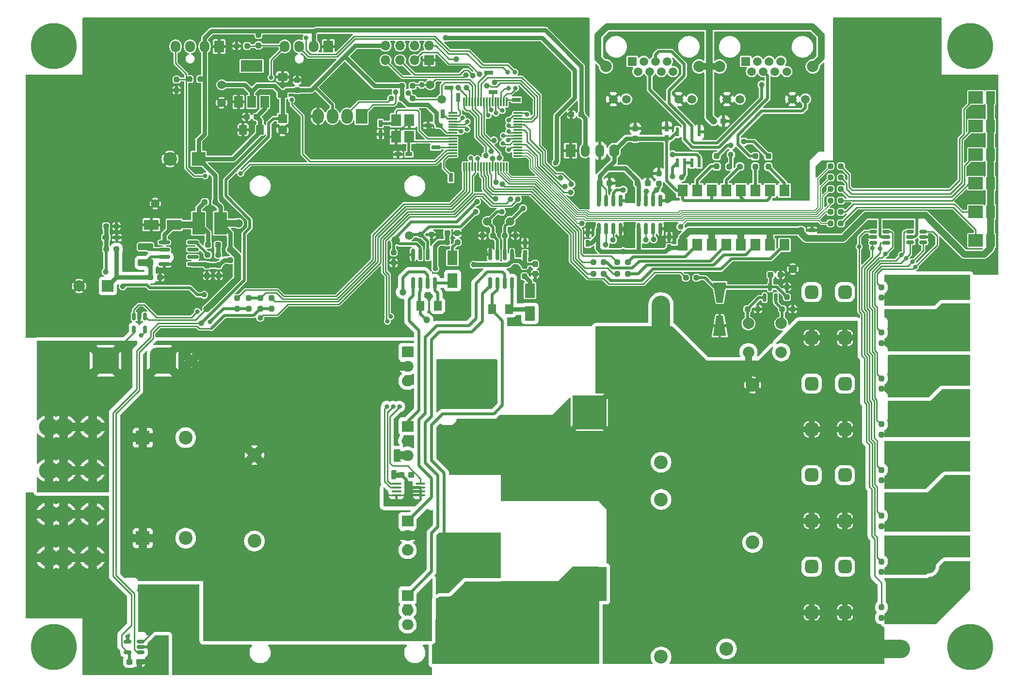
<source format=gbr>
G04 #@! TF.GenerationSoftware,KiCad,Pcbnew,7.99.0-unknown*
G04 #@! TF.CreationDate,2023-09-24T19:38:16+02:00*
G04 #@! TF.ProjectId,driver,64726976-6572-42e6-9b69-6361645f7063,rev?*
G04 #@! TF.SameCoordinates,Original*
G04 #@! TF.FileFunction,Copper,L1,Top*
G04 #@! TF.FilePolarity,Positive*
%FSLAX46Y46*%
G04 Gerber Fmt 4.6, Leading zero omitted, Abs format (unit mm)*
G04 Created by KiCad (PCBNEW 7.99.0-unknown) date 2023-09-24 19:38:16*
%MOMM*%
%LPD*%
G01*
G04 APERTURE LIST*
G04 Aperture macros list*
%AMRoundRect*
0 Rectangle with rounded corners*
0 $1 Rounding radius*
0 $2 $3 $4 $5 $6 $7 $8 $9 X,Y pos of 4 corners*
0 Add a 4 corners polygon primitive as box body*
4,1,4,$2,$3,$4,$5,$6,$7,$8,$9,$2,$3,0*
0 Add four circle primitives for the rounded corners*
1,1,$1+$1,$2,$3*
1,1,$1+$1,$4,$5*
1,1,$1+$1,$6,$7*
1,1,$1+$1,$8,$9*
0 Add four rect primitives between the rounded corners*
20,1,$1+$1,$2,$3,$4,$5,0*
20,1,$1+$1,$4,$5,$6,$7,0*
20,1,$1+$1,$6,$7,$8,$9,0*
20,1,$1+$1,$8,$9,$2,$3,0*%
%AMOutline4P*
0 Free polygon, 4 corners , with rotation*
0 The origin of the aperture is its center*
0 number of corners: always 4*
0 $1 to $8 corner X, Y*
0 $9 Rotation angle, in degrees counterclockwise*
0 create outline with 4 corners*
4,1,4,$1,$2,$3,$4,$5,$6,$7,$8,$1,$2,$9*%
G04 Aperture macros list end*
G04 #@! TA.AperFunction,ComponentPad*
%ADD10O,3.500000X3.000000*%
G04 #@! TD*
G04 #@! TA.AperFunction,SMDPad,CuDef*
%ADD11RoundRect,0.237500X0.250000X0.237500X-0.250000X0.237500X-0.250000X-0.237500X0.250000X-0.237500X0*%
G04 #@! TD*
G04 #@! TA.AperFunction,SMDPad,CuDef*
%ADD12RoundRect,0.237500X-0.237500X0.250000X-0.237500X-0.250000X0.237500X-0.250000X0.237500X0.250000X0*%
G04 #@! TD*
G04 #@! TA.AperFunction,ComponentPad*
%ADD13R,1.730000X2.030000*%
G04 #@! TD*
G04 #@! TA.AperFunction,ComponentPad*
%ADD14O,1.730000X2.030000*%
G04 #@! TD*
G04 #@! TA.AperFunction,ComponentPad*
%ADD15R,2.000000X1.905000*%
G04 #@! TD*
G04 #@! TA.AperFunction,ComponentPad*
%ADD16O,2.000000X1.905000*%
G04 #@! TD*
G04 #@! TA.AperFunction,SMDPad,CuDef*
%ADD17RoundRect,0.237500X-0.250000X-0.237500X0.250000X-0.237500X0.250000X0.237500X-0.250000X0.237500X0*%
G04 #@! TD*
G04 #@! TA.AperFunction,ComponentPad*
%ADD18R,1.500000X1.500000*%
G04 #@! TD*
G04 #@! TA.AperFunction,ComponentPad*
%ADD19C,1.500000*%
G04 #@! TD*
G04 #@! TA.AperFunction,ComponentPad*
%ADD20C,2.000000*%
G04 #@! TD*
G04 #@! TA.AperFunction,SMDPad,CuDef*
%ADD21R,0.750000X1.200000*%
G04 #@! TD*
G04 #@! TA.AperFunction,SMDPad,CuDef*
%ADD22R,1.200000X0.750000*%
G04 #@! TD*
G04 #@! TA.AperFunction,ComponentPad*
%ADD23R,2.000000X2.600000*%
G04 #@! TD*
G04 #@! TA.AperFunction,ComponentPad*
%ADD24O,2.000000X2.600000*%
G04 #@! TD*
G04 #@! TA.AperFunction,SMDPad,CuDef*
%ADD25RoundRect,0.237500X0.237500X-0.250000X0.237500X0.250000X-0.237500X0.250000X-0.237500X-0.250000X0*%
G04 #@! TD*
G04 #@! TA.AperFunction,SMDPad,CuDef*
%ADD26R,1.800000X2.100000*%
G04 #@! TD*
G04 #@! TA.AperFunction,WasherPad*
%ADD27C,8.000000*%
G04 #@! TD*
G04 #@! TA.AperFunction,SMDPad,CuDef*
%ADD28RoundRect,0.237500X0.287500X0.237500X-0.287500X0.237500X-0.287500X-0.237500X0.287500X-0.237500X0*%
G04 #@! TD*
G04 #@! TA.AperFunction,SMDPad,CuDef*
%ADD29R,0.600000X1.550000*%
G04 #@! TD*
G04 #@! TA.AperFunction,SMDPad,CuDef*
%ADD30C,1.500000*%
G04 #@! TD*
G04 #@! TA.AperFunction,SMDPad,CuDef*
%ADD31RoundRect,0.250001X0.462499X0.624999X-0.462499X0.624999X-0.462499X-0.624999X0.462499X-0.624999X0*%
G04 #@! TD*
G04 #@! TA.AperFunction,ComponentPad*
%ADD32R,2.000000X2.000000*%
G04 #@! TD*
G04 #@! TA.AperFunction,SMDPad,CuDef*
%ADD33RoundRect,0.237500X-0.287500X-0.237500X0.287500X-0.237500X0.287500X0.237500X-0.287500X0.237500X0*%
G04 #@! TD*
G04 #@! TA.AperFunction,SMDPad,CuDef*
%ADD34RoundRect,0.237500X-0.237500X0.287500X-0.237500X-0.287500X0.237500X-0.287500X0.237500X0.287500X0*%
G04 #@! TD*
G04 #@! TA.AperFunction,ComponentPad*
%ADD35R,2.400000X2.400000*%
G04 #@! TD*
G04 #@! TA.AperFunction,ComponentPad*
%ADD36C,2.400000*%
G04 #@! TD*
G04 #@! TA.AperFunction,ComponentPad*
%ADD37R,1.600000X1.600000*%
G04 #@! TD*
G04 #@! TA.AperFunction,ComponentPad*
%ADD38C,1.600000*%
G04 #@! TD*
G04 #@! TA.AperFunction,SMDPad,CuDef*
%ADD39RoundRect,0.250001X0.624999X-0.462499X0.624999X0.462499X-0.624999X0.462499X-0.624999X-0.462499X0*%
G04 #@! TD*
G04 #@! TA.AperFunction,SMDPad,CuDef*
%ADD40R,1.800000X2.500000*%
G04 #@! TD*
G04 #@! TA.AperFunction,SMDPad,CuDef*
%ADD41R,2.500000X1.800000*%
G04 #@! TD*
G04 #@! TA.AperFunction,SMDPad,CuDef*
%ADD42R,2.200000X3.900000*%
G04 #@! TD*
G04 #@! TA.AperFunction,SMDPad,CuDef*
%ADD43RoundRect,0.250000X-1.075000X0.375000X-1.075000X-0.375000X1.075000X-0.375000X1.075000X0.375000X0*%
G04 #@! TD*
G04 #@! TA.AperFunction,SMDPad,CuDef*
%ADD44RoundRect,0.150000X-0.825000X-0.150000X0.825000X-0.150000X0.825000X0.150000X-0.825000X0.150000X0*%
G04 #@! TD*
G04 #@! TA.AperFunction,SMDPad,CuDef*
%ADD45RoundRect,0.150000X-0.150000X0.825000X-0.150000X-0.825000X0.150000X-0.825000X0.150000X0.825000X0*%
G04 #@! TD*
G04 #@! TA.AperFunction,SMDPad,CuDef*
%ADD46R,1.500000X2.000000*%
G04 #@! TD*
G04 #@! TA.AperFunction,SMDPad,CuDef*
%ADD47R,3.800000X2.000000*%
G04 #@! TD*
G04 #@! TA.AperFunction,SMDPad,CuDef*
%ADD48RoundRect,0.237500X0.300000X0.237500X-0.300000X0.237500X-0.300000X-0.237500X0.300000X-0.237500X0*%
G04 #@! TD*
G04 #@! TA.AperFunction,SMDPad,CuDef*
%ADD49RoundRect,0.237500X0.237500X-0.300000X0.237500X0.300000X-0.237500X0.300000X-0.237500X-0.300000X0*%
G04 #@! TD*
G04 #@! TA.AperFunction,ComponentPad*
%ADD50C,2.300000*%
G04 #@! TD*
G04 #@! TA.AperFunction,ComponentPad*
%ADD51RoundRect,0.575000X-0.575000X-0.575000X0.575000X-0.575000X0.575000X0.575000X-0.575000X0.575000X0*%
G04 #@! TD*
G04 #@! TA.AperFunction,ComponentPad*
%ADD52O,4.500000X3.000000*%
G04 #@! TD*
G04 #@! TA.AperFunction,SMDPad,CuDef*
%ADD53R,6.000000X6.000000*%
G04 #@! TD*
G04 #@! TA.AperFunction,HeatsinkPad*
%ADD54R,6.000000X6.000000*%
G04 #@! TD*
G04 #@! TA.AperFunction,SMDPad,CuDef*
%ADD55R,2.500000X2.200000*%
G04 #@! TD*
G04 #@! TA.AperFunction,SMDPad,CuDef*
%ADD56R,1.550000X2.200000*%
G04 #@! TD*
G04 #@! TA.AperFunction,SMDPad,CuDef*
%ADD57RoundRect,0.100000X-0.712500X-0.100000X0.712500X-0.100000X0.712500X0.100000X-0.712500X0.100000X0*%
G04 #@! TD*
G04 #@! TA.AperFunction,SMDPad,CuDef*
%ADD58R,0.800000X1.500000*%
G04 #@! TD*
G04 #@! TA.AperFunction,ComponentPad*
%ADD59O,2.400000X2.400000*%
G04 #@! TD*
G04 #@! TA.AperFunction,SMDPad,CuDef*
%ADD60RoundRect,0.150000X0.150000X-0.825000X0.150000X0.825000X-0.150000X0.825000X-0.150000X-0.825000X0*%
G04 #@! TD*
G04 #@! TA.AperFunction,ComponentPad*
%ADD61RoundRect,1.125000X1.125000X1.125000X-1.125000X1.125000X-1.125000X-1.125000X1.125000X-1.125000X0*%
G04 #@! TD*
G04 #@! TA.AperFunction,SMDPad,CuDef*
%ADD62RoundRect,0.150000X0.512500X0.150000X-0.512500X0.150000X-0.512500X-0.150000X0.512500X-0.150000X0*%
G04 #@! TD*
G04 #@! TA.AperFunction,SMDPad,CuDef*
%ADD63R,1.780000X2.000000*%
G04 #@! TD*
G04 #@! TA.AperFunction,SMDPad,CuDef*
%ADD64RoundRect,0.237500X-0.300000X-0.237500X0.300000X-0.237500X0.300000X0.237500X-0.300000X0.237500X0*%
G04 #@! TD*
G04 #@! TA.AperFunction,SMDPad,CuDef*
%ADD65RoundRect,0.075000X-0.700000X-0.075000X0.700000X-0.075000X0.700000X0.075000X-0.700000X0.075000X0*%
G04 #@! TD*
G04 #@! TA.AperFunction,SMDPad,CuDef*
%ADD66RoundRect,0.075000X-0.075000X-0.700000X0.075000X-0.700000X0.075000X0.700000X-0.075000X0.700000X0*%
G04 #@! TD*
G04 #@! TA.AperFunction,SMDPad,CuDef*
%ADD67R,1.500000X0.800000*%
G04 #@! TD*
G04 #@! TA.AperFunction,ComponentPad*
%ADD68R,1.750000X2.250000*%
G04 #@! TD*
G04 #@! TA.AperFunction,ComponentPad*
%ADD69O,1.500000X2.250000*%
G04 #@! TD*
G04 #@! TA.AperFunction,ComponentPad*
%ADD70O,1.750000X2.250000*%
G04 #@! TD*
G04 #@! TA.AperFunction,SMDPad,CuDef*
%ADD71RoundRect,0.237500X-0.237500X0.300000X-0.237500X-0.300000X0.237500X-0.300000X0.237500X0.300000X0*%
G04 #@! TD*
G04 #@! TA.AperFunction,SMDPad,CuDef*
%ADD72Outline4P,-1.800000X-1.150000X1.800000X-0.550000X1.800000X0.550000X-1.800000X1.150000X270.000000*%
G04 #@! TD*
G04 #@! TA.AperFunction,SMDPad,CuDef*
%ADD73Outline4P,-1.800000X-1.150000X1.800000X-0.550000X1.800000X0.550000X-1.800000X1.150000X90.000000*%
G04 #@! TD*
G04 #@! TA.AperFunction,SMDPad,CuDef*
%ADD74RoundRect,0.150000X-0.150000X0.512500X-0.150000X-0.512500X0.150000X-0.512500X0.150000X0.512500X0*%
G04 #@! TD*
G04 #@! TA.AperFunction,SMDPad,CuDef*
%ADD75RoundRect,0.150000X-0.512500X-0.150000X0.512500X-0.150000X0.512500X0.150000X-0.512500X0.150000X0*%
G04 #@! TD*
G04 #@! TA.AperFunction,ComponentPad*
%ADD76R,1.700000X1.700000*%
G04 #@! TD*
G04 #@! TA.AperFunction,ComponentPad*
%ADD77O,1.700000X1.700000*%
G04 #@! TD*
G04 #@! TA.AperFunction,SMDPad,CuDef*
%ADD78RoundRect,0.150000X0.150000X-0.587500X0.150000X0.587500X-0.150000X0.587500X-0.150000X-0.587500X0*%
G04 #@! TD*
G04 #@! TA.AperFunction,ViaPad*
%ADD79C,0.800000*%
G04 #@! TD*
G04 #@! TA.AperFunction,ViaPad*
%ADD80C,1.600000*%
G04 #@! TD*
G04 #@! TA.AperFunction,ViaPad*
%ADD81C,1.000000*%
G04 #@! TD*
G04 #@! TA.AperFunction,ViaPad*
%ADD82C,1.200000*%
G04 #@! TD*
G04 #@! TA.AperFunction,Conductor*
%ADD83C,0.250000*%
G04 #@! TD*
G04 #@! TA.AperFunction,Conductor*
%ADD84C,0.500000*%
G04 #@! TD*
G04 #@! TA.AperFunction,Conductor*
%ADD85C,0.800000*%
G04 #@! TD*
G04 #@! TA.AperFunction,Conductor*
%ADD86C,1.200000*%
G04 #@! TD*
G04 #@! TA.AperFunction,Conductor*
%ADD87C,3.200000*%
G04 #@! TD*
G04 #@! TA.AperFunction,Conductor*
%ADD88C,0.150000*%
G04 #@! TD*
G04 APERTURE END LIST*
D10*
X66420000Y-108670000D03*
X61340000Y-108670000D03*
X58800000Y-108670000D03*
X66420000Y-116290000D03*
X61340000Y-116290000D03*
X58800000Y-116290000D03*
X66420865Y-123910000D03*
X61340865Y-123910000D03*
X58800865Y-123910000D03*
X66420865Y-131530000D03*
X61340865Y-131530000D03*
X58800865Y-131530000D03*
D11*
X93412500Y-42100000D03*
X91587500Y-42100000D03*
D12*
X95400000Y-40187500D03*
X95400000Y-42012500D03*
X81100000Y-47987500D03*
X81100000Y-49812500D03*
D11*
X85212500Y-47900000D03*
X83387500Y-47900000D03*
D13*
X107600000Y-42200000D03*
D14*
X105060000Y-42200000D03*
X102520000Y-42200000D03*
X99980000Y-42200000D03*
D13*
X88540000Y-42200000D03*
D14*
X86000000Y-42200000D03*
X83460000Y-42200000D03*
X80920000Y-42200000D03*
D15*
X121430000Y-108560000D03*
D16*
X121430000Y-111100000D03*
X121430000Y-113640000D03*
D15*
X121430000Y-95560000D03*
D16*
X121430000Y-98100000D03*
X121430000Y-100640000D03*
D15*
X121430000Y-138110000D03*
D16*
X121430000Y-140650000D03*
X121430000Y-143190000D03*
D15*
X121430000Y-125110000D03*
D16*
X121430000Y-127650000D03*
X121430000Y-130190000D03*
D17*
X120487500Y-49100000D03*
X122312500Y-49100000D03*
D18*
X180500000Y-44800000D03*
D19*
X181520000Y-46580000D03*
X182540000Y-44800000D03*
X183560000Y-46580000D03*
X184580000Y-44800000D03*
X185600000Y-46580000D03*
X186620000Y-44800000D03*
X187640000Y-46580000D03*
X177200000Y-51400000D03*
X179490000Y-51400000D03*
X188630000Y-51400000D03*
X190920000Y-51400000D03*
D20*
X175930000Y-45690000D03*
X192190000Y-45690000D03*
D17*
X195287500Y-71100000D03*
X197112500Y-71100000D03*
D21*
X167100000Y-77350000D03*
X167100000Y-75450000D03*
D22*
X121650000Y-61050000D03*
X119750000Y-61050000D03*
D21*
X116700000Y-57550000D03*
X116700000Y-55650000D03*
X141950000Y-78400000D03*
X141950000Y-76500000D03*
X152900000Y-76600000D03*
X152900000Y-74700000D03*
D23*
X113400000Y-54400000D03*
D24*
X110860000Y-54400000D03*
X108320000Y-54400000D03*
X105780000Y-54400000D03*
D25*
X165300000Y-66212500D03*
X165300000Y-64387500D03*
D17*
X120487500Y-51300000D03*
X122312500Y-51300000D03*
D26*
X119450000Y-55100000D03*
X119450000Y-58000000D03*
X121750000Y-58000000D03*
X121750000Y-55100000D03*
D27*
X59700000Y-42100000D03*
X219700000Y-42100000D03*
X59700000Y-147100000D03*
X219700000Y-147100000D03*
D22*
X68750000Y-75600000D03*
X70650000Y-75600000D03*
D17*
X195287500Y-65100000D03*
X197112500Y-65100000D03*
D18*
X160650000Y-44800000D03*
D19*
X161670000Y-46580000D03*
X162690000Y-44800000D03*
X163710000Y-46580000D03*
X164730000Y-44800000D03*
X165750000Y-46580000D03*
X166770000Y-44800000D03*
X167790000Y-46580000D03*
X157350000Y-51400000D03*
X159640000Y-51400000D03*
X168780000Y-51400000D03*
X171070000Y-51400000D03*
D20*
X156080000Y-45690000D03*
X172340000Y-45690000D03*
D11*
X136337500Y-75250000D03*
X134512500Y-75250000D03*
D28*
X176625000Y-55250000D03*
X174875000Y-55250000D03*
D29*
X168545000Y-62550000D03*
X169815000Y-62550000D03*
X171085000Y-62550000D03*
X172355000Y-62550000D03*
X172355000Y-57150000D03*
X171085000Y-57150000D03*
X169815000Y-57150000D03*
X168545000Y-57150000D03*
D21*
X166700000Y-58300000D03*
X166700000Y-56400000D03*
D30*
X89000000Y-48900000D03*
X135350000Y-72800000D03*
X125400000Y-48900000D03*
X127400000Y-51400000D03*
X77400000Y-69650000D03*
X88950000Y-52050000D03*
D31*
X126687500Y-87500000D03*
X123712500Y-87500000D03*
D17*
X195287500Y-67100000D03*
X197112500Y-67100000D03*
X195287500Y-73100000D03*
X197112500Y-73100000D03*
D22*
X126950000Y-56000000D03*
X125050000Y-56000000D03*
D11*
X70612500Y-73600000D03*
X68787500Y-73600000D03*
D22*
X190150000Y-74300000D03*
X192050000Y-74300000D03*
D32*
X69100000Y-84050000D03*
D20*
X64100000Y-84050000D03*
D33*
X76475000Y-82550000D03*
X78225000Y-82550000D03*
D28*
X88325000Y-76850000D03*
X86575000Y-76850000D03*
D34*
X86450000Y-80475000D03*
X86450000Y-82225000D03*
D35*
X84950000Y-61850000D03*
D36*
X79950000Y-61850000D03*
D31*
X139175000Y-88100000D03*
X136200000Y-88100000D03*
X95687500Y-56750000D03*
X92712500Y-56750000D03*
D37*
X99600000Y-54800000D03*
D38*
X99600000Y-56800000D03*
D39*
X99600000Y-50487500D03*
X99600000Y-47512500D03*
D40*
X129300000Y-83100000D03*
X129300000Y-79100000D03*
D41*
X80700000Y-73350000D03*
X76700000Y-73350000D03*
D40*
X142800000Y-88850000D03*
X142800000Y-84850000D03*
D42*
X88750000Y-73100000D03*
X84950000Y-73100000D03*
D43*
X75700000Y-77200000D03*
X75700000Y-80000000D03*
D11*
X130162500Y-76400000D03*
X128337500Y-76400000D03*
X88362500Y-78600000D03*
X86537500Y-78600000D03*
X87862500Y-69350000D03*
X86037500Y-69350000D03*
D12*
X90450000Y-77687500D03*
X90450000Y-79512500D03*
X88450000Y-80437500D03*
X88450000Y-82262500D03*
D17*
X138437500Y-75250000D03*
X140262500Y-75250000D03*
D30*
X139350000Y-72750000D03*
X91900000Y-73100000D03*
D44*
X78975000Y-76445000D03*
X78975000Y-77715000D03*
X78975000Y-78985000D03*
X78975000Y-80255000D03*
X83925000Y-80255000D03*
X83925000Y-78985000D03*
X83925000Y-77715000D03*
X83925000Y-76445000D03*
D45*
X139655000Y-78575000D03*
X138385000Y-78575000D03*
X137115000Y-78575000D03*
X135845000Y-78575000D03*
X135845000Y-83525000D03*
X137115000Y-83525000D03*
X138385000Y-83525000D03*
X139655000Y-83525000D03*
D46*
X91900000Y-51900000D03*
X94200000Y-51900000D03*
X96500000Y-51900000D03*
D47*
X94200000Y-45600000D03*
D48*
X95062500Y-54500000D03*
X93337500Y-54500000D03*
D49*
X102150000Y-49812500D03*
X102150000Y-48087500D03*
D25*
X141850000Y-82362500D03*
X141850000Y-80537500D03*
D45*
X126205000Y-78575000D03*
X124935000Y-78575000D03*
X123665000Y-78575000D03*
X122395000Y-78575000D03*
X122395000Y-83525000D03*
X123665000Y-83525000D03*
X124935000Y-83525000D03*
X126205000Y-83525000D03*
D33*
X128375000Y-74800000D03*
X130125000Y-74800000D03*
D11*
X70612500Y-77600000D03*
X68787500Y-77600000D03*
D25*
X204200000Y-142012500D03*
X204200000Y-140187500D03*
D50*
X212500000Y-109100000D03*
X206700000Y-109100000D03*
D51*
X197800000Y-109100000D03*
X192000000Y-109100000D03*
D36*
X94700000Y-113600000D03*
X94700000Y-128600000D03*
D17*
X180787500Y-88100000D03*
X182612500Y-88100000D03*
D25*
X93700000Y-88012500D03*
X93700000Y-86187500D03*
D12*
X204200000Y-116187500D03*
X204200000Y-118012500D03*
D52*
X217200000Y-119600000D03*
X217200000Y-114600000D03*
D12*
X204200000Y-108187500D03*
X204200000Y-110012500D03*
D11*
X171862500Y-82600000D03*
X170037500Y-82600000D03*
D53*
X130050000Y-130885000D03*
X130050000Y-141315000D03*
D54*
X153200000Y-136100000D03*
D55*
X220650000Y-51100000D03*
D56*
X223225000Y-51100000D03*
D51*
X192000000Y-133100000D03*
X197800000Y-133100000D03*
D50*
X206700000Y-133100000D03*
X212500000Y-133100000D03*
D17*
X177637500Y-63200000D03*
X179462500Y-63200000D03*
D50*
X212500000Y-125100000D03*
X206700000Y-125100000D03*
D51*
X197800000Y-125100000D03*
X192000000Y-125100000D03*
D57*
X119487500Y-118625000D03*
X119487500Y-119275000D03*
X119487500Y-119925000D03*
X119487500Y-120575000D03*
X123712500Y-120575000D03*
X123712500Y-119925000D03*
X123712500Y-119275000D03*
X123712500Y-118625000D03*
D17*
X195287500Y-63100000D03*
X197112500Y-63100000D03*
D50*
X212500000Y-101100000D03*
X206700000Y-101100000D03*
D51*
X197800000Y-101100000D03*
X192000000Y-101100000D03*
D58*
X127550000Y-53950000D03*
D36*
X207595000Y-147450000D03*
D59*
X177115000Y-147450000D03*
D60*
X161795000Y-74075000D03*
X163065000Y-74075000D03*
X164335000Y-74075000D03*
X165605000Y-74075000D03*
X165605000Y-69125000D03*
X164335000Y-69125000D03*
X163065000Y-69125000D03*
X161795000Y-69125000D03*
D49*
X161200000Y-58262500D03*
X161200000Y-56537500D03*
D25*
X204200000Y-134012500D03*
X204200000Y-132187500D03*
D61*
X78700000Y-142100000D03*
X68700000Y-142100000D03*
D62*
X211500000Y-76425000D03*
X211500000Y-75475000D03*
X211500000Y-74525000D03*
X209225000Y-74525000D03*
X209225000Y-75475000D03*
X209225000Y-76425000D03*
D25*
X97700000Y-88012500D03*
X97700000Y-86187500D03*
D61*
X78700000Y-97100000D03*
X68700000Y-97100000D03*
D63*
X169470000Y-76879491D03*
X172010000Y-76879491D03*
X174550000Y-76879491D03*
X177090000Y-76879491D03*
X179630000Y-76879491D03*
X182170000Y-76879491D03*
X184710000Y-76879491D03*
X187250000Y-76879491D03*
X187250000Y-67349491D03*
X184710000Y-67349491D03*
X182170000Y-67349491D03*
X179630000Y-67349491D03*
X177090000Y-67349491D03*
X174550000Y-67349491D03*
X172010000Y-67349491D03*
X169470000Y-67349491D03*
D25*
X91700000Y-88012500D03*
X91700000Y-86187500D03*
D55*
X220650000Y-66100000D03*
D56*
X223225000Y-66100000D03*
D58*
X130250000Y-51100000D03*
D64*
X154987500Y-66110000D03*
X156712500Y-66110000D03*
D65*
X129330509Y-53810000D03*
X129330509Y-54310000D03*
X129330509Y-54810000D03*
X129330509Y-55310000D03*
X129330509Y-55810000D03*
X129330509Y-56310000D03*
X129330509Y-56810000D03*
X129330509Y-57310000D03*
X129330509Y-57810000D03*
X129330509Y-58310000D03*
X129330509Y-58810000D03*
X129330509Y-59310000D03*
X129330509Y-59810000D03*
X129330509Y-60310000D03*
X129330509Y-60810000D03*
X129330509Y-61310000D03*
D66*
X131255509Y-63235000D03*
X131755509Y-63235000D03*
X132255509Y-63235000D03*
X132755509Y-63235000D03*
X133255509Y-63235000D03*
X133755509Y-63235000D03*
X134255509Y-63235000D03*
X134755509Y-63235000D03*
X135255509Y-63235000D03*
X135755509Y-63235000D03*
X136255509Y-63235000D03*
X136755509Y-63235000D03*
X137255509Y-63235000D03*
X137755509Y-63235000D03*
X138255509Y-63235000D03*
X138755509Y-63235000D03*
D65*
X140680509Y-61310000D03*
X140680509Y-60810000D03*
X140680509Y-60310000D03*
X140680509Y-59810000D03*
X140680509Y-59310000D03*
X140680509Y-58810000D03*
X140680509Y-58310000D03*
X140680509Y-57810000D03*
X140680509Y-57310000D03*
X140680509Y-56810000D03*
X140680509Y-56310000D03*
X140680509Y-55810000D03*
X140680509Y-55310000D03*
X140680509Y-54810000D03*
X140680509Y-54310000D03*
X140680509Y-53810000D03*
D66*
X138755509Y-51885000D03*
X138255509Y-51885000D03*
X137755509Y-51885000D03*
X137255509Y-51885000D03*
X136755509Y-51885000D03*
X136255509Y-51885000D03*
X135755509Y-51885000D03*
X135255509Y-51885000D03*
X134755509Y-51885000D03*
X134255509Y-51885000D03*
X133755509Y-51885000D03*
X133255509Y-51885000D03*
X132755509Y-51885000D03*
X132255509Y-51885000D03*
X131755509Y-51885000D03*
X131255509Y-51885000D03*
D67*
X135650000Y-46800000D03*
D64*
X161637500Y-66120000D03*
X163362500Y-66120000D03*
D30*
X83700000Y-97100000D03*
D17*
X186875000Y-88100000D03*
X188700000Y-88100000D03*
D12*
X95700000Y-86187500D03*
X95700000Y-88012500D03*
D11*
X159912500Y-79900000D03*
X158087500Y-79900000D03*
D52*
X217200000Y-89600000D03*
X217200000Y-84600000D03*
D36*
X165700000Y-87350000D03*
X165700000Y-114850000D03*
D11*
X155712500Y-79850000D03*
X153887500Y-79850000D03*
D50*
X212500000Y-93100000D03*
X206700000Y-93100000D03*
D51*
X197800000Y-93100000D03*
X192000000Y-93100000D03*
D30*
X119350000Y-76110000D03*
D12*
X204200000Y-100187500D03*
X204200000Y-102012500D03*
D52*
X217200000Y-104600000D03*
X217200000Y-99600000D03*
D48*
X122100000Y-117100000D03*
X120375000Y-117100000D03*
D51*
X192000000Y-85100000D03*
X197800000Y-85100000D03*
D50*
X206700000Y-85100000D03*
X212500000Y-85100000D03*
D55*
X220650000Y-76100000D03*
D56*
X223225000Y-76100000D03*
D67*
X128700000Y-49450000D03*
D36*
X181700000Y-101350000D03*
X181700000Y-128850000D03*
D58*
X129000000Y-65100000D03*
D20*
X180950000Y-95600000D03*
X180950000Y-90600000D03*
D68*
X149895000Y-60409491D03*
D69*
X152435000Y-60409491D03*
X154975000Y-60409491D03*
D70*
X157515000Y-60409491D03*
D71*
X143700000Y-80237500D03*
X143700000Y-81962500D03*
D72*
X175950000Y-85200000D03*
D73*
X175950000Y-91000000D03*
D67*
X140450000Y-51500000D03*
D12*
X119010000Y-78187500D03*
X119010000Y-80012500D03*
D53*
X130050000Y-100885000D03*
X130050000Y-111315000D03*
D54*
X153200000Y-106100000D03*
D74*
X75550000Y-89362500D03*
X74600000Y-89362500D03*
X73650000Y-89362500D03*
X73650000Y-91637500D03*
X75550000Y-91637500D03*
D35*
X75200000Y-110550000D03*
D36*
X82700000Y-110550000D03*
D17*
X195287500Y-69100000D03*
X197112500Y-69100000D03*
D48*
X186562500Y-82100000D03*
X184837500Y-82100000D03*
D62*
X74837500Y-148050000D03*
X74837500Y-147100000D03*
X74837500Y-146150000D03*
X72562500Y-146150000D03*
X72562500Y-148050000D03*
D55*
X220650000Y-71100000D03*
D56*
X223225000Y-71100000D03*
D30*
X188700000Y-81100000D03*
D51*
X192000000Y-141100000D03*
X197800000Y-141100000D03*
D50*
X206700000Y-141100000D03*
X212500000Y-141100000D03*
X212500000Y-117100000D03*
X206700000Y-117100000D03*
D51*
X197800000Y-117100000D03*
X192000000Y-117100000D03*
D75*
X202762500Y-74575000D03*
X202762500Y-75525000D03*
X202762500Y-76475000D03*
X205037500Y-76475000D03*
X205037500Y-75525000D03*
X205037500Y-74575000D03*
D30*
X121700000Y-75200000D03*
D11*
X155712500Y-81900000D03*
X153887500Y-81900000D03*
D55*
X220650000Y-56100000D03*
D56*
X223225000Y-56100000D03*
D55*
X220650000Y-61100000D03*
D56*
X223225000Y-61100000D03*
D25*
X187700000Y-86012500D03*
X187700000Y-84187500D03*
D52*
X217200000Y-134600000D03*
X217200000Y-129600000D03*
D48*
X151762500Y-54090000D03*
X150037500Y-54090000D03*
D25*
X204200000Y-86112500D03*
X204200000Y-84287500D03*
D35*
X75200000Y-128100000D03*
D36*
X82700000Y-128100000D03*
D12*
X175400000Y-61337500D03*
X175400000Y-63162500D03*
D17*
X123787500Y-75100000D03*
X125612500Y-75100000D03*
D25*
X204200000Y-94012500D03*
X204200000Y-92187500D03*
D12*
X182150000Y-61387500D03*
X182150000Y-63212500D03*
D76*
X125200000Y-44600000D03*
D77*
X125200000Y-42060000D03*
X122660000Y-44600000D03*
X122660000Y-42060000D03*
X120120000Y-44600000D03*
X120120000Y-42060000D03*
X117580000Y-44600000D03*
X117580000Y-42060000D03*
D78*
X183800000Y-86100000D03*
X185700000Y-86100000D03*
X184750000Y-84225000D03*
D20*
X186700000Y-95600000D03*
X186700000Y-90600000D03*
D64*
X72875000Y-149700000D03*
X74600000Y-149700000D03*
D60*
X154795000Y-74075000D03*
X156065000Y-74075000D03*
X157335000Y-74075000D03*
X158605000Y-74075000D03*
X158605000Y-69125000D03*
X157335000Y-69125000D03*
X156065000Y-69125000D03*
X154795000Y-69125000D03*
D36*
X165700000Y-148850000D03*
X165700000Y-121350000D03*
D67*
X136350000Y-50150000D03*
D12*
X204200000Y-124187500D03*
X204200000Y-126012500D03*
D67*
X126350000Y-59850000D03*
D11*
X159912500Y-81900000D03*
X158087500Y-81900000D03*
D12*
X184450000Y-61387500D03*
X184450000Y-63212500D03*
D79*
X210200000Y-77850000D03*
X123850000Y-50450000D03*
X90150000Y-70350000D03*
X89600000Y-63050000D03*
X207400000Y-73400000D03*
X199050000Y-76400000D03*
X189300000Y-76250000D03*
X176500000Y-82250000D03*
X172450000Y-84400000D03*
X155450000Y-84750000D03*
X141350000Y-63450000D03*
X133500000Y-66100000D03*
X140200000Y-46700000D03*
X103700000Y-40700000D03*
X140300000Y-49500000D03*
X139100000Y-49500000D03*
X138900000Y-46700000D03*
D80*
X81200000Y-51800000D03*
D79*
X101200000Y-51500000D03*
X97600000Y-47600000D03*
X92300000Y-64400000D03*
X86100000Y-64800000D03*
D81*
X220950000Y-53350000D03*
D80*
X159700000Y-74100000D03*
X102450000Y-88600000D03*
D81*
X213000000Y-75700000D03*
X110700000Y-47100000D03*
X103333364Y-52466636D03*
D79*
X75089340Y-88100000D03*
D80*
X117700000Y-60200000D03*
D81*
X106000000Y-51700000D03*
D80*
X114900000Y-57600000D03*
X221200000Y-48100000D03*
X94200000Y-81850000D03*
D81*
X152300000Y-69500000D03*
D79*
X72500000Y-145300000D03*
D80*
X147700000Y-50100000D03*
X145500000Y-81600000D03*
X134700000Y-43100000D03*
D81*
X221700000Y-68850000D03*
D80*
X79700000Y-69600000D03*
X80950000Y-80350000D03*
X73700000Y-85100000D03*
X85450000Y-83850000D03*
D81*
X107700000Y-50100000D03*
D80*
X145163935Y-86543129D03*
X131450000Y-58300000D03*
D81*
X150700000Y-39100000D03*
D80*
X113450000Y-78350000D03*
X126900000Y-66400000D03*
X90950000Y-56850000D03*
D81*
X126700000Y-75100000D03*
D80*
X91400000Y-65900000D03*
X167350000Y-73700000D03*
X99700000Y-45600000D03*
X150000000Y-55700000D03*
D81*
X113700000Y-44100000D03*
D80*
X212700000Y-42100000D03*
X72450000Y-73600000D03*
X91450000Y-54350000D03*
X102200000Y-46350000D03*
D81*
X220950000Y-58850000D03*
D80*
X90200000Y-50600000D03*
X77200000Y-85600000D03*
X137200000Y-55600000D03*
X121250000Y-79900000D03*
X94200000Y-77600000D03*
X87450000Y-83850000D03*
D81*
X220950000Y-63600000D03*
D80*
X142050000Y-74500000D03*
X134700000Y-78300000D03*
X113450000Y-75850000D03*
X196950000Y-59100000D03*
D81*
X149700000Y-63100000D03*
D80*
X70700000Y-90100000D03*
X132450000Y-74100000D03*
D82*
X153100000Y-73522054D03*
D81*
X201300000Y-75700000D03*
D80*
X79950000Y-82600000D03*
X104150000Y-81280000D03*
X91400000Y-67700000D03*
X72450000Y-75600000D03*
D81*
X114200000Y-50200000D03*
X152100000Y-63100000D03*
D80*
X124950000Y-54600000D03*
X60700000Y-76100000D03*
D81*
X116900000Y-54000000D03*
D79*
X132500000Y-61700000D03*
D81*
X85425250Y-90525250D03*
X147300000Y-62500000D03*
D79*
X120000000Y-105100000D03*
D81*
X128100000Y-40700000D03*
X159100000Y-78000000D03*
X68700000Y-81600000D03*
X71700000Y-84100000D03*
X85900000Y-85600000D03*
X95700000Y-89600000D03*
D80*
X140300000Y-142900000D03*
X138500000Y-137500000D03*
X140300000Y-139300000D03*
X134900000Y-144700000D03*
X136700000Y-139300000D03*
X138500000Y-141100000D03*
X134900000Y-146500000D03*
X134900000Y-137500000D03*
X138500000Y-142900000D03*
X138500000Y-146500000D03*
X136700000Y-137500000D03*
X136700000Y-144700000D03*
X134900000Y-141100000D03*
X134900000Y-139300000D03*
X136700000Y-146500000D03*
X138500000Y-144700000D03*
X138500000Y-139300000D03*
X136700000Y-141100000D03*
X140300000Y-144700000D03*
X140300000Y-137500000D03*
X140300000Y-141100000D03*
X136700000Y-142900000D03*
X140300000Y-146500000D03*
X134900000Y-142900000D03*
D79*
X74900000Y-92700000D03*
D81*
X121600000Y-119700000D03*
D82*
X120600000Y-85100000D03*
D81*
X135250000Y-49050000D03*
X134000000Y-47050000D03*
X132800959Y-47294534D03*
X136600000Y-48450000D03*
X183300000Y-48900000D03*
D82*
X158300000Y-65300000D03*
D81*
X185250000Y-58200000D03*
D82*
X163300000Y-63300000D03*
X161300000Y-54700000D03*
X164700000Y-61900000D03*
D81*
X163700000Y-41100000D03*
D82*
X166900000Y-68900000D03*
X177900000Y-53900000D03*
X160100000Y-68900000D03*
D81*
X193200000Y-51100000D03*
D80*
X165700000Y-48850000D03*
D81*
X183700000Y-41100000D03*
X193200000Y-59100000D03*
X190700000Y-67100000D03*
D82*
X163100000Y-56500000D03*
D81*
X168950000Y-59600000D03*
D79*
X118900000Y-105100000D03*
D81*
X118563500Y-51300000D03*
X121587000Y-50300000D03*
X136016990Y-60483010D03*
D79*
X118480949Y-89386672D03*
D81*
X140700000Y-68900000D03*
X139400000Y-68900000D03*
D79*
X117800000Y-105100000D03*
D81*
X119388000Y-50200000D03*
X137500000Y-61700000D03*
D79*
X117900000Y-90200000D03*
D81*
X123900000Y-48900000D03*
X180150701Y-58849500D03*
X151856429Y-73096260D03*
X169100000Y-73700000D03*
X133000000Y-80350000D03*
D82*
X86350000Y-88050000D03*
D81*
X126300000Y-81000000D03*
X177900000Y-61100000D03*
X177900000Y-59500000D03*
X169300000Y-65100000D03*
X164900000Y-67300000D03*
D79*
X84700000Y-88500000D03*
X86948481Y-90344831D03*
D81*
X148927962Y-66696538D03*
X163000000Y-76000000D03*
X148100000Y-65200000D03*
X164400000Y-75900000D03*
X163100000Y-67500000D03*
X167700000Y-64900000D03*
X156000000Y-76800000D03*
X150038603Y-66243457D03*
X157300000Y-76000000D03*
X149910136Y-67698046D03*
X159100000Y-67300000D03*
X167700000Y-61100000D03*
D79*
X138000000Y-53400000D03*
X136850000Y-53850000D03*
X136000000Y-53300000D03*
X135500000Y-54250000D03*
D81*
X138000000Y-66280036D03*
X136800000Y-68828076D03*
D79*
X131050000Y-54700000D03*
X131850000Y-55350000D03*
X133650000Y-61800000D03*
X130750000Y-57050000D03*
X131800000Y-56650000D03*
D81*
X131749131Y-49424889D03*
X131600000Y-47175500D03*
X130300000Y-49400000D03*
X129900000Y-44400000D03*
D80*
X134300000Y-98300000D03*
X136100000Y-100100000D03*
X134300000Y-100100000D03*
X136100000Y-103700000D03*
X134300000Y-101900000D03*
X134300000Y-103700000D03*
X136100000Y-98300000D03*
D82*
X124754956Y-90000000D03*
D80*
X136100000Y-101900000D03*
X134100000Y-133700000D03*
X135900000Y-131900000D03*
X134100000Y-128300000D03*
X135900000Y-128300000D03*
X134100000Y-130100000D03*
X135900000Y-133700000D03*
X135900000Y-130100000D03*
X134100000Y-131900000D03*
D81*
X136500000Y-58600000D03*
X141600000Y-70500000D03*
X136250000Y-61750000D03*
X137900000Y-71100000D03*
X133350000Y-71050000D03*
X135072049Y-61221855D03*
X136866253Y-65888341D03*
X133554498Y-69345502D03*
D79*
X139100000Y-56050000D03*
X203900000Y-77550000D03*
X204900000Y-78450000D03*
X139100000Y-57050000D03*
X142300000Y-54085500D03*
X200300000Y-77200000D03*
X202600000Y-77400000D03*
X139100000Y-55050497D03*
X209600000Y-79800000D03*
X138050000Y-59150000D03*
X139100000Y-60250000D03*
X210100000Y-80700000D03*
X138150000Y-57800000D03*
X207650000Y-78650000D03*
X139000000Y-58550000D03*
X208500000Y-79200000D03*
D83*
X203450000Y-119150000D02*
X203450000Y-123437500D01*
X202450000Y-104350000D02*
X202450000Y-110850000D01*
X202100000Y-104000000D02*
X202450000Y-104350000D01*
X202100000Y-96272792D02*
X202100000Y-104000000D01*
X201650000Y-88550000D02*
X201650000Y-95822792D01*
X201650000Y-95822792D02*
X202100000Y-96272792D01*
X201200000Y-88100000D02*
X201650000Y-88550000D01*
X203000000Y-111400000D02*
X203000000Y-118700000D01*
X201200001Y-81018019D02*
X201200000Y-88100000D01*
X202450000Y-110850000D02*
X203000000Y-111400000D01*
X203900000Y-78318020D02*
X201200001Y-81018019D01*
X203000000Y-118700000D02*
X203450000Y-119150000D01*
X203900000Y-77550000D02*
X203900000Y-78318020D01*
X203450000Y-123437500D02*
X204200000Y-124187500D01*
X204250000Y-79100000D02*
X203754416Y-79100000D01*
X202900000Y-104100000D02*
X202900000Y-110561181D01*
X204900000Y-78450000D02*
X206100000Y-77250000D01*
X203754416Y-79100000D02*
X201650000Y-81204416D01*
X203450000Y-111111181D02*
X203450000Y-115437500D01*
X206100000Y-74800000D02*
X205875000Y-74575000D01*
X204900000Y-78450000D02*
X204250000Y-79100000D01*
X201650000Y-87913604D02*
X202100000Y-88363604D01*
X201650000Y-81204416D02*
X201650000Y-87913604D01*
X202900000Y-110561181D02*
X203450000Y-111111181D01*
X202100000Y-88363604D02*
X202100000Y-95636396D01*
X202100000Y-95636396D02*
X202550000Y-96086396D01*
X202550000Y-96086396D02*
X202550000Y-103750000D01*
X202550000Y-103750000D02*
X202900000Y-104100000D01*
X203450000Y-115437500D02*
X204200000Y-116187500D01*
X205875000Y-74575000D02*
X205037500Y-74575000D01*
X206100000Y-77250000D02*
X206100000Y-74800000D01*
X203900000Y-76650000D02*
X204075000Y-76475000D01*
X203900000Y-77550000D02*
X203900000Y-76650000D01*
X204075000Y-76475000D02*
X205037500Y-76475000D01*
X208100000Y-78200000D02*
X208100000Y-74700000D01*
X206700000Y-79600000D02*
X208100000Y-78200000D01*
X204087500Y-108187500D02*
X203350000Y-107450000D01*
X202100002Y-81390810D02*
X203890812Y-79600000D01*
X203000000Y-95900000D02*
X202550000Y-95450000D01*
X203000000Y-103563604D02*
X203000000Y-95900000D01*
X203350000Y-103913604D02*
X203000000Y-103563604D01*
X202100000Y-87727208D02*
X202100002Y-81390810D01*
X202550000Y-95450000D02*
X202550000Y-88177208D01*
X203350000Y-107450000D02*
X203350000Y-103913604D01*
X203890812Y-79600000D02*
X206700000Y-79600000D01*
X202550000Y-88177208D02*
X202100000Y-87727208D01*
X208100000Y-74700000D02*
X208275000Y-74525000D01*
X204200000Y-108187500D02*
X204087500Y-108187500D01*
X208275000Y-74525000D02*
X209225000Y-74525000D01*
X149901920Y-75051920D02*
X142853576Y-68003576D01*
X149901920Y-78926644D02*
X149901920Y-75051920D01*
X155635717Y-82735717D02*
X152964283Y-82735717D01*
X169137500Y-81700000D02*
X164600000Y-81700000D01*
X149900960Y-78927604D02*
X149901920Y-78926644D01*
X149900960Y-79685237D02*
X149900960Y-78927604D01*
X150178085Y-79949520D02*
X150165242Y-79949520D01*
X170037500Y-82600000D02*
X169137500Y-81700000D01*
X134755509Y-64626945D02*
X134755509Y-63235000D01*
X152964283Y-82735717D02*
X150178085Y-79949520D01*
X162600000Y-83700000D02*
X156600000Y-83700000D01*
X156600000Y-83700000D02*
X155635717Y-82735717D01*
X164600000Y-81700000D02*
X162600000Y-83700000D01*
X150165242Y-79949520D02*
X149900960Y-79685237D01*
X142853576Y-68003576D02*
X136203578Y-68003576D01*
X136203578Y-68003576D02*
X135100960Y-66900958D01*
X135100960Y-66900958D02*
X135100960Y-64972396D01*
X135100960Y-64972396D02*
X134755509Y-64626945D01*
X118900000Y-105100000D02*
X117875000Y-106125000D01*
X117875000Y-106125000D02*
X117875000Y-118038604D01*
X117875000Y-118038604D02*
X118461396Y-118625000D01*
X118461396Y-118625000D02*
X119487500Y-118625000D01*
X117800000Y-105100000D02*
X117425000Y-105475000D01*
X117425000Y-105475000D02*
X117425000Y-118225000D01*
X117425000Y-118225000D02*
X118475000Y-119275000D01*
X118475000Y-119275000D02*
X119487500Y-119275000D01*
X123712500Y-118425000D02*
X123762499Y-118474999D01*
X123712500Y-117712500D02*
X123712500Y-118425000D01*
X121481802Y-115481802D02*
X123712500Y-117712500D01*
X118325000Y-106875000D02*
X118325001Y-114988605D01*
X118325001Y-114988605D02*
X118818198Y-115481802D01*
X120000000Y-105200000D02*
X118325000Y-106875000D01*
X118818198Y-115481802D02*
X121481802Y-115481802D01*
X120000000Y-105100000D02*
X120000000Y-105200000D01*
D84*
X126700000Y-126155635D02*
X125600000Y-127255634D01*
X126700000Y-117155634D02*
X126700000Y-126155635D01*
X124500000Y-114955635D02*
X126700000Y-117155634D01*
X124500000Y-107900000D02*
X124500000Y-114955635D01*
X125599999Y-106800001D02*
X124500000Y-107900000D01*
X125600000Y-93455634D02*
X125599999Y-106800001D01*
X127005634Y-92050000D02*
X125600000Y-93455634D01*
X125600000Y-133940000D02*
X121430000Y-138110000D01*
X132650000Y-92050000D02*
X127005634Y-92050000D01*
X134499999Y-90200001D02*
X132650000Y-92050000D01*
X134500000Y-85400000D02*
X134499999Y-90200001D01*
X135845000Y-84055000D02*
X134500000Y-85400000D01*
X125600000Y-127255634D02*
X125600000Y-133940000D01*
X135845000Y-83525000D02*
X135845000Y-84055000D01*
X121430000Y-125110000D02*
X125600000Y-120940000D01*
X125600000Y-120940000D02*
X125600000Y-117611269D01*
X125600000Y-117611269D02*
X123400001Y-115411270D01*
X123400001Y-115411270D02*
X123400000Y-114700000D01*
X122395000Y-83525000D02*
X122395000Y-85705000D01*
X121700000Y-86400000D02*
X121700000Y-90100000D01*
X122395000Y-85705000D02*
X121700000Y-86400000D01*
X123400000Y-105800000D02*
X121430000Y-107770000D01*
X121700000Y-90100000D02*
X123400000Y-91800000D01*
X123400000Y-91800000D02*
X123400000Y-105800000D01*
X121430000Y-107770000D02*
X121430000Y-108560000D01*
D83*
X128613604Y-43450000D02*
X126053260Y-40889656D01*
X103710000Y-40710000D02*
X103710000Y-42810000D01*
D85*
X105425000Y-39375000D02*
X105300000Y-39500000D01*
D83*
X126053260Y-40889656D02*
X112246740Y-40889656D01*
X138050000Y-45850000D02*
X134213604Y-45850000D01*
X134213604Y-45850000D02*
X131813604Y-43450000D01*
X102520000Y-42356396D02*
X102520000Y-42200000D01*
X103710000Y-42810000D02*
X104440000Y-43540000D01*
X132200000Y-43000000D02*
X134000000Y-44800000D01*
X138900000Y-45400000D02*
X140200000Y-46700000D01*
X111500000Y-41000000D02*
X112063604Y-40436396D01*
X132000000Y-43000000D02*
X132200000Y-43000000D01*
X138000000Y-45400000D02*
X138900000Y-45400000D01*
D85*
X145475000Y-39375000D02*
X105425000Y-39375000D01*
D83*
X131813604Y-43450000D02*
X128613604Y-43450000D01*
X128800000Y-43000000D02*
X132000000Y-43000000D01*
X134000000Y-44800000D02*
X134600000Y-45400000D01*
D85*
X151762500Y-54090000D02*
X151762500Y-45662500D01*
D83*
X112063604Y-40436396D02*
X126236396Y-40436396D01*
X103700000Y-40700000D02*
X103710000Y-40710000D01*
X104440000Y-43540000D02*
X108960000Y-43540000D01*
X134600000Y-45400000D02*
X138000000Y-45400000D01*
X128600000Y-42800000D02*
X128800000Y-43000000D01*
X138900000Y-46700000D02*
X138050000Y-45850000D01*
X112246740Y-40889656D02*
X109146396Y-43990000D01*
X109146396Y-43990000D02*
X104153604Y-43990000D01*
X126236396Y-40436396D02*
X128600000Y-42800000D01*
D85*
X151762500Y-45662500D02*
X145475000Y-39375000D01*
D83*
X104153604Y-43990000D02*
X102520000Y-42356396D01*
X108960000Y-43540000D02*
X111500000Y-41000000D01*
X138400000Y-49550000D02*
X139050000Y-49550000D01*
X139050000Y-49550000D02*
X139100000Y-49500000D01*
X93412500Y-42100000D02*
X95312500Y-42100000D01*
X95312500Y-42100000D02*
X95400000Y-42012500D01*
X95400000Y-42012500D02*
X99792500Y-42012500D01*
X99792500Y-42012500D02*
X99980000Y-42200000D01*
X81100000Y-47987500D02*
X83300000Y-47987500D01*
X83300000Y-47987500D02*
X83387500Y-47900000D01*
X86100000Y-64800000D02*
X84100000Y-64800000D01*
X82800000Y-47000000D02*
X80920000Y-45120000D01*
X84100000Y-64800000D02*
X82800000Y-63500000D01*
X80920000Y-45120000D02*
X80920000Y-42200000D01*
X82800000Y-63500000D02*
X82800000Y-47000000D01*
X97600000Y-44580000D02*
X97600000Y-47600000D01*
X99980000Y-42200000D02*
X97600000Y-44580000D01*
X129330509Y-60310000D02*
X128217208Y-60310000D01*
X128217208Y-60310000D02*
X126227208Y-62300000D01*
X101200000Y-52400000D02*
X101200000Y-51500000D01*
X126227208Y-62300000D02*
X104400000Y-62300000D01*
X104400000Y-62300000D02*
X103100000Y-61000000D01*
X103100000Y-61000000D02*
X103100000Y-54300000D01*
X103100000Y-54300000D02*
X101200000Y-52400000D01*
X129330509Y-61310000D02*
X128490000Y-61310000D01*
X128490000Y-61310000D02*
X127695254Y-62104746D01*
X127695254Y-62104746D02*
X127695254Y-63395254D01*
X127695254Y-63395254D02*
X129000000Y-64700000D01*
X129000000Y-64700000D02*
X129000000Y-65100000D01*
X126413604Y-62750000D02*
X128353604Y-60810000D01*
X128353604Y-60810000D02*
X129330509Y-60810000D01*
X92300000Y-64400000D02*
X93950000Y-62750000D01*
X93950000Y-62750000D02*
X126413604Y-62750000D01*
D85*
X84950000Y-61850000D02*
X84950000Y-58550000D01*
X84950000Y-58550000D02*
X86000000Y-57500000D01*
X86000000Y-57500000D02*
X86000000Y-42200000D01*
X105300000Y-39500000D02*
X87200000Y-39500000D01*
X105300000Y-39500000D02*
X105060000Y-39740000D01*
X105060000Y-39740000D02*
X105060000Y-42200000D01*
X86000000Y-40700000D02*
X86000000Y-42200000D01*
X87200000Y-39500000D02*
X86000000Y-40700000D01*
D83*
X119450000Y-57550000D02*
X119450000Y-58000000D01*
X131410000Y-57810000D02*
X131450000Y-57850000D01*
X72562500Y-146150000D02*
X72562500Y-145362500D01*
X127610000Y-57810000D02*
X126900000Y-57100000D01*
X129330509Y-57810000D02*
X131410000Y-57810000D01*
X131490000Y-57810000D02*
X131740000Y-57810000D01*
X126900000Y-57100000D02*
X126150000Y-57100000D01*
X72562500Y-145362500D02*
X72500000Y-145300000D01*
D85*
X152900000Y-74700000D02*
X152900000Y-73722054D01*
D83*
X121750000Y-55100000D02*
X121750000Y-55250000D01*
D85*
X74600000Y-88589340D02*
X74600000Y-89362500D01*
D84*
X74837500Y-147100000D02*
X76600000Y-147100000D01*
D83*
X121750000Y-55250000D02*
X119450000Y-57550000D01*
X131450000Y-57850000D02*
X131490000Y-57810000D01*
D85*
X152900000Y-73722054D02*
X153100000Y-73522054D01*
D83*
X129330509Y-57810000D02*
X127610000Y-57810000D01*
X126150000Y-57100000D02*
X125050000Y-56000000D01*
D85*
X75089340Y-88100000D02*
X74600000Y-88589340D01*
D83*
X132755509Y-61955509D02*
X132500000Y-61700000D01*
X132755509Y-63235000D02*
X132755509Y-61955509D01*
D86*
X205300000Y-71700000D02*
X201500000Y-71700000D01*
D83*
X73200000Y-137936396D02*
X73200000Y-143300000D01*
D84*
X108320000Y-52377188D02*
X105200000Y-49257188D01*
D85*
X167100000Y-77350000D02*
X168999491Y-77350000D01*
D86*
X222100000Y-78500000D02*
X218700000Y-78500000D01*
X210100000Y-71700000D02*
X205300000Y-71700000D01*
D83*
X129330509Y-57310000D02*
X128260000Y-57310000D01*
D84*
X99600000Y-54800000D02*
X98000000Y-54800000D01*
D83*
X71500000Y-146987500D02*
X72562500Y-148050000D01*
D85*
X153450000Y-76600000D02*
X154700000Y-75350000D01*
X94200000Y-51900000D02*
X94200000Y-50100000D01*
D86*
X190000000Y-74450000D02*
X190150000Y-74300000D01*
D84*
X210350000Y-71950000D02*
X210100000Y-71700000D01*
D86*
X179630000Y-75030000D02*
X179050000Y-74450000D01*
X174550000Y-74750000D02*
X174850000Y-74450000D01*
D85*
X104587500Y-49812500D02*
X105200000Y-49200000D01*
D84*
X93900000Y-73900000D02*
X92900000Y-74900000D01*
D85*
X147500000Y-62300000D02*
X147500000Y-54300000D01*
D84*
X210350000Y-75050000D02*
X210350000Y-71950000D01*
X209925000Y-75475000D02*
X210350000Y-75050000D01*
X108320000Y-54400000D02*
X108320000Y-52377188D01*
X93900000Y-72500000D02*
X93900000Y-73900000D01*
X92900000Y-74900000D02*
X92900000Y-83050500D01*
D86*
X223225000Y-51100000D02*
X223225000Y-77375000D01*
D85*
X161795000Y-74075000D02*
X161795000Y-77705000D01*
D86*
X174850000Y-74450000D02*
X179050000Y-74450000D01*
X184710000Y-76879491D02*
X184710000Y-74810000D01*
X211900000Y-71700000D02*
X210100000Y-71700000D01*
X190150000Y-74750000D02*
X190150000Y-74300000D01*
D85*
X154700000Y-74170000D02*
X154700000Y-75350000D01*
X100275000Y-49812500D02*
X99600000Y-50487500D01*
D86*
X169470000Y-76879491D02*
X169470000Y-75530000D01*
D85*
X110500000Y-43900000D02*
X112340000Y-42060000D01*
D83*
X76600000Y-91900000D02*
X76600000Y-92900000D01*
D85*
X126450000Y-53850000D02*
X126450000Y-55500000D01*
D84*
X209225000Y-75475000D02*
X209925000Y-75475000D01*
D85*
X99600000Y-50487500D02*
X99600000Y-54800000D01*
X144900000Y-40700000D02*
X128100000Y-40700000D01*
X159100000Y-78000000D02*
X161500000Y-78000000D01*
X93000000Y-48900000D02*
X94200000Y-50100000D01*
D84*
X92900000Y-83050500D02*
X85425250Y-90525250D01*
D85*
X94200000Y-50100000D02*
X95200000Y-49100000D01*
X115700000Y-49100000D02*
X110500000Y-43900000D01*
X161795000Y-77705000D02*
X161500000Y-78000000D01*
D86*
X169470000Y-75530000D02*
X170550000Y-74450000D01*
X179630000Y-76879491D02*
X179630000Y-75030000D01*
D83*
X73200000Y-143300000D02*
X71500000Y-145000000D01*
X71500000Y-145000000D02*
X71500000Y-146987500D01*
D86*
X223225000Y-77375000D02*
X222100000Y-78500000D01*
D83*
X128260000Y-57310000D02*
X126950000Y-56000000D01*
D85*
X102150000Y-49812500D02*
X100275000Y-49812500D01*
D86*
X191100000Y-75700000D02*
X190150000Y-74750000D01*
D84*
X72875000Y-148362500D02*
X72562500Y-148050000D01*
D85*
X98212500Y-49100000D02*
X99600000Y-50487500D01*
X166450000Y-78000000D02*
X167100000Y-77350000D01*
X112340000Y-42060000D02*
X117580000Y-42060000D01*
D83*
X72562500Y-148050000D02*
X73050000Y-148050000D01*
D85*
X120487500Y-51300000D02*
X121562020Y-52374520D01*
D84*
X89700000Y-68300000D02*
X93900000Y-72500000D01*
X98000000Y-54800000D02*
X97200000Y-55600000D01*
D85*
X168999491Y-77350000D02*
X169470000Y-76879491D01*
D83*
X85350500Y-90600000D02*
X77900000Y-90600000D01*
X76600000Y-92900000D02*
X74100000Y-95400000D01*
X85425250Y-90525250D02*
X85350500Y-90600000D01*
D85*
X121562020Y-52374520D02*
X124974520Y-52374520D01*
D86*
X184710000Y-74810000D02*
X184350000Y-74450000D01*
D84*
X89700000Y-65500000D02*
X89700000Y-68300000D01*
D85*
X105200000Y-49200000D02*
X110500000Y-43900000D01*
X150600000Y-46400000D02*
X144900000Y-40700000D01*
X152900000Y-76600000D02*
X153450000Y-76600000D01*
D86*
X201500000Y-71700000D02*
X197500000Y-75700000D01*
D85*
X155200000Y-78000000D02*
X159100000Y-78000000D01*
D86*
X174550000Y-76879491D02*
X174550000Y-74750000D01*
D83*
X70000000Y-134736396D02*
X73200000Y-137936396D01*
D86*
X218700000Y-78500000D02*
X211900000Y-71700000D01*
D85*
X150600000Y-51200000D02*
X150600000Y-46400000D01*
D83*
X77900000Y-90600000D02*
X76600000Y-91900000D01*
D85*
X120487500Y-49100000D02*
X115700000Y-49100000D01*
D86*
X170550000Y-74450000D02*
X174850000Y-74450000D01*
D85*
X147300000Y-62500000D02*
X147500000Y-62300000D01*
D84*
X205037500Y-75525000D02*
X204175000Y-75525000D01*
D85*
X154795000Y-74075000D02*
X154700000Y-74170000D01*
D84*
X97200000Y-55600000D02*
X97200000Y-58000000D01*
D83*
X74100000Y-102100000D02*
X70000000Y-106200000D01*
D84*
X72875000Y-149700000D02*
X72875000Y-148362500D01*
D83*
X74100000Y-95400000D02*
X74100000Y-102100000D01*
D85*
X120487500Y-49100000D02*
X120487500Y-51300000D01*
X89000000Y-48900000D02*
X93000000Y-48900000D01*
X95200000Y-49100000D02*
X98212500Y-49100000D01*
X154700000Y-77500000D02*
X155200000Y-78000000D01*
D86*
X179050000Y-74450000D02*
X184350000Y-74450000D01*
D85*
X154700000Y-75350000D02*
X154700000Y-77500000D01*
D84*
X203900000Y-75250000D02*
X203900000Y-71700000D01*
D85*
X124974520Y-52374520D02*
X126450000Y-53850000D01*
D83*
X70000000Y-106200000D02*
X70000000Y-134736396D01*
D84*
X204175000Y-75525000D02*
X203900000Y-75250000D01*
D85*
X126450000Y-55500000D02*
X126950000Y-56000000D01*
D86*
X184350000Y-74450000D02*
X190000000Y-74450000D01*
D84*
X105200000Y-49257188D02*
X105200000Y-49200000D01*
D86*
X197500000Y-75700000D02*
X191100000Y-75700000D01*
D84*
X203900000Y-71700000D02*
X205300000Y-71700000D01*
X97200000Y-58000000D02*
X89700000Y-65500000D01*
D85*
X161500000Y-78000000D02*
X166450000Y-78000000D01*
X147500000Y-54300000D02*
X150600000Y-51200000D01*
X102150000Y-49812500D02*
X104587500Y-49812500D01*
D83*
X132705509Y-64850000D02*
X132705509Y-67754973D01*
D84*
X68787500Y-81512500D02*
X68700000Y-81600000D01*
D83*
X98700000Y-89100000D02*
X96200000Y-89100000D01*
X133255509Y-64300000D02*
X132705509Y-64850000D01*
D84*
X71949511Y-83850489D02*
X71700000Y-84100000D01*
X85900000Y-85600000D02*
X84700000Y-85600000D01*
D83*
X132705509Y-67754973D02*
X129410481Y-71050000D01*
X96200000Y-89100000D02*
X95700000Y-89600000D01*
X121477208Y-71050000D02*
X116700000Y-75827208D01*
D84*
X84700000Y-85600000D02*
X83450489Y-84350489D01*
D83*
X129410481Y-71050000D02*
X121477208Y-71050000D01*
D84*
X75901449Y-83850489D02*
X71949511Y-83850489D01*
D85*
X68787500Y-77600000D02*
X68787500Y-73600000D01*
D83*
X100568339Y-87231661D02*
X98700000Y-89100000D01*
D84*
X76401449Y-84350489D02*
X75901449Y-83850489D01*
D83*
X109468339Y-87231661D02*
X100568339Y-87231661D01*
X133255509Y-63235000D02*
X133255509Y-64300000D01*
D84*
X83450489Y-84350489D02*
X76401449Y-84350489D01*
X68787500Y-77600000D02*
X68787500Y-81512500D01*
D83*
X116700000Y-75827208D02*
X116700000Y-80000000D01*
X116700000Y-80000000D02*
X109468339Y-87231661D01*
D85*
X86575000Y-74725000D02*
X84950000Y-73100000D01*
X78975000Y-76445000D02*
X78975000Y-75075000D01*
X86575000Y-76850000D02*
X86575000Y-74725000D01*
D86*
X84700000Y-73350000D02*
X84950000Y-73100000D01*
D85*
X86037500Y-69350000D02*
X84950000Y-70437500D01*
D86*
X80700000Y-73350000D02*
X84700000Y-73350000D01*
D85*
X84950000Y-70437500D02*
X84950000Y-73100000D01*
X78975000Y-75075000D02*
X80700000Y-73350000D01*
X90450000Y-79512500D02*
X89375000Y-79512500D01*
X88450000Y-80437500D02*
X86487500Y-80437500D01*
X83925000Y-80255000D02*
X86230000Y-80255000D01*
X86487500Y-80437500D02*
X86450000Y-80475000D01*
X86230000Y-80255000D02*
X86450000Y-80475000D01*
X89375000Y-79512500D02*
X88450000Y-80437500D01*
D86*
X180950000Y-100600000D02*
X181700000Y-101350000D01*
D87*
X207595000Y-147450000D02*
X202900000Y-147450000D01*
X165700000Y-87350000D02*
X165700000Y-92600000D01*
D86*
X180950000Y-95600000D02*
X180950000Y-100600000D01*
D83*
X78700000Y-95087500D02*
X78700000Y-97100000D01*
X75550000Y-92050000D02*
X75550000Y-91637500D01*
X74900000Y-92700000D02*
X75550000Y-92050000D01*
X78700000Y-142700000D02*
X78700000Y-142100000D01*
D84*
X122025000Y-119275000D02*
X121600000Y-119700000D01*
X120375000Y-117100000D02*
X120400000Y-117100000D01*
D83*
X121500000Y-120575000D02*
X121300000Y-120375000D01*
X121100000Y-120575000D02*
X117825000Y-120575000D01*
D84*
X121300000Y-118000000D02*
X121300000Y-120375000D01*
D83*
X117825000Y-120575000D02*
X117625000Y-120375000D01*
D84*
X123712500Y-119275000D02*
X122025000Y-119275000D01*
D83*
X123712500Y-120575000D02*
X121500000Y-120575000D01*
D84*
X120400000Y-117100000D02*
X121300000Y-118000000D01*
X121600000Y-119700000D02*
X121825000Y-119925000D01*
D83*
X75250000Y-146150000D02*
X78700000Y-142700000D01*
X74837500Y-146150000D02*
X75250000Y-146150000D01*
D84*
X121825000Y-119925000D02*
X123712500Y-119925000D01*
D83*
X121300000Y-120375000D02*
X121100000Y-120575000D01*
D84*
X138000000Y-81600000D02*
X135380786Y-81600000D01*
X123400000Y-107400000D02*
X123400000Y-114700000D01*
X133400000Y-89700000D02*
X132150000Y-90950000D01*
X126550000Y-90950000D02*
X124500000Y-93000000D01*
X133400000Y-83580786D02*
X133400000Y-89700000D01*
X123400000Y-114700000D02*
X123400000Y-115300000D01*
X124500000Y-106300000D02*
X123400000Y-107400000D01*
X124500000Y-93000000D02*
X124500000Y-106300000D01*
X138385000Y-83525000D02*
X138385000Y-81985000D01*
X132150000Y-90950000D02*
X126550000Y-90950000D01*
X138385000Y-81985000D02*
X138000000Y-81600000D01*
X135380786Y-81600000D02*
X133400000Y-83580786D01*
X124900000Y-83560000D02*
X124935000Y-83525000D01*
X121600000Y-81600000D02*
X124400000Y-81600000D01*
X120600000Y-85100000D02*
X120600000Y-82600000D01*
X124935000Y-82135000D02*
X124935000Y-83525000D01*
X124935000Y-83525000D02*
X124950000Y-83540000D01*
X120600000Y-82600000D02*
X121600000Y-81600000D01*
X124400000Y-81600000D02*
X124935000Y-82135000D01*
X120600000Y-111100000D02*
X121430000Y-111100000D01*
D83*
X128624511Y-45224511D02*
X126634511Y-43234511D01*
X135800000Y-49050000D02*
X136025000Y-49275000D01*
X132174511Y-45224511D02*
X128624511Y-45224511D01*
X141064282Y-48600000D02*
X143600000Y-51135718D01*
X134000000Y-47050000D02*
X132174511Y-45224511D01*
X137650000Y-48600000D02*
X141064282Y-48600000D01*
X143600000Y-54200000D02*
X142990000Y-54810000D01*
X124025489Y-43234511D02*
X122660000Y-44600000D01*
X136025000Y-49275000D02*
X136975000Y-49275000D01*
X135250000Y-49050000D02*
X135800000Y-49050000D01*
X136975000Y-49275000D02*
X137650000Y-48600000D01*
X142990000Y-54810000D02*
X140680509Y-54810000D01*
X126634511Y-43234511D02*
X124025489Y-43234511D01*
X143600000Y-51135718D02*
X143600000Y-54200000D01*
X136600000Y-48450000D02*
X136950000Y-48100000D01*
X144049520Y-50949521D02*
X144049520Y-54386198D01*
X141199999Y-48100000D02*
X144049520Y-50949521D01*
X132800959Y-47294534D02*
X132800959Y-47210423D01*
X131941525Y-46350989D02*
X131258475Y-46350989D01*
X136950000Y-48100000D02*
X141199999Y-48100000D01*
X130508504Y-47100960D02*
X122620960Y-47100960D01*
X122620960Y-47100960D02*
X120120000Y-44600000D01*
X144049520Y-54386198D02*
X143125718Y-55310000D01*
X131258475Y-46350989D02*
X130508504Y-47100960D01*
X143125718Y-55310000D02*
X140680509Y-55310000D01*
X132800959Y-47210423D02*
X131941525Y-46350989D01*
D85*
X159661991Y-58262500D02*
X157515000Y-60409491D01*
D84*
X179630000Y-67349491D02*
X179630000Y-68530000D01*
X174550000Y-67349491D02*
X174550000Y-68950000D01*
D85*
X154795000Y-66302500D02*
X154987500Y-66110000D01*
X161200000Y-58262500D02*
X166662500Y-58262500D01*
D84*
X184710000Y-67349491D02*
X184710000Y-68590000D01*
D83*
X156065000Y-69125000D02*
X156065000Y-67187500D01*
D85*
X161795000Y-69125000D02*
X161795000Y-66277500D01*
D84*
X169470000Y-67349491D02*
X169470000Y-68870000D01*
D85*
X154987500Y-64812500D02*
X154987500Y-66110000D01*
X166662500Y-58262500D02*
X166700000Y-58300000D01*
D84*
X174700000Y-69100000D02*
X169700000Y-69100000D01*
D85*
X161637500Y-66120000D02*
X161637500Y-65682570D01*
D84*
X167395000Y-58300000D02*
X168545000Y-57150000D01*
D85*
X156300000Y-63500000D02*
X154987500Y-64812500D01*
X154795000Y-69125000D02*
X154795000Y-66302500D01*
D84*
X180200000Y-69100000D02*
X174700000Y-69100000D01*
X166700000Y-65700000D02*
X166700000Y-58300000D01*
D85*
X157515000Y-62285000D02*
X156300000Y-63500000D01*
D84*
X166700000Y-58300000D02*
X167395000Y-58300000D01*
X169470000Y-68870000D02*
X169700000Y-69100000D01*
D85*
X161637500Y-65682570D02*
X159454930Y-63500000D01*
D84*
X174550000Y-68950000D02*
X174700000Y-69100000D01*
D85*
X159454930Y-63500000D02*
X156300000Y-63500000D01*
X161200000Y-58262500D02*
X159661991Y-58262500D01*
X161795000Y-66277500D02*
X161637500Y-66120000D01*
D84*
X184710000Y-68590000D02*
X184200000Y-69100000D01*
X179630000Y-68530000D02*
X180200000Y-69100000D01*
X184200000Y-69100000D02*
X180200000Y-69100000D01*
D83*
X156065000Y-67187500D02*
X154987500Y-66110000D01*
D84*
X166700000Y-65700000D02*
X168349491Y-67349491D01*
X168349491Y-67349491D02*
X169470000Y-67349491D01*
D85*
X157515000Y-60409491D02*
X157515000Y-62285000D01*
D84*
X169700000Y-47300000D02*
X167100000Y-49900000D01*
X171085000Y-57150000D02*
X171085000Y-58685000D01*
X165300000Y-43100000D02*
X167500000Y-43100000D01*
X167100000Y-49900000D02*
X167100000Y-52100000D01*
X171500000Y-59100000D02*
X175500000Y-59100000D01*
X164730000Y-43670000D02*
X165300000Y-43100000D01*
X171085000Y-58685000D02*
X171500000Y-59100000D01*
X171085000Y-56085000D02*
X171085000Y-57150000D01*
X164730000Y-44800000D02*
X164730000Y-43670000D01*
X169700000Y-45300000D02*
X169700000Y-47300000D01*
X167500000Y-43100000D02*
X169700000Y-45300000D01*
X175500000Y-59100000D02*
X183300000Y-51300000D01*
X183300000Y-51300000D02*
X183300000Y-48900000D01*
X167100000Y-52100000D02*
X171085000Y-56085000D01*
X169815000Y-55815000D02*
X163710000Y-49710000D01*
X169815000Y-57150000D02*
X169815000Y-55815000D01*
X169815000Y-57150000D02*
X169815000Y-58425000D01*
X184310000Y-51279258D02*
X184310000Y-47330000D01*
X171189511Y-59799511D02*
X175789748Y-59799510D01*
X175789748Y-59799510D02*
X184310000Y-51279258D01*
X184310000Y-47330000D02*
X183560000Y-46580000D01*
X163710000Y-49710000D02*
X163710000Y-46580000D01*
X169815000Y-58425000D02*
X171189511Y-59799511D01*
X159875000Y-69125000D02*
X160100000Y-68900000D01*
X163362500Y-66120000D02*
X163362500Y-63362500D01*
X165605000Y-69125000D02*
X166675000Y-69125000D01*
X166675000Y-69125000D02*
X166900000Y-68900000D01*
X158605000Y-69125000D02*
X159875000Y-69125000D01*
X163362500Y-63362500D02*
X163300000Y-63300000D01*
D83*
X122312500Y-51300000D02*
X122412500Y-51400000D01*
X122412500Y-51400000D02*
X127400000Y-51400000D01*
X127950480Y-48449520D02*
X127400000Y-49000000D01*
X112950978Y-51900000D02*
X110860000Y-53990978D01*
X132755509Y-53255509D02*
X133856469Y-54356469D01*
X118563500Y-51300000D02*
X117963500Y-51900000D01*
X117600000Y-76200000D02*
X121850001Y-71949999D01*
X139496924Y-70103076D02*
X140700000Y-68900000D01*
X129783274Y-71949999D02*
X133333273Y-68400000D01*
X121587000Y-50300000D02*
X122687000Y-51400000D01*
X136016990Y-59952708D02*
X136016990Y-60483010D01*
X118205949Y-89111672D02*
X118205949Y-82069553D01*
X133856469Y-54356469D02*
X133856469Y-57792187D01*
X121850001Y-71949999D02*
X129783274Y-71949999D01*
X127400000Y-49000000D02*
X127400000Y-51400000D01*
X132755509Y-49091227D02*
X132113802Y-48449520D01*
X136103076Y-70103076D02*
X139496924Y-70103076D01*
X118205949Y-82069553D02*
X117600000Y-81463604D01*
X117963500Y-51900000D02*
X112950978Y-51900000D01*
X133333273Y-68400000D02*
X134400000Y-68400000D01*
X133856469Y-57792187D02*
X136016990Y-59952708D01*
X132113802Y-48449520D02*
X127950480Y-48449520D01*
X122687000Y-51400000D02*
X127400000Y-51400000D01*
X132755509Y-51885000D02*
X132755509Y-49091227D01*
X134400000Y-68400000D02*
X136103076Y-70103076D01*
X132755509Y-51885000D02*
X132755509Y-53255509D01*
X110860000Y-53990978D02*
X110860000Y-54400000D01*
X118480949Y-89386672D02*
X118205949Y-89111672D01*
X117600000Y-81463604D02*
X117600000Y-76200000D01*
X119388000Y-52012000D02*
X119000000Y-52400000D01*
X117150000Y-81650000D02*
X117755949Y-82255949D01*
X122312500Y-49100000D02*
X122512500Y-48900000D01*
X129596877Y-71500000D02*
X121663605Y-71499999D01*
X134305989Y-57605989D02*
X134305989Y-54105989D01*
X115400000Y-52400000D02*
X113400000Y-54400000D01*
X117150001Y-76013603D02*
X117150000Y-81650000D01*
X125400000Y-48900000D02*
X126300000Y-48000000D01*
X139500000Y-68900000D02*
X139400000Y-68900000D01*
X126300000Y-48000000D02*
X132300000Y-48000000D01*
X125400000Y-48900000D02*
X123900000Y-48900000D01*
X117755949Y-82255949D02*
X117755949Y-90055949D01*
X133255509Y-53055509D02*
X133255509Y-51885000D01*
X136353076Y-69653076D02*
X134650000Y-67950000D01*
X134305989Y-54105989D02*
X133255509Y-53055509D01*
X121663605Y-71499999D02*
X117150001Y-76013603D01*
X137500000Y-61700000D02*
X137500000Y-60800000D01*
X119388000Y-50200000D02*
X119388000Y-52012000D01*
X122512500Y-48900000D02*
X123900000Y-48900000D01*
X133146877Y-67950000D02*
X129596877Y-71500000D01*
X139400000Y-68900000D02*
X138646924Y-69653076D01*
X133255509Y-48955509D02*
X133255509Y-51885000D01*
X138646924Y-69653076D02*
X136353076Y-69653076D01*
X132300000Y-48000000D02*
X133255509Y-48955509D01*
X119000000Y-52400000D02*
X115400000Y-52400000D01*
X117755949Y-90055949D02*
X117900000Y-90200000D01*
X134650000Y-67950000D02*
X133146877Y-67950000D01*
X137500000Y-60800000D02*
X134305989Y-57605989D01*
D84*
X180787500Y-90437500D02*
X180950000Y-90600000D01*
X180787500Y-88100000D02*
X182787500Y-86100000D01*
X180787500Y-88100000D02*
X180787500Y-90437500D01*
X182787500Y-86100000D02*
X183800000Y-86100000D01*
X185700000Y-86100000D02*
X185700000Y-86925000D01*
X185700000Y-86925000D02*
X186875000Y-88100000D01*
X186875000Y-90425000D02*
X186700000Y-90600000D01*
X186875000Y-88100000D02*
X186875000Y-90425000D01*
X185912500Y-84225000D02*
X184750000Y-84225000D01*
X175950000Y-85200000D02*
X173350000Y-82600000D01*
X187700000Y-86012500D02*
X185912500Y-84225000D01*
X176925000Y-84225000D02*
X184750000Y-84225000D01*
X184837500Y-82100000D02*
X184837500Y-84137500D01*
X173350000Y-82600000D02*
X171862500Y-82600000D01*
X175950000Y-85200000D02*
X176925000Y-84225000D01*
X184837500Y-84137500D02*
X184750000Y-84225000D01*
X181912000Y-58849500D02*
X184450000Y-61387500D01*
X180150701Y-58849500D02*
X181912000Y-58849500D01*
X179100000Y-57700000D02*
X179100000Y-59300000D01*
X190920000Y-51400000D02*
X190920000Y-52880000D01*
X179100000Y-59300000D02*
X181187500Y-61387500D01*
X181187500Y-61387500D02*
X182150000Y-61387500D01*
X183300000Y-53500000D02*
X179100000Y-57700000D01*
X190300000Y-53500000D02*
X183300000Y-53500000D01*
X190920000Y-52880000D02*
X190300000Y-53500000D01*
X204200000Y-118012500D02*
X205787500Y-118012500D01*
X205787500Y-118012500D02*
X206700000Y-117100000D01*
X129300000Y-79100000D02*
X129300000Y-77262500D01*
X129300000Y-77262500D02*
X130162500Y-76400000D01*
D88*
X139606954Y-65106954D02*
X144100000Y-65106954D01*
X149743537Y-70750489D02*
X150941580Y-71948532D01*
X152700000Y-72275969D02*
X169321095Y-72275969D01*
X138755509Y-64255509D02*
X139606954Y-65106954D01*
X138755509Y-63235000D02*
X138755509Y-64255509D01*
X169321095Y-72275969D02*
X169648532Y-71948532D01*
X149743532Y-70750488D02*
X149743537Y-70750489D01*
X169648532Y-71948532D02*
X193051468Y-71948532D01*
X195287500Y-69712500D02*
X195287500Y-69100000D01*
X150941580Y-71948532D02*
X152372563Y-71948532D01*
X144100000Y-65106954D02*
X149743532Y-70750488D01*
X152372563Y-71948532D02*
X152700000Y-72275969D01*
X193051468Y-71948532D02*
X195287500Y-69712500D01*
X143700000Y-63224102D02*
X143700000Y-61500000D01*
X169000001Y-70899999D02*
X168672591Y-71227409D01*
X195287500Y-63100000D02*
X193100000Y-65287500D01*
X143700000Y-61500000D02*
X142510000Y-60310000D01*
X142510000Y-60310000D02*
X140680509Y-60310000D01*
X193100000Y-70300000D02*
X192500001Y-70899999D01*
X152900001Y-70899999D02*
X151375897Y-70899999D01*
X192500001Y-70899999D02*
X169000001Y-70899999D01*
X153227411Y-71227409D02*
X152900001Y-70899999D01*
X168672591Y-71227409D02*
X153227411Y-71227409D01*
X193100000Y-65287500D02*
X193100000Y-70300000D01*
X151375897Y-70899999D02*
X143700000Y-63224102D01*
X151100743Y-73096260D02*
X151856429Y-73096260D01*
X170152446Y-72647554D02*
X169100000Y-73700000D01*
X193247554Y-72647554D02*
X170952446Y-72647554D01*
X170952446Y-72647554D02*
X170152446Y-72647554D01*
X195287500Y-73100000D02*
X193700000Y-73100000D01*
X137755509Y-64244101D02*
X137755509Y-63235000D01*
X143810477Y-65805994D02*
X139317400Y-65805992D01*
X150652037Y-72647554D02*
X151100743Y-73096260D01*
X139317400Y-65805992D02*
X137755509Y-64244101D01*
X193700000Y-73100000D02*
X193247554Y-72647554D01*
X150652037Y-72647554D02*
X143810477Y-65805994D01*
X153071225Y-71576929D02*
X168922091Y-71576929D01*
X152349518Y-71249502D02*
X152743798Y-71249502D01*
X193500000Y-70394284D02*
X193500000Y-66887500D01*
X169249510Y-71249510D02*
X192644774Y-71249510D01*
X151231125Y-71249510D02*
X152349510Y-71249510D01*
X140680509Y-60810000D02*
X142410000Y-60810000D01*
X143300000Y-63318385D02*
X151231125Y-71249510D01*
X193500000Y-66887500D02*
X195287500Y-65100000D01*
X152743798Y-71249502D02*
X153071225Y-71576929D01*
X143300000Y-61700000D02*
X143300000Y-63318385D01*
X192644774Y-71249510D02*
X193500000Y-70394284D01*
X142410000Y-60810000D02*
X143300000Y-61700000D01*
X168922091Y-71576929D02*
X169249510Y-71249510D01*
X152349510Y-71249510D02*
X152349518Y-71249502D01*
D85*
X142800000Y-84850000D02*
X142800000Y-83312500D01*
X142800000Y-83312500D02*
X141850000Y-82362500D01*
D83*
X220650000Y-74250000D02*
X216700000Y-70300000D01*
X216700000Y-70300000D02*
X199912500Y-70300000D01*
X199912500Y-70300000D02*
X197112500Y-73100000D01*
X220650000Y-76100000D02*
X220650000Y-74250000D01*
X220650000Y-71100000D02*
X218300000Y-71100000D01*
X216900000Y-69700000D02*
X199300000Y-69700000D01*
X199300000Y-69700000D02*
X197900000Y-71100000D01*
X197900000Y-71100000D02*
X197112500Y-71100000D01*
X218300000Y-71100000D02*
X216900000Y-69700000D01*
X218250480Y-65949520D02*
X216250000Y-67950000D01*
X198106250Y-67106250D02*
X198106250Y-66093750D01*
X198950000Y-67950000D02*
X198106250Y-67106250D01*
X198106250Y-66093750D02*
X197112500Y-65100000D01*
X216250000Y-67950000D02*
X198950000Y-67950000D01*
X218250480Y-58499520D02*
X218250480Y-65949520D01*
X220650000Y-56100000D02*
X218250480Y-58499520D01*
X218700000Y-66300000D02*
X218700000Y-63050000D01*
X197112500Y-67100000D02*
X198512500Y-68500000D01*
X218700000Y-63050000D02*
X220650000Y-61100000D01*
X198512500Y-68500000D02*
X216500000Y-68500000D01*
X216500000Y-68500000D02*
X218700000Y-66300000D01*
D84*
X118900000Y-55650000D02*
X119450000Y-55100000D01*
D83*
X123450000Y-53650000D02*
X123100000Y-53300000D01*
X119700000Y-53300000D02*
X119450000Y-53550000D01*
D84*
X116700000Y-55650000D02*
X118900000Y-55650000D01*
D83*
X124910000Y-58310000D02*
X123450000Y-56850000D01*
X129330509Y-58310000D02*
X124910000Y-58310000D01*
X123100000Y-53300000D02*
X119700000Y-53300000D01*
X123450000Y-56850000D02*
X123450000Y-53650000D01*
X119450000Y-53550000D02*
X119450000Y-55100000D01*
X129330509Y-58810000D02*
X122560000Y-58810000D01*
D84*
X121650000Y-61050000D02*
X121650000Y-58100000D01*
X121650000Y-58100000D02*
X121750000Y-58000000D01*
D83*
X122560000Y-58810000D02*
X121750000Y-58000000D01*
D86*
X174100000Y-39100000D02*
X173700000Y-38700000D01*
X172340000Y-45690000D02*
X174100000Y-45690000D01*
X192100000Y-38700000D02*
X193700000Y-40300000D01*
X156080000Y-45690000D02*
X154700000Y-44310000D01*
X175930000Y-45690000D02*
X172340000Y-45690000D01*
X156300000Y-38700000D02*
X173700000Y-38700000D01*
X193700000Y-44180000D02*
X192190000Y-45690000D01*
X174875000Y-55250000D02*
X174100000Y-54475000D01*
X154700000Y-40300000D02*
X156300000Y-38700000D01*
X174100000Y-54475000D02*
X174100000Y-45690000D01*
X193700000Y-40300000D02*
X193700000Y-44180000D01*
X154700000Y-44310000D02*
X154700000Y-40300000D01*
X174100000Y-45690000D02*
X174100000Y-39100000D01*
X173700000Y-38700000D02*
X192100000Y-38700000D01*
D85*
X88325000Y-78562500D02*
X88362500Y-78600000D01*
X88325000Y-76850000D02*
X88325000Y-78562500D01*
D86*
X91724520Y-78832953D02*
X90579067Y-77687500D01*
D85*
X96500000Y-51900000D02*
X96500000Y-53062500D01*
X126205000Y-78575000D02*
X126205000Y-80905000D01*
D83*
X76187500Y-90000000D02*
X75550000Y-89362500D01*
D85*
X126205000Y-78575000D02*
X126205000Y-77120000D01*
X141850000Y-80537500D02*
X141850000Y-78500000D01*
X139655000Y-79645000D02*
X140957500Y-79645000D01*
D83*
X84400000Y-90000000D02*
X76187500Y-90000000D01*
D85*
X90950000Y-61850000D02*
X84950000Y-61850000D01*
X90450000Y-74800000D02*
X88750000Y-73100000D01*
X138950000Y-80350000D02*
X139655000Y-79645000D01*
X87862500Y-64762500D02*
X87862500Y-69350000D01*
X90450000Y-77687500D02*
X90450000Y-74800000D01*
X96500000Y-53062500D02*
X95062500Y-54500000D01*
X139655000Y-79645000D02*
X139655000Y-78575000D01*
X95062500Y-54500000D02*
X95687500Y-55125000D01*
D86*
X86416254Y-88050000D02*
X91724520Y-82741734D01*
D85*
X128337500Y-76400000D02*
X128337500Y-74837500D01*
D86*
X91900000Y-73100000D02*
X88750000Y-73100000D01*
D85*
X126205000Y-77120000D02*
X126925000Y-76400000D01*
X152435000Y-54762500D02*
X151762500Y-54090000D01*
X128337500Y-74837500D02*
X128375000Y-74800000D01*
X88750000Y-70237500D02*
X88750000Y-73100000D01*
X152435000Y-60409491D02*
X152435000Y-54762500D01*
X140957500Y-79645000D02*
X141850000Y-80537500D01*
X95687500Y-56750000D02*
X95687500Y-57112500D01*
D83*
X86350000Y-88050000D02*
X84400000Y-90000000D01*
D86*
X86350000Y-88050000D02*
X86416254Y-88050000D01*
D85*
X141850000Y-80350000D02*
X141850000Y-80537500D01*
D86*
X90579067Y-77687500D02*
X90450000Y-77687500D01*
D85*
X87862500Y-69350000D02*
X88750000Y-70237500D01*
D86*
X91724520Y-82741734D02*
X91724520Y-78832953D01*
D85*
X126205000Y-80905000D02*
X126300000Y-81000000D01*
X128337500Y-76400000D02*
X126925000Y-76400000D01*
D84*
X142150000Y-80237500D02*
X141850000Y-80537500D01*
D85*
X95687500Y-55125000D02*
X95687500Y-56750000D01*
X84950000Y-61850000D02*
X87862500Y-64762500D01*
X95687500Y-57112500D02*
X90950000Y-61850000D01*
X133000000Y-80350000D02*
X138950000Y-80350000D01*
X141850000Y-78500000D02*
X141950000Y-78400000D01*
D84*
X143700000Y-80237500D02*
X142150000Y-80237500D01*
X86537500Y-78504651D02*
X84477849Y-76445000D01*
X84477849Y-76445000D02*
X83925000Y-76445000D01*
X86537500Y-78600000D02*
X86537500Y-78504651D01*
X78975000Y-77715000D02*
X76215000Y-77715000D01*
X76215000Y-77715000D02*
X75700000Y-77200000D01*
X177900000Y-61100000D02*
X177900000Y-62937500D01*
X177900000Y-62937500D02*
X177637500Y-63200000D01*
X177900000Y-59500000D02*
X177237500Y-59500000D01*
X177237500Y-59500000D02*
X175400000Y-61337500D01*
X164335000Y-69125000D02*
X164335000Y-67865000D01*
X169815000Y-62550000D02*
X169815000Y-64585000D01*
X164335000Y-67865000D02*
X164900000Y-67300000D01*
X171085000Y-62550000D02*
X169815000Y-62550000D01*
X164900000Y-67300000D02*
X165300000Y-66900000D01*
X169815000Y-64585000D02*
X169300000Y-65100000D01*
X165300000Y-66900000D02*
X165300000Y-66212500D01*
X139655000Y-87620000D02*
X139175000Y-88100000D01*
X139655000Y-83525000D02*
X139655000Y-87620000D01*
D85*
X142050000Y-88100000D02*
X142800000Y-88850000D01*
X139175000Y-88100000D02*
X142050000Y-88100000D01*
D84*
X126205000Y-83525000D02*
X126205000Y-84805000D01*
X126205000Y-83525000D02*
X128875000Y-83525000D01*
X128875000Y-83525000D02*
X129300000Y-83100000D01*
X126205000Y-84805000D02*
X126687500Y-85287500D01*
X126687500Y-85287500D02*
X126687500Y-87500000D01*
D83*
X75400000Y-87300000D02*
X74500000Y-87300000D01*
X74500000Y-87300000D02*
X73650000Y-88150000D01*
X77600000Y-89500000D02*
X75400000Y-87300000D01*
D84*
X86948481Y-90344831D02*
X89280812Y-88012500D01*
X89280812Y-88012500D02*
X91700000Y-88012500D01*
D83*
X83700000Y-89500000D02*
X77600000Y-89500000D01*
D84*
X93700000Y-88012500D02*
X91700000Y-88012500D01*
D83*
X84700000Y-88500000D02*
X83700000Y-89500000D01*
X73650000Y-88150000D02*
X73650000Y-89362500D01*
X77050000Y-93150000D02*
X77050000Y-92150000D01*
X70500000Y-106336396D02*
X74550000Y-102286396D01*
X73700000Y-147500000D02*
X73700000Y-137800000D01*
D84*
X97700000Y-88012500D02*
X95700000Y-88012500D01*
D83*
X74550000Y-95650000D02*
X77050000Y-93150000D01*
X78150000Y-91050000D02*
X84650000Y-91050000D01*
X73700000Y-137800000D02*
X70500000Y-134600000D01*
X84650000Y-91050000D02*
X85100000Y-91500000D01*
D84*
X89500000Y-89200000D02*
X94512500Y-89200000D01*
D83*
X74837500Y-148050000D02*
X74250000Y-148050000D01*
X70500000Y-134600000D02*
X70500000Y-106336396D01*
X85100000Y-91500000D02*
X87200000Y-91500000D01*
X74550000Y-102286396D02*
X74550000Y-95650000D01*
X77050000Y-92150000D02*
X78150000Y-91050000D01*
D84*
X94512500Y-89200000D02*
X95700000Y-88012500D01*
D83*
X74250000Y-148050000D02*
X73700000Y-147500000D01*
D84*
X87200000Y-91500000D02*
X89500000Y-89200000D01*
D83*
X141810000Y-56810000D02*
X140680509Y-56810000D01*
X144549040Y-62872418D02*
X144549040Y-61050960D01*
X163065000Y-74075000D02*
X163065000Y-75935000D01*
X142300000Y-58801920D02*
X142300000Y-57300000D01*
X148373160Y-66696538D02*
X144549040Y-62872418D01*
X144549040Y-61050960D02*
X142300000Y-58801920D01*
X163065000Y-75935000D02*
X163000000Y-76000000D01*
X148927962Y-66696538D02*
X148373160Y-66696538D01*
X142300000Y-57300000D02*
X141810000Y-56810000D01*
X147512340Y-65200000D02*
X148100000Y-65200000D01*
X164335000Y-75835000D02*
X164400000Y-75900000D01*
X144998560Y-62686220D02*
X147512340Y-65200000D01*
X140680509Y-55810000D02*
X141810000Y-55810000D01*
X142800000Y-58502880D02*
X144998560Y-60701440D01*
X144998560Y-60701440D02*
X144998560Y-62686220D01*
X164335000Y-74075000D02*
X164335000Y-75835000D01*
X141810000Y-55810000D02*
X142800000Y-56800000D01*
X142800000Y-56800000D02*
X142800000Y-58502880D01*
D84*
X167700000Y-64900000D02*
X167700000Y-63395000D01*
X163065000Y-67535000D02*
X163100000Y-67500000D01*
X167700000Y-63395000D02*
X168545000Y-62550000D01*
X163065000Y-69125000D02*
X163065000Y-67535000D01*
D83*
X138255509Y-50944491D02*
X138800000Y-50400000D01*
X138255509Y-51885000D02*
X138255509Y-50944491D01*
X138800000Y-50400000D02*
X139500000Y-50400000D01*
X139500000Y-50400000D02*
X140350000Y-49550000D01*
X141400000Y-47600000D02*
X135400000Y-47600000D01*
X156065000Y-74075000D02*
X156065000Y-76735000D01*
X148475489Y-64375489D02*
X147323547Y-64375489D01*
X150038603Y-65938603D02*
X148475489Y-64375489D01*
X144500000Y-59500000D02*
X144500000Y-50700000D01*
X145448080Y-60448080D02*
X144500000Y-59500000D01*
X150038603Y-66243457D02*
X150038603Y-65938603D01*
X134255509Y-48744491D02*
X134255509Y-51885000D01*
X144500000Y-50700000D02*
X141400000Y-47600000D01*
X156065000Y-76735000D02*
X156000000Y-76800000D01*
X147323547Y-64375489D02*
X145448080Y-62500022D01*
X135400000Y-47600000D02*
X134255509Y-48744491D01*
X145448080Y-62500022D02*
X145448080Y-60448080D01*
X148738950Y-67698046D02*
X144099520Y-63058616D01*
X157335000Y-75965000D02*
X157300000Y-76000000D01*
X157335000Y-74075000D02*
X157335000Y-75965000D01*
X142075006Y-59310000D02*
X140680509Y-59310000D01*
X144099520Y-63058616D02*
X144099519Y-61334513D01*
X144099519Y-61334513D02*
X142075006Y-59310000D01*
X149910136Y-67698046D02*
X148738950Y-67698046D01*
D84*
X159100000Y-67300000D02*
X157900000Y-67300000D01*
X172355000Y-61555000D02*
X171900000Y-61100000D01*
X157335000Y-67865000D02*
X157335000Y-69125000D01*
X171900000Y-61100000D02*
X167700000Y-61100000D01*
X157900000Y-67300000D02*
X157335000Y-67865000D01*
X172355000Y-62550000D02*
X172355000Y-61555000D01*
D83*
X137755509Y-50194491D02*
X138400000Y-49550000D01*
X137755509Y-51885000D02*
X137755509Y-50194491D01*
X137255509Y-52855509D02*
X137800000Y-53400000D01*
X137800000Y-53400000D02*
X138000000Y-53400000D01*
X137255509Y-51885000D02*
X137255509Y-52855509D01*
X136850000Y-53850000D02*
X136755509Y-53755509D01*
X136755509Y-53755509D02*
X136755509Y-51885000D01*
X136255509Y-50244491D02*
X136350000Y-50150000D01*
X136255509Y-51885000D02*
X136255509Y-50244491D01*
X136000000Y-53300000D02*
X135755509Y-53055509D01*
X135755509Y-53055509D02*
X135755509Y-51885000D01*
X135255509Y-54005509D02*
X135500000Y-54250000D01*
X135255509Y-51885000D02*
X135255509Y-54005509D01*
X126390000Y-59810000D02*
X126350000Y-59850000D01*
X129330509Y-59810000D02*
X126390000Y-59810000D01*
X98500000Y-85200000D02*
X99600000Y-86300000D01*
X115800960Y-79627604D02*
X115800960Y-75362644D01*
X95700000Y-86187500D02*
X96687500Y-85200000D01*
X115800960Y-75362644D02*
X121013604Y-70150000D01*
D84*
X95700000Y-86187500D02*
X93700000Y-86187500D01*
D83*
X131755509Y-67408095D02*
X131755509Y-63235000D01*
X99600000Y-86300000D02*
X109128564Y-86300000D01*
X121013604Y-70150000D02*
X129013604Y-70150000D01*
X129013604Y-70150000D02*
X131755509Y-67408095D01*
X109128564Y-86300000D02*
X115800960Y-79627604D01*
X96687500Y-85200000D02*
X98500000Y-85200000D01*
X100381463Y-86782141D02*
X98294641Y-86782141D01*
X116250480Y-79813802D02*
X109282621Y-86781661D01*
X100381943Y-86781661D02*
X100381463Y-86782141D01*
X129200000Y-70600000D02*
X121200000Y-70600000D01*
X121200000Y-70600000D02*
X116250480Y-75549520D01*
X109282621Y-86781661D02*
X100381943Y-86781661D01*
X132255509Y-67544491D02*
X129200000Y-70600000D01*
X116250480Y-75549520D02*
X116250480Y-79813802D01*
X132255509Y-63235000D02*
X132255509Y-67544491D01*
X98294641Y-86782141D02*
X97700000Y-86187500D01*
X93137020Y-84750480D02*
X91700000Y-86187500D01*
X98686197Y-84750480D02*
X93137020Y-84750480D01*
X115351440Y-75148560D02*
X115351440Y-79441406D01*
X99785718Y-85850000D02*
X98686197Y-84750480D01*
X131255509Y-67271699D02*
X128827208Y-69700000D01*
X115351440Y-79441406D02*
X108942846Y-85850000D01*
X108942846Y-85850000D02*
X99785718Y-85850000D01*
X120800000Y-69700000D02*
X115351440Y-75148560D01*
X128827208Y-69700000D02*
X120800000Y-69700000D01*
X131255509Y-63235000D02*
X131255509Y-67271699D01*
X138755509Y-51500000D02*
X140450000Y-51500000D01*
X138755509Y-51885000D02*
X138755509Y-51500000D01*
X151700000Y-78400000D02*
X152100000Y-78800000D01*
X156987500Y-78800000D02*
X158087500Y-79900000D01*
X151700000Y-74260523D02*
X151700000Y-78400000D01*
X137255509Y-64309107D02*
X139151898Y-66205496D01*
X139151898Y-66205496D02*
X143644973Y-66205496D01*
X152100000Y-78800000D02*
X156987500Y-78800000D01*
X137255509Y-63235000D02*
X137255509Y-64309107D01*
X143644973Y-66205496D02*
X151700000Y-74260523D01*
X151250480Y-74446721D02*
X151250480Y-79100000D01*
X134651440Y-65158594D02*
X134255509Y-64762663D01*
X138374980Y-66655016D02*
X143458775Y-66655016D01*
X136392358Y-68828076D02*
X134651440Y-67087155D01*
X134651440Y-67087155D02*
X134651440Y-65158594D01*
X134255509Y-64762663D02*
X134255509Y-63235000D01*
X138000000Y-66280036D02*
X138374980Y-66655016D01*
X143458775Y-66655016D02*
X151250480Y-74446721D01*
X153887500Y-79850000D02*
X151985718Y-79850000D01*
X136800000Y-68828076D02*
X136392358Y-68828076D01*
X151985718Y-79850000D02*
X151250480Y-79114762D01*
X135755509Y-63235000D02*
X135755509Y-64355509D01*
X156387506Y-80900000D02*
X157387506Y-81900000D01*
X143272577Y-67104536D02*
X150800960Y-74632920D01*
X135755509Y-64355509D02*
X136000000Y-64600000D01*
X150800960Y-79299040D02*
X150800000Y-79300000D01*
X157387506Y-81900000D02*
X158087500Y-81900000D01*
X150800960Y-74632920D02*
X150800960Y-79299040D01*
X136000000Y-66528564D02*
X136575972Y-67104536D01*
X136000000Y-64600000D02*
X136000000Y-66528564D01*
X150800960Y-79300960D02*
X152400000Y-80900000D01*
X136575972Y-67104536D02*
X143272577Y-67104536D01*
X152400000Y-80900000D02*
X156387506Y-80900000D01*
X129330509Y-53810000D02*
X129100000Y-53579491D01*
X129100000Y-49850000D02*
X128700000Y-49450000D01*
X129100000Y-53579491D02*
X129100000Y-49850000D01*
X130625000Y-54025000D02*
X130625000Y-53475000D01*
X129330509Y-54310000D02*
X130340000Y-54310000D01*
X130250000Y-53100000D02*
X130250000Y-51100000D01*
X130625000Y-53475000D02*
X130250000Y-53100000D01*
X130340000Y-54310000D02*
X130625000Y-54025000D01*
X128410000Y-54810000D02*
X127550000Y-53950000D01*
X129330509Y-54810000D02*
X128410000Y-54810000D01*
X130440000Y-55310000D02*
X131050000Y-54700000D01*
X129330509Y-55310000D02*
X130440000Y-55310000D01*
X129330509Y-55810000D02*
X131390000Y-55810000D01*
X131390000Y-55810000D02*
X131850000Y-55350000D01*
X135450000Y-46800000D02*
X135650000Y-46800000D01*
X133755509Y-48494491D02*
X135450000Y-46800000D01*
X133755509Y-51885000D02*
X133755509Y-48494491D01*
X133755509Y-61905509D02*
X133650000Y-61800000D01*
X133755509Y-63235000D02*
X133755509Y-61905509D01*
X130750000Y-57050000D02*
X130510000Y-56810000D01*
X130510000Y-56810000D02*
X129330509Y-56810000D01*
X135255509Y-63235000D02*
X135255509Y-64491227D01*
X150350480Y-79499040D02*
X150351440Y-79500000D01*
X143086379Y-67554056D02*
X150351440Y-74819117D01*
X153887500Y-81900000D02*
X152764283Y-81900000D01*
X135550480Y-64786198D02*
X135550480Y-66714761D01*
X135255509Y-64491227D02*
X135550480Y-64786198D01*
X135550480Y-66714761D02*
X136389775Y-67554056D01*
X150351440Y-74819117D02*
X150351440Y-79112842D01*
X150350480Y-79113802D02*
X150350480Y-79499040D01*
X152764283Y-81900000D02*
X150351440Y-79487157D01*
X136389775Y-67554056D02*
X143086379Y-67554056D01*
X150351440Y-79112842D02*
X150350480Y-79113802D01*
X129330509Y-56310000D02*
X131460000Y-56310000D01*
X131460000Y-56310000D02*
X131800000Y-56650000D01*
X132255509Y-51885000D02*
X132255509Y-49931267D01*
X131225020Y-47550480D02*
X120530480Y-47550480D01*
X131600000Y-47175500D02*
X131225020Y-47550480D01*
X120530480Y-47550480D02*
X117580000Y-44600000D01*
X132255509Y-49931267D02*
X131749131Y-49424889D01*
X126360000Y-42060000D02*
X125200000Y-42060000D01*
X131755509Y-51885000D02*
X131755509Y-50855509D01*
X131755509Y-50855509D02*
X130300000Y-49400000D01*
X128700000Y-44400000D02*
X126360000Y-42060000D01*
X129900000Y-44400000D02*
X128700000Y-44400000D01*
D84*
X160811540Y-79000960D02*
X159912500Y-79900000D01*
X169888531Y-79000960D02*
X160811540Y-79000960D01*
X172010000Y-76879491D02*
X169888531Y-79000960D01*
X174269011Y-79700480D02*
X177090000Y-76879491D01*
X157200000Y-80900000D02*
X160700000Y-80900000D01*
X155712500Y-79850000D02*
X156150000Y-79850000D01*
X160700000Y-80900000D02*
X161899520Y-79700480D01*
X161899520Y-79700480D02*
X174269011Y-79700480D01*
X156150000Y-79850000D02*
X157200000Y-80900000D01*
X161700000Y-81900000D02*
X159912500Y-81900000D01*
X176700000Y-78600000D02*
X174900000Y-80400000D01*
X174900000Y-80400000D02*
X163200000Y-80400000D01*
X182170000Y-76879491D02*
X180449492Y-78600000D01*
X163200000Y-80400000D02*
X161700000Y-81900000D01*
X180449492Y-78600000D02*
X176700000Y-78600000D01*
X176200000Y-81100000D02*
X164300000Y-81100000D01*
X178000480Y-79299520D02*
X176200000Y-81100000D01*
X184829971Y-79299520D02*
X178000480Y-79299520D01*
X162300000Y-83100000D02*
X156912500Y-83100000D01*
X164300000Y-81100000D02*
X162300000Y-83100000D01*
X156912500Y-83100000D02*
X155712500Y-81900000D01*
X187250000Y-76879491D02*
X184829971Y-79299520D01*
D83*
X199100000Y-67300000D02*
X216100000Y-67300000D01*
X218600000Y-57500000D02*
X218600000Y-53150000D01*
X197112500Y-63100000D02*
X198556250Y-64543750D01*
X217800960Y-65599040D02*
X217800960Y-58299040D01*
X198556250Y-64543750D02*
X198556250Y-66756250D01*
X198556250Y-66756250D02*
X199100000Y-67300000D01*
X216100000Y-67300000D02*
X217800960Y-65599040D01*
X217800960Y-58299040D02*
X218600000Y-57500000D01*
X218600000Y-53150000D02*
X220650000Y-51100000D01*
X219536396Y-66100000D02*
X216536396Y-69100000D01*
X216536396Y-69100000D02*
X197112500Y-69100000D01*
X220650000Y-66100000D02*
X219536396Y-66100000D01*
D88*
X142310000Y-61310000D02*
X140680509Y-61310000D01*
X152599021Y-71599021D02*
X151086348Y-71599021D01*
X195287500Y-67100000D02*
X193900000Y-68487500D01*
X169427428Y-71599021D02*
X169100000Y-71926449D01*
X152926449Y-71926449D02*
X152599021Y-71599021D01*
X193900000Y-68487500D02*
X193900000Y-70500000D01*
X193900000Y-70500000D02*
X192800979Y-71599021D01*
X142900000Y-63412672D02*
X142900000Y-61900000D01*
X151086348Y-71599021D02*
X142900000Y-63412672D01*
X192800979Y-71599021D02*
X169427428Y-71599021D01*
X142900000Y-61900000D02*
X142310000Y-61310000D01*
X169100000Y-71926449D02*
X152926449Y-71926449D01*
X152480983Y-72625489D02*
X152177243Y-72321749D01*
X193253298Y-72298034D02*
X169901966Y-72298034D01*
X150820516Y-72321749D02*
X143955241Y-65456474D01*
X139462177Y-65456473D02*
X138255509Y-64249805D01*
X152177243Y-72321749D02*
X150820516Y-72321749D01*
X169901966Y-72298034D02*
X169574511Y-72625489D01*
X138255509Y-64249805D02*
X138255509Y-63235000D01*
X194451332Y-71100000D02*
X193253298Y-72298034D01*
X169574511Y-72625489D02*
X152480983Y-72625489D01*
X143955241Y-65456474D02*
X139462177Y-65456473D01*
X195287500Y-71100000D02*
X194451332Y-71100000D01*
D85*
X76475000Y-82550000D02*
X76475000Y-80775000D01*
D83*
X73650000Y-91637500D02*
X73650000Y-92150000D01*
D85*
X70600000Y-77612500D02*
X70612500Y-77600000D01*
X70600000Y-82550000D02*
X70600000Y-77612500D01*
D84*
X76715000Y-78985000D02*
X75700000Y-80000000D01*
D85*
X70600000Y-82550000D02*
X69100000Y-84050000D01*
D83*
X73650000Y-92150000D02*
X68700000Y-97100000D01*
D85*
X76475000Y-82550000D02*
X70600000Y-82550000D01*
X76475000Y-80775000D02*
X75700000Y-80000000D01*
D84*
X78975000Y-78985000D02*
X76715000Y-78985000D01*
X205787500Y-126012500D02*
X206700000Y-125100000D01*
X204200000Y-126012500D02*
X205787500Y-126012500D01*
X123700000Y-83560000D02*
X123665000Y-83525000D01*
X123712500Y-88957544D02*
X123712500Y-87500000D01*
X123712500Y-87500000D02*
X123500000Y-87287500D01*
X123500000Y-87287500D02*
X123500000Y-85100000D01*
X123700000Y-84900000D02*
X123700000Y-83560000D01*
X123500000Y-85100000D02*
X123700000Y-84900000D01*
X124754956Y-90000000D02*
X123712500Y-88957544D01*
X127800000Y-128635000D02*
X127800000Y-116699999D01*
X136200000Y-88300000D02*
X136200000Y-88100000D01*
X136200000Y-85600000D02*
X136200000Y-88100000D01*
X137115000Y-84685000D02*
X136200000Y-85600000D01*
X125600000Y-114500000D02*
X125600000Y-108355634D01*
X138000480Y-90100480D02*
X136200000Y-88300000D01*
X130050000Y-130885000D02*
X127800000Y-128635000D01*
X127800000Y-116699999D02*
X125600000Y-114500000D01*
X137115000Y-83525000D02*
X137115000Y-84685000D01*
X127555634Y-106400000D02*
X136500000Y-106400000D01*
X125600000Y-108355634D02*
X127555634Y-106400000D01*
X136500000Y-106400000D02*
X138000480Y-104899520D01*
X138000480Y-104899520D02*
X138000480Y-90100480D01*
D83*
X136500000Y-58600000D02*
X135935718Y-58600000D01*
D84*
X138437500Y-73662500D02*
X138437500Y-75250000D01*
X138437500Y-78522500D02*
X138385000Y-78575000D01*
D83*
X134755509Y-57419791D02*
X134755509Y-51885000D01*
D84*
X138437500Y-75250000D02*
X138437500Y-78522500D01*
D83*
X135935718Y-58600000D02*
X134755509Y-57419791D01*
D84*
X141600000Y-70500000D02*
X139350000Y-72750000D01*
X139350000Y-72750000D02*
X138437500Y-73662500D01*
X137115000Y-76027500D02*
X136337500Y-75250000D01*
X136337500Y-73787500D02*
X135350000Y-72800000D01*
X136337500Y-75250000D02*
X136337500Y-73787500D01*
X137115000Y-78575000D02*
X137115000Y-76027500D01*
D83*
X136250000Y-61750000D02*
X136255509Y-61755509D01*
X136255509Y-61755509D02*
X136255509Y-63235000D01*
D84*
X137900000Y-71100000D02*
X137050000Y-71100000D01*
X137050000Y-71100000D02*
X135350000Y-72800000D01*
X130700000Y-73700000D02*
X133350000Y-71050000D01*
D83*
X132264282Y-53400000D02*
X131700000Y-53400000D01*
X133406949Y-54542667D02*
X132264282Y-53400000D01*
D84*
X121800000Y-75100000D02*
X123787500Y-75100000D01*
X123787500Y-75100000D02*
X125187500Y-73700000D01*
X121700000Y-75200000D02*
X121800000Y-75100000D01*
D83*
X135072049Y-59643485D02*
X133406949Y-57978385D01*
D84*
X124935000Y-76247500D02*
X123787500Y-75100000D01*
D83*
X135072049Y-61221855D02*
X135072049Y-59643485D01*
X133406949Y-57978385D02*
X133406949Y-54542667D01*
D84*
X125187500Y-73700000D02*
X130700000Y-73700000D01*
X124935000Y-78575000D02*
X124935000Y-76247500D01*
D83*
X131700000Y-53400000D02*
X131255509Y-52955509D01*
X131255509Y-52955509D02*
X131255509Y-51885000D01*
D84*
X123665000Y-78575000D02*
X123665000Y-77365000D01*
X119010000Y-78187500D02*
X119010000Y-76450000D01*
X119010000Y-76450000D02*
X119350000Y-76110000D01*
X123665000Y-77365000D02*
X123000000Y-76700000D01*
X133554498Y-69345502D02*
X130000000Y-72900000D01*
X119350000Y-75650000D02*
X119350000Y-76110000D01*
X130000000Y-72900000D02*
X122100000Y-72900000D01*
X119010000Y-78187500D02*
X119212500Y-78187500D01*
D83*
X136755509Y-65777597D02*
X136755509Y-63235000D01*
X136866253Y-65888341D02*
X136755509Y-65777597D01*
D84*
X119940000Y-76700000D02*
X119350000Y-76110000D01*
X122100000Y-72900000D02*
X119350000Y-75650000D01*
X123000000Y-76700000D02*
X119940000Y-76700000D01*
X205787500Y-102012500D02*
X206700000Y-101100000D01*
X204200000Y-102012500D02*
X205787500Y-102012500D01*
X205787500Y-110012500D02*
X206700000Y-109100000D01*
X204200000Y-110012500D02*
X205787500Y-110012500D01*
X205787500Y-134012500D02*
X206700000Y-133100000D01*
X204200000Y-134012500D02*
X205787500Y-134012500D01*
X204200000Y-142012500D02*
X205787500Y-142012500D01*
X205787500Y-142012500D02*
X206700000Y-141100000D01*
X205687500Y-86112500D02*
X204200000Y-86112500D01*
X206700000Y-85100000D02*
X205687500Y-86112500D01*
X205787500Y-94012500D02*
X204200000Y-94012500D01*
X206700000Y-93100000D02*
X205787500Y-94012500D01*
D83*
X140680509Y-56310000D02*
X139360000Y-56310000D01*
X139360000Y-56310000D02*
X139100000Y-56050000D01*
X140680509Y-57310000D02*
X139360000Y-57310000D01*
X139360000Y-57310000D02*
X139100000Y-57050000D01*
X142024500Y-53810000D02*
X142300000Y-54085500D01*
X201550000Y-111222792D02*
X201550000Y-104722792D01*
X200750000Y-96195584D02*
X200750000Y-88950000D01*
X203000000Y-128200000D02*
X202500000Y-127700000D01*
X202100000Y-119136396D02*
X202100000Y-111772792D01*
X202500000Y-119536396D02*
X202100000Y-119136396D01*
X200300000Y-75500000D02*
X201225000Y-74575000D01*
X202500000Y-127700000D02*
X202500000Y-119536396D01*
X201200000Y-104372792D02*
X201200000Y-96645584D01*
X201550000Y-104722792D02*
X201200000Y-104372792D01*
X201225000Y-74575000D02*
X202762500Y-74575000D01*
X200750000Y-88950000D02*
X200300000Y-88500000D01*
X200300000Y-88500000D02*
X200300000Y-75500000D01*
X140680509Y-53810000D02*
X142024500Y-53810000D01*
X201200000Y-96645584D02*
X200750000Y-96195584D01*
X204200000Y-140187500D02*
X204200000Y-135900000D01*
X203000000Y-134700000D02*
X203000000Y-128200000D01*
X202100000Y-111772792D02*
X201550000Y-111222792D01*
X204200000Y-135900000D02*
X203000000Y-134700000D01*
X202550000Y-118950000D02*
X202550000Y-111586396D01*
X201650000Y-96459188D02*
X201200000Y-96009188D01*
X202600000Y-78981624D02*
X202600000Y-77400000D01*
X139100000Y-55050497D02*
X139840497Y-54310000D01*
X200750000Y-88313604D02*
X200750002Y-80831622D01*
X203450000Y-131437500D02*
X203450000Y-127950000D01*
X201200000Y-96009188D02*
X201200000Y-88763604D01*
X202600000Y-76637500D02*
X202762500Y-76475000D01*
X204200000Y-132187500D02*
X203450000Y-131437500D01*
X202000000Y-111036396D02*
X202000000Y-104536396D01*
X203000000Y-127500000D02*
X203000000Y-119400000D01*
X202600000Y-77400000D02*
X202600000Y-76637500D01*
X139840497Y-54310000D02*
X140680509Y-54310000D01*
X201200000Y-88763604D02*
X200750000Y-88313604D01*
X203450000Y-127950000D02*
X203000000Y-127500000D01*
X201650000Y-104186396D02*
X201650000Y-96459188D01*
X202550000Y-111586396D02*
X202000000Y-111036396D01*
X202000000Y-104536396D02*
X201650000Y-104186396D01*
X200750002Y-80831622D02*
X202600000Y-78981624D01*
X203000000Y-119400000D02*
X202550000Y-118950000D01*
X203450000Y-87804416D02*
X203000000Y-87354416D01*
X204200000Y-92187500D02*
X203450000Y-91437500D01*
X139300000Y-59300000D02*
X138200000Y-59300000D01*
X208850000Y-80550000D02*
X211500000Y-77900000D01*
X203000001Y-81763603D02*
X204213604Y-80550000D01*
X204213604Y-80550000D02*
X208850000Y-80550000D01*
X138200000Y-59300000D02*
X138050000Y-59150000D01*
X203450000Y-91437500D02*
X203450000Y-87804416D01*
X140680509Y-58810000D02*
X139790000Y-58810000D01*
X203000000Y-87354416D02*
X203000001Y-81763603D01*
X211500000Y-77900000D02*
X211500000Y-76425000D01*
X139790000Y-58810000D02*
X139300000Y-59300000D01*
X213900000Y-75300000D02*
X213125000Y-74525000D01*
X213900000Y-76900000D02*
X213900000Y-75300000D01*
X203450000Y-81950000D02*
X204300000Y-81100000D01*
X204200000Y-84287500D02*
X203450000Y-83537500D01*
X203450000Y-83537500D02*
X203450000Y-81950000D01*
X209700000Y-81100000D02*
X213900000Y-76900000D01*
X139540000Y-59810000D02*
X139100000Y-60250000D01*
X213125000Y-74525000D02*
X211500000Y-74525000D01*
X204300000Y-81100000D02*
X209700000Y-81100000D01*
X140680509Y-59810000D02*
X139540000Y-59810000D01*
X140680509Y-57810000D02*
X138160000Y-57810000D01*
X138160000Y-57810000D02*
X138150000Y-57800000D01*
X203000000Y-95263604D02*
X203450000Y-95713604D01*
X139240000Y-58310000D02*
X139000000Y-58550000D01*
X203000000Y-87990812D02*
X203000000Y-95263604D01*
X140680509Y-58310000D02*
X139240000Y-58310000D01*
X209225000Y-78475000D02*
X207600000Y-80100000D01*
X202550001Y-81577207D02*
X202550000Y-87540812D01*
X203450000Y-99437500D02*
X204200000Y-100187500D01*
X207600000Y-80100000D02*
X204027208Y-80100000D01*
X204027208Y-80100000D02*
X202550001Y-81577207D01*
X203450000Y-95713604D02*
X203450000Y-99437500D01*
X209225000Y-76425000D02*
X209225000Y-78475000D01*
X202550000Y-87540812D02*
X203000000Y-87990812D01*
D84*
X175400000Y-63162500D02*
X174437500Y-63162500D01*
X174437500Y-63162500D02*
X172010000Y-65590000D01*
X172010000Y-65590000D02*
X172010000Y-67349491D01*
X179462500Y-63200000D02*
X177090000Y-65572500D01*
X177090000Y-65572500D02*
X177090000Y-67349491D01*
X182150000Y-63212500D02*
X182150000Y-67329491D01*
X182150000Y-67329491D02*
X182170000Y-67349491D01*
X184450000Y-63212500D02*
X184450000Y-63250000D01*
X184450000Y-63250000D02*
X187250000Y-66050000D01*
X187250000Y-66050000D02*
X187250000Y-67349491D01*
G04 #@! TA.AperFunction,Conductor*
G36*
X122491621Y-93620002D02*
G01*
X122538114Y-93673658D01*
X122549500Y-93726000D01*
X122549500Y-93881000D01*
X122529498Y-93949121D01*
X122475842Y-93995614D01*
X122423500Y-94007000D01*
X120390640Y-94007000D01*
X120390631Y-94007001D01*
X120284978Y-94020910D01*
X120273238Y-94022456D01*
X120127160Y-94082963D01*
X120127157Y-94082965D01*
X120001718Y-94179218D01*
X119905465Y-94304657D01*
X119905463Y-94304660D01*
X119844955Y-94450739D01*
X119829500Y-94568136D01*
X119829500Y-96551859D01*
X119829501Y-96551868D01*
X119840644Y-96636509D01*
X119844956Y-96669262D01*
X119905464Y-96815341D01*
X120001718Y-96940782D01*
X120127159Y-97037036D01*
X120149754Y-97046395D01*
X120205033Y-97090943D01*
X120227454Y-97158307D01*
X120209895Y-97227098D01*
X120200966Y-97240193D01*
X120155633Y-97298437D01*
X120127729Y-97350000D01*
X122054000Y-97350000D01*
X122122121Y-97370002D01*
X122168614Y-97423658D01*
X122180000Y-97476000D01*
X122180000Y-98724000D01*
X122159998Y-98792121D01*
X122106342Y-98838614D01*
X122054000Y-98850000D01*
X120127729Y-98850000D01*
X120155631Y-98901559D01*
X120304298Y-99092566D01*
X120438491Y-99216099D01*
X120475062Y-99276952D01*
X120472929Y-99347916D01*
X120436708Y-99403112D01*
X120258828Y-99560699D01*
X120258825Y-99560703D01*
X120100251Y-99754921D01*
X119974876Y-99972074D01*
X119974875Y-99972078D01*
X119885964Y-100206519D01*
X119835808Y-100452198D01*
X119825712Y-100702734D01*
X119825712Y-100702743D01*
X119855934Y-100951650D01*
X119855935Y-100951653D01*
X119925694Y-101192490D01*
X120033185Y-101419023D01*
X120175618Y-101625374D01*
X120175623Y-101625381D01*
X120175625Y-101625383D01*
X120349320Y-101806219D01*
X120349323Y-101806221D01*
X120349327Y-101806225D01*
X120499367Y-101918972D01*
X120549774Y-101956850D01*
X120771796Y-102073376D01*
X121009634Y-102152778D01*
X121257129Y-102193000D01*
X121257133Y-102193000D01*
X121540085Y-102193000D01*
X121623346Y-102186278D01*
X121727429Y-102177876D01*
X121970885Y-102117869D01*
X122201563Y-102019587D01*
X122201566Y-102019584D01*
X122201570Y-102019583D01*
X122356157Y-101921827D01*
X122424422Y-101902323D01*
X122492394Y-101922823D01*
X122538493Y-101976818D01*
X122549500Y-102028320D01*
X122549500Y-105395520D01*
X122529498Y-105463641D01*
X122512595Y-105484615D01*
X121027114Y-106970095D01*
X120964802Y-107004121D01*
X120938019Y-107007000D01*
X120390640Y-107007000D01*
X120390631Y-107007001D01*
X120284978Y-107020910D01*
X120273238Y-107022456D01*
X120127160Y-107082963D01*
X120127157Y-107082965D01*
X120001718Y-107179218D01*
X119905465Y-107304657D01*
X119905463Y-107304660D01*
X119844955Y-107450739D01*
X119829500Y-107568136D01*
X119829500Y-109551859D01*
X119829501Y-109551868D01*
X119844956Y-109669260D01*
X119844956Y-109669261D01*
X119899109Y-109800000D01*
X119905464Y-109815341D01*
X120001718Y-109940782D01*
X120096883Y-110013804D01*
X120138749Y-110071141D01*
X120142971Y-110142012D01*
X120117779Y-110193453D01*
X120100250Y-110214921D01*
X119974881Y-110432067D01*
X119974878Y-110432072D01*
X119916100Y-110587054D01*
X119902578Y-110613081D01*
X119844140Y-110699273D01*
X119775669Y-110871122D01*
X119775668Y-110871125D01*
X119745740Y-111053682D01*
X119745740Y-111053683D01*
X119755754Y-111238404D01*
X119755756Y-111238415D01*
X119805243Y-111416651D01*
X119805246Y-111416659D01*
X119891899Y-111580103D01*
X119893885Y-111582441D01*
X119895415Y-111585288D01*
X119895734Y-111585759D01*
X119895685Y-111585791D01*
X119918877Y-111628954D01*
X119925694Y-111652487D01*
X119925695Y-111652490D01*
X120002562Y-111814485D01*
X120013694Y-111884604D01*
X119985149Y-111949609D01*
X119925992Y-111988863D01*
X119888727Y-111994500D01*
X119176500Y-111994500D01*
X119108379Y-111974498D01*
X119061886Y-111920842D01*
X119050500Y-111868500D01*
X119050500Y-107227701D01*
X119070502Y-107159580D01*
X119087405Y-107138606D01*
X119589103Y-106636908D01*
X120101975Y-106124035D01*
X120164285Y-106090012D01*
X120178713Y-106087739D01*
X120196132Y-106086024D01*
X120384727Y-106028814D01*
X120558538Y-105935910D01*
X120710883Y-105810883D01*
X120835910Y-105658538D01*
X120928814Y-105484727D01*
X120986024Y-105296132D01*
X120991036Y-105245244D01*
X121005341Y-105100003D01*
X121005341Y-105099996D01*
X120986025Y-104903875D01*
X120986025Y-104903873D01*
X120986024Y-104903870D01*
X120986024Y-104903868D01*
X120928814Y-104715273D01*
X120835910Y-104541462D01*
X120710883Y-104389117D01*
X120558538Y-104264090D01*
X120549999Y-104259526D01*
X120384728Y-104171186D01*
X120196125Y-104113974D01*
X120000003Y-104094659D01*
X119999997Y-104094659D01*
X119803875Y-104113974D01*
X119803873Y-104113974D01*
X119615271Y-104171186D01*
X119509396Y-104227778D01*
X119439890Y-104242250D01*
X119390604Y-104227778D01*
X119284728Y-104171186D01*
X119096125Y-104113974D01*
X118900003Y-104094659D01*
X118899997Y-104094659D01*
X118703875Y-104113974D01*
X118703873Y-104113974D01*
X118515271Y-104171186D01*
X118409396Y-104227778D01*
X118339890Y-104242250D01*
X118290604Y-104227778D01*
X118184728Y-104171186D01*
X117996125Y-104113974D01*
X117800003Y-104094659D01*
X117799997Y-104094659D01*
X117603875Y-104113974D01*
X117603873Y-104113974D01*
X117415271Y-104171186D01*
X117241461Y-104264090D01*
X117089117Y-104389117D01*
X116964090Y-104541461D01*
X116871186Y-104715271D01*
X116813974Y-104903873D01*
X116813974Y-104903876D01*
X116795506Y-105091386D01*
X116784310Y-105132282D01*
X116771938Y-105158815D01*
X116738611Y-105225175D01*
X116736104Y-105232064D01*
X116735996Y-105232025D01*
X116733835Y-105238244D01*
X116733944Y-105238280D01*
X116731638Y-105245239D01*
X116716623Y-105317950D01*
X116699500Y-105390201D01*
X116698648Y-105397491D01*
X116698532Y-105397477D01*
X116697864Y-105404015D01*
X116697980Y-105404026D01*
X116697340Y-105411337D01*
X116699500Y-105485567D01*
X116699500Y-118162966D01*
X116698170Y-118181225D01*
X116694870Y-118203752D01*
X116694870Y-118203757D01*
X116699260Y-118253941D01*
X116699500Y-118259434D01*
X116699500Y-118267259D01*
X116703179Y-118298735D01*
X116709650Y-118372704D01*
X116711135Y-118379897D01*
X116711023Y-118379920D01*
X116712446Y-118386340D01*
X116712559Y-118386314D01*
X116714250Y-118393451D01*
X116739637Y-118463202D01*
X116762996Y-118533694D01*
X116766100Y-118540351D01*
X116765995Y-118540399D01*
X116768861Y-118546318D01*
X116768965Y-118546267D01*
X116772257Y-118552822D01*
X116813047Y-118614842D01*
X116836831Y-118653401D01*
X116855568Y-118721880D01*
X116834309Y-118789619D01*
X116814346Y-118812781D01*
X116802165Y-118823854D01*
X116802152Y-118823867D01*
X116702975Y-118946940D01*
X116639027Y-119091498D01*
X116619027Y-119159614D01*
X116615131Y-119173487D01*
X116594500Y-119330199D01*
X116594500Y-122474009D01*
X116608336Y-122602702D01*
X116608338Y-122602709D01*
X116619723Y-122655050D01*
X116666744Y-122790908D01*
X116666747Y-122790915D01*
X116753776Y-122922856D01*
X116800272Y-122976515D01*
X116819659Y-122997842D01*
X116942737Y-123097024D01*
X117087291Y-123160971D01*
X117155412Y-123180973D01*
X117169285Y-123184868D01*
X117326000Y-123205500D01*
X121827519Y-123205500D01*
X121895640Y-123225502D01*
X121942133Y-123279158D01*
X121952237Y-123349432D01*
X121922743Y-123414012D01*
X121916614Y-123420595D01*
X121817114Y-123520095D01*
X121754802Y-123554121D01*
X121728019Y-123557000D01*
X120390640Y-123557000D01*
X120390631Y-123557001D01*
X120284978Y-123570910D01*
X120273238Y-123572456D01*
X120127160Y-123632963D01*
X120127157Y-123632965D01*
X120001718Y-123729218D01*
X119905465Y-123854657D01*
X119905463Y-123854660D01*
X119844955Y-124000739D01*
X119829500Y-124118136D01*
X119829500Y-126101859D01*
X119829501Y-126101868D01*
X119838098Y-126167166D01*
X119844956Y-126219262D01*
X119905464Y-126365341D01*
X120001718Y-126490782D01*
X120127159Y-126587036D01*
X120149754Y-126596395D01*
X120205033Y-126640943D01*
X120227454Y-126708307D01*
X120209895Y-126777098D01*
X120200966Y-126790193D01*
X120155633Y-126848437D01*
X120127729Y-126900000D01*
X122732271Y-126900000D01*
X122704368Y-126848440D01*
X122659033Y-126790194D01*
X122632977Y-126724152D01*
X122646762Y-126654506D01*
X122696012Y-126603370D01*
X122710243Y-126596396D01*
X122732841Y-126587036D01*
X122858282Y-126490782D01*
X122954536Y-126365341D01*
X123015044Y-126219262D01*
X123030500Y-126101861D01*
X123030499Y-124764477D01*
X123050501Y-124696357D01*
X123067399Y-124675388D01*
X124754013Y-122988773D01*
X124816323Y-122954750D01*
X124887138Y-122959814D01*
X124936340Y-122993115D01*
X124940631Y-122997836D01*
X124940634Y-122997839D01*
X124940637Y-122997842D01*
X125063715Y-123097024D01*
X125208269Y-123160971D01*
X125276390Y-123180973D01*
X125290263Y-123184868D01*
X125446978Y-123205500D01*
X125446985Y-123205500D01*
X125723500Y-123205500D01*
X125791621Y-123225502D01*
X125838114Y-123279158D01*
X125849500Y-123331500D01*
X125849500Y-125751153D01*
X125829498Y-125819274D01*
X125812595Y-125840249D01*
X125024853Y-126627990D01*
X125021090Y-126631459D01*
X124978899Y-126667297D01*
X124935679Y-126724152D01*
X124929902Y-126731752D01*
X124882354Y-126790906D01*
X124879160Y-126794879D01*
X124877872Y-126796892D01*
X124868176Y-126812524D01*
X124866946Y-126814569D01*
X124832937Y-126888078D01*
X124796965Y-126960607D01*
X124796171Y-126962769D01*
X124789962Y-126980405D01*
X124789267Y-126982466D01*
X124771859Y-127061557D01*
X124752317Y-127140130D01*
X124752005Y-127142422D01*
X124749753Y-127160802D01*
X124749500Y-127163136D01*
X124749500Y-127244102D01*
X124747306Y-127325070D01*
X124747502Y-127327476D01*
X124749500Y-127348474D01*
X124749500Y-133535520D01*
X124729498Y-133603641D01*
X124712595Y-133624615D01*
X121817114Y-136520095D01*
X121754802Y-136554121D01*
X121728019Y-136557000D01*
X120390640Y-136557000D01*
X120390631Y-136557001D01*
X120284978Y-136570910D01*
X120273238Y-136572456D01*
X120127160Y-136632963D01*
X120127157Y-136632965D01*
X120001718Y-136729218D01*
X119905465Y-136854657D01*
X119905463Y-136854660D01*
X119844955Y-137000739D01*
X119829500Y-137118136D01*
X119829500Y-139101859D01*
X119829501Y-139101868D01*
X119841865Y-139195781D01*
X119844956Y-139219262D01*
X119905464Y-139365341D01*
X120001718Y-139490782D01*
X120096883Y-139563804D01*
X120138749Y-139621141D01*
X120142971Y-139692012D01*
X120117779Y-139743453D01*
X120100250Y-139764921D01*
X119974876Y-139982074D01*
X119974875Y-139982078D01*
X119885964Y-140216519D01*
X119835808Y-140462198D01*
X119825712Y-140712734D01*
X119825712Y-140712743D01*
X119855934Y-140961650D01*
X119855935Y-140961653D01*
X119925694Y-141202490D01*
X120033185Y-141429023D01*
X120175618Y-141635374D01*
X120175623Y-141635381D01*
X120175625Y-141635383D01*
X120349320Y-141816219D01*
X120349323Y-141816221D01*
X120349327Y-141816225D01*
X120356835Y-141821867D01*
X120399278Y-141878780D01*
X120404213Y-141949605D01*
X120370074Y-142011855D01*
X120364696Y-142016909D01*
X120258828Y-142110699D01*
X120258825Y-142110703D01*
X120100251Y-142304921D01*
X119974876Y-142522074D01*
X119974875Y-142522078D01*
X119885964Y-142756519D01*
X119835808Y-143002198D01*
X119825712Y-143252734D01*
X119825712Y-143252743D01*
X119855934Y-143501650D01*
X119855935Y-143501653D01*
X119925694Y-143742490D01*
X120033185Y-143969023D01*
X120175618Y-144175374D01*
X120175623Y-144175381D01*
X120175625Y-144175383D01*
X120349320Y-144356219D01*
X120349323Y-144356221D01*
X120349327Y-144356225D01*
X120454916Y-144435569D01*
X120549774Y-144506850D01*
X120771796Y-144623376D01*
X121009634Y-144702778D01*
X121257129Y-144743000D01*
X121257133Y-144743000D01*
X121540085Y-144743000D01*
X121623346Y-144736278D01*
X121727429Y-144727876D01*
X121970885Y-144667869D01*
X122201563Y-144569587D01*
X122413488Y-144435573D01*
X122601171Y-144269301D01*
X122759752Y-144075074D01*
X122885123Y-143857925D01*
X122974037Y-143623477D01*
X123024192Y-143377802D01*
X123034288Y-143127264D01*
X123004065Y-142878350D01*
X123004064Y-142878346D01*
X122934305Y-142637509D01*
X122826814Y-142410976D01*
X122684381Y-142204625D01*
X122684373Y-142204615D01*
X122636762Y-142155047D01*
X122510680Y-142023781D01*
X122510677Y-142023779D01*
X122510677Y-142023778D01*
X122505770Y-142020091D01*
X122503165Y-142018134D01*
X122460721Y-141961223D01*
X122455784Y-141890398D01*
X122489921Y-141828147D01*
X122495274Y-141823116D01*
X122601171Y-141729301D01*
X122759752Y-141535074D01*
X122885123Y-141317925D01*
X122974037Y-141083477D01*
X123024192Y-140837802D01*
X123034288Y-140587264D01*
X123004065Y-140338350D01*
X122992219Y-140297453D01*
X122934305Y-140097509D01*
X122826814Y-139870976D01*
X122738791Y-139743453D01*
X122734207Y-139736812D01*
X122711972Y-139669388D01*
X122729719Y-139600646D01*
X122761199Y-139565276D01*
X122858282Y-139490782D01*
X122954536Y-139365341D01*
X123015044Y-139219262D01*
X123030500Y-139101861D01*
X123030499Y-137764477D01*
X123050501Y-137696357D01*
X123067399Y-137675388D01*
X125588297Y-135154489D01*
X125650605Y-135120467D01*
X125721420Y-135125531D01*
X125778256Y-135168078D01*
X125803067Y-135234598D01*
X125803382Y-135244787D01*
X125738875Y-142018135D01*
X125713640Y-144667866D01*
X125701189Y-145975200D01*
X125680539Y-146043127D01*
X125626443Y-146089107D01*
X125575195Y-146100000D01*
X85826000Y-146100000D01*
X85757879Y-146079998D01*
X85711386Y-146026342D01*
X85700000Y-145974000D01*
X85700000Y-135600000D01*
X74415999Y-135600000D01*
X74347878Y-135579998D01*
X74301385Y-135526342D01*
X74291077Y-135490447D01*
X74284868Y-135443286D01*
X74224378Y-135297251D01*
X74224378Y-135297250D01*
X74128153Y-135171847D01*
X74002750Y-135075622D01*
X73856715Y-135015132D01*
X73856713Y-135015131D01*
X73700002Y-134994500D01*
X73700000Y-134994500D01*
X72526012Y-134994500D01*
X72526009Y-134994500D01*
X72369298Y-135015131D01*
X72223263Y-135075621D01*
X72223255Y-135075626D01*
X72185522Y-135104580D01*
X72119301Y-135130180D01*
X72049753Y-135115915D01*
X72019723Y-135093712D01*
X71262404Y-134336392D01*
X71228379Y-134274080D01*
X71225500Y-134247297D01*
X71225500Y-128850000D01*
X73492000Y-128850000D01*
X73492000Y-129348597D01*
X73498505Y-129409093D01*
X73549555Y-129545964D01*
X73549555Y-129545965D01*
X73637095Y-129662904D01*
X73754034Y-129750444D01*
X73890906Y-129801494D01*
X73951402Y-129807999D01*
X73951415Y-129808000D01*
X74450000Y-129808000D01*
X74450000Y-128850000D01*
X75950000Y-128850000D01*
X75950000Y-129808000D01*
X76448585Y-129808000D01*
X76448597Y-129807999D01*
X76509093Y-129801494D01*
X76645964Y-129750444D01*
X76645965Y-129750444D01*
X76762904Y-129662904D01*
X76850444Y-129545965D01*
X76850444Y-129545964D01*
X76901494Y-129409093D01*
X76907999Y-129348597D01*
X76908000Y-129348585D01*
X76908000Y-128850000D01*
X75950000Y-128850000D01*
X74450000Y-128850000D01*
X73492000Y-128850000D01*
X71225500Y-128850000D01*
X71225500Y-128100000D01*
X74594823Y-128100000D01*
X74615444Y-128256631D01*
X74675901Y-128402588D01*
X74772075Y-128527925D01*
X74897412Y-128624099D01*
X75043369Y-128684556D01*
X75160677Y-128700000D01*
X75239323Y-128700000D01*
X75356631Y-128684556D01*
X75502588Y-128624099D01*
X75627925Y-128527925D01*
X75724099Y-128402589D01*
X75784556Y-128256631D01*
X75805177Y-128100000D01*
X80894451Y-128100000D01*
X80914617Y-128369106D01*
X80974665Y-128632193D01*
X81073255Y-128883394D01*
X81073258Y-128883402D01*
X81208182Y-129117098D01*
X81208184Y-129117101D01*
X81208185Y-129117102D01*
X81376439Y-129328085D01*
X81574259Y-129511635D01*
X81574265Y-129511639D01*
X81797216Y-129663645D01*
X81797223Y-129663649D01*
X81797226Y-129663651D01*
X82040359Y-129780738D01*
X82040362Y-129780738D01*
X82040367Y-129780741D01*
X82298217Y-129860277D01*
X82298219Y-129860277D01*
X82298228Y-129860280D01*
X82565071Y-129900500D01*
X82565075Y-129900500D01*
X82834925Y-129900500D01*
X82834929Y-129900500D01*
X83101772Y-129860280D01*
X83271260Y-129808000D01*
X83359632Y-129780741D01*
X83359634Y-129780739D01*
X83359641Y-129780738D01*
X83359646Y-129780735D01*
X83359650Y-129780734D01*
X83602769Y-129663654D01*
X83602769Y-129663653D01*
X83602775Y-129663651D01*
X83825741Y-129511635D01*
X84023561Y-129328085D01*
X84191815Y-129117102D01*
X84326743Y-128883398D01*
X84425334Y-128632195D01*
X84432682Y-128600000D01*
X92894451Y-128600000D01*
X92914617Y-128869106D01*
X92974665Y-129132193D01*
X93073255Y-129383394D01*
X93073258Y-129383402D01*
X93208182Y-129617098D01*
X93208184Y-129617101D01*
X93208185Y-129617102D01*
X93376439Y-129828085D01*
X93574259Y-130011635D01*
X93574265Y-130011639D01*
X93797216Y-130163645D01*
X93797223Y-130163649D01*
X93797226Y-130163651D01*
X94040359Y-130280738D01*
X94040362Y-130280738D01*
X94040367Y-130280741D01*
X94298217Y-130360277D01*
X94298219Y-130360277D01*
X94298228Y-130360280D01*
X94565071Y-130400500D01*
X94565075Y-130400500D01*
X94834925Y-130400500D01*
X94834929Y-130400500D01*
X95101772Y-130360280D01*
X95101782Y-130360277D01*
X95359632Y-130280741D01*
X95359634Y-130280739D01*
X95359641Y-130280738D01*
X95359646Y-130280735D01*
X95359650Y-130280734D01*
X95417774Y-130252743D01*
X119825712Y-130252743D01*
X119855934Y-130501650D01*
X119855935Y-130501653D01*
X119925694Y-130742490D01*
X120033185Y-130969023D01*
X120175618Y-131175374D01*
X120175623Y-131175381D01*
X120175625Y-131175383D01*
X120349320Y-131356219D01*
X120349323Y-131356221D01*
X120349327Y-131356225D01*
X120454916Y-131435569D01*
X120549774Y-131506850D01*
X120771796Y-131623376D01*
X121009634Y-131702778D01*
X121257129Y-131743000D01*
X121257133Y-131743000D01*
X121540085Y-131743000D01*
X121623346Y-131736278D01*
X121727429Y-131727876D01*
X121970885Y-131667869D01*
X122201563Y-131569587D01*
X122413488Y-131435573D01*
X122601171Y-131269301D01*
X122759752Y-131075074D01*
X122885123Y-130857925D01*
X122974037Y-130623477D01*
X123024192Y-130377802D01*
X123034288Y-130127264D01*
X123019103Y-130002198D01*
X123004065Y-129878349D01*
X123004064Y-129878346D01*
X122934305Y-129637509D01*
X122826814Y-129410976D01*
X122825514Y-129409093D01*
X122684375Y-129204617D01*
X122510680Y-129023781D01*
X122510679Y-129023780D01*
X122510677Y-129023778D01*
X122428466Y-128962001D01*
X122386024Y-128905087D01*
X122381089Y-128834262D01*
X122415228Y-128772013D01*
X122418823Y-128768569D01*
X122555704Y-128642562D01*
X122704368Y-128451559D01*
X122732271Y-128400000D01*
X120127729Y-128400000D01*
X120155631Y-128451559D01*
X120304298Y-128642566D01*
X120438491Y-128766099D01*
X120475062Y-128826952D01*
X120472929Y-128897916D01*
X120436708Y-128953112D01*
X120258828Y-129110699D01*
X120258825Y-129110703D01*
X120100251Y-129304921D01*
X119974876Y-129522074D01*
X119974875Y-129522078D01*
X119885964Y-129756519D01*
X119885963Y-129756521D01*
X119885963Y-129756523D01*
X119864781Y-129860279D01*
X119835808Y-130002198D01*
X119825712Y-130252734D01*
X119825712Y-130252743D01*
X95417774Y-130252743D01*
X95602769Y-130163654D01*
X95602769Y-130163653D01*
X95602775Y-130163651D01*
X95825741Y-130011635D01*
X96023561Y-129828085D01*
X96191815Y-129617102D01*
X96326743Y-129383398D01*
X96425334Y-129132195D01*
X96485383Y-128869103D01*
X96505549Y-128600000D01*
X96485383Y-128330897D01*
X96425334Y-128067805D01*
X96326743Y-127816602D01*
X96326742Y-127816601D01*
X96326741Y-127816597D01*
X96230556Y-127650000D01*
X120824823Y-127650000D01*
X120845444Y-127806631D01*
X120905901Y-127952588D01*
X121002075Y-128077925D01*
X121127412Y-128174099D01*
X121273369Y-128234556D01*
X121390677Y-128250000D01*
X121469323Y-128250000D01*
X121586631Y-128234556D01*
X121732588Y-128174099D01*
X121857925Y-128077925D01*
X121954099Y-127952589D01*
X122014556Y-127806631D01*
X122035177Y-127650000D01*
X122014556Y-127493369D01*
X121954099Y-127347412D01*
X121857925Y-127222075D01*
X121732588Y-127125901D01*
X121586631Y-127065444D01*
X121469323Y-127050000D01*
X121390677Y-127050000D01*
X121273369Y-127065444D01*
X121127412Y-127125901D01*
X121002075Y-127222075D01*
X120905901Y-127347411D01*
X120845444Y-127493369D01*
X120824823Y-127650000D01*
X96230556Y-127650000D01*
X96191817Y-127582901D01*
X96179778Y-127567805D01*
X96023561Y-127371915D01*
X95825741Y-127188365D01*
X95825734Y-127188360D01*
X95602777Y-127036350D01*
X95602769Y-127036345D01*
X95359650Y-126919265D01*
X95359632Y-126919258D01*
X95101782Y-126839722D01*
X95101774Y-126839720D01*
X95101772Y-126839720D01*
X94834929Y-126799500D01*
X94565071Y-126799500D01*
X94298228Y-126839720D01*
X94298226Y-126839720D01*
X94298217Y-126839722D01*
X94040367Y-126919258D01*
X94040355Y-126919263D01*
X93797223Y-127036350D01*
X93797216Y-127036354D01*
X93574265Y-127188360D01*
X93574260Y-127188364D01*
X93376439Y-127371914D01*
X93208182Y-127582901D01*
X93073258Y-127816597D01*
X93073255Y-127816605D01*
X92974665Y-128067806D01*
X92914617Y-128330893D01*
X92894451Y-128600000D01*
X84432682Y-128600000D01*
X84485383Y-128369103D01*
X84505549Y-128100000D01*
X84485383Y-127830897D01*
X84425334Y-127567805D01*
X84326743Y-127316602D01*
X84326742Y-127316601D01*
X84326741Y-127316597D01*
X84191817Y-127082901D01*
X84177895Y-127065444D01*
X84023561Y-126871915D01*
X83825741Y-126688365D01*
X83794840Y-126667297D01*
X83602777Y-126536350D01*
X83602769Y-126536345D01*
X83359650Y-126419265D01*
X83359632Y-126419258D01*
X83101782Y-126339722D01*
X83101774Y-126339720D01*
X83101772Y-126339720D01*
X82834929Y-126299500D01*
X82565071Y-126299500D01*
X82298228Y-126339720D01*
X82298226Y-126339720D01*
X82298217Y-126339722D01*
X82040367Y-126419258D01*
X82040355Y-126419263D01*
X81797223Y-126536350D01*
X81797216Y-126536354D01*
X81574265Y-126688360D01*
X81574260Y-126688364D01*
X81376439Y-126871914D01*
X81208182Y-127082901D01*
X81073258Y-127316597D01*
X81073255Y-127316605D01*
X80974665Y-127567806D01*
X80914617Y-127830893D01*
X80894451Y-128100000D01*
X75805177Y-128100000D01*
X75784556Y-127943369D01*
X75724099Y-127797412D01*
X75627925Y-127672075D01*
X75502588Y-127575901D01*
X75356631Y-127515444D01*
X75239323Y-127500000D01*
X75160677Y-127500000D01*
X75043369Y-127515444D01*
X74897412Y-127575901D01*
X74772075Y-127672075D01*
X74675901Y-127797411D01*
X74615444Y-127943369D01*
X74594823Y-128100000D01*
X71225500Y-128100000D01*
X71225500Y-127350000D01*
X73492000Y-127350000D01*
X74450000Y-127350000D01*
X74450000Y-126392000D01*
X75950000Y-126392000D01*
X75950000Y-127350000D01*
X76908000Y-127350000D01*
X76908000Y-126851414D01*
X76907999Y-126851402D01*
X76901494Y-126790906D01*
X76850444Y-126654035D01*
X76850444Y-126654034D01*
X76762904Y-126537095D01*
X76645965Y-126449555D01*
X76509093Y-126398505D01*
X76448597Y-126392000D01*
X75950000Y-126392000D01*
X74450000Y-126392000D01*
X73951402Y-126392000D01*
X73890906Y-126398505D01*
X73754035Y-126449555D01*
X73754034Y-126449555D01*
X73637095Y-126537095D01*
X73549555Y-126654034D01*
X73549555Y-126654035D01*
X73498505Y-126790906D01*
X73492000Y-126851402D01*
X73492000Y-127350000D01*
X71225500Y-127350000D01*
X71225500Y-115216083D01*
X94144576Y-115216083D01*
X94318862Y-115269844D01*
X94318870Y-115269845D01*
X94572008Y-115308000D01*
X94827992Y-115308000D01*
X95081135Y-115269845D01*
X95255423Y-115216082D01*
X94700001Y-114660660D01*
X94700000Y-114660660D01*
X94144576Y-115216083D01*
X71225500Y-115216083D01*
X71225500Y-113600000D01*
X92987211Y-113600000D01*
X93006341Y-113855281D01*
X93063304Y-114104852D01*
X93083366Y-114155971D01*
X93083367Y-114155971D01*
X93639339Y-113600000D01*
X94094823Y-113600000D01*
X94115444Y-113756631D01*
X94175901Y-113902588D01*
X94272075Y-114027925D01*
X94397412Y-114124099D01*
X94543369Y-114184556D01*
X94660677Y-114200000D01*
X94739323Y-114200000D01*
X94856631Y-114184556D01*
X95002588Y-114124099D01*
X95127925Y-114027925D01*
X95224099Y-113902589D01*
X95284556Y-113756631D01*
X95305177Y-113600001D01*
X95760660Y-113600001D01*
X96316631Y-114155972D01*
X96316631Y-114155971D01*
X96336695Y-114104851D01*
X96393658Y-113855281D01*
X96412788Y-113600000D01*
X96393658Y-113344718D01*
X96336694Y-113095145D01*
X96336693Y-113095142D01*
X96316632Y-113044026D01*
X95760660Y-113599999D01*
X95760660Y-113600001D01*
X95305177Y-113600001D01*
X95305177Y-113600000D01*
X95284556Y-113443369D01*
X95224099Y-113297412D01*
X95127925Y-113172075D01*
X95002588Y-113075901D01*
X94856631Y-113015444D01*
X94739323Y-113000000D01*
X94660677Y-113000000D01*
X94543369Y-113015444D01*
X94397412Y-113075901D01*
X94272075Y-113172075D01*
X94175901Y-113297411D01*
X94115444Y-113443369D01*
X94094823Y-113600000D01*
X93639339Y-113600000D01*
X93639340Y-113599999D01*
X93083368Y-113044027D01*
X93083367Y-113044027D01*
X93063305Y-113095145D01*
X93063305Y-113095146D01*
X93006341Y-113344718D01*
X92987211Y-113600000D01*
X71225500Y-113600000D01*
X71225500Y-111300000D01*
X73492000Y-111300000D01*
X73492000Y-111798597D01*
X73498505Y-111859093D01*
X73549555Y-111995964D01*
X73549555Y-111995965D01*
X73637095Y-112112904D01*
X73754034Y-112200444D01*
X73890906Y-112251494D01*
X73951402Y-112257999D01*
X73951415Y-112258000D01*
X74450000Y-112258000D01*
X74450000Y-111300000D01*
X75950000Y-111300000D01*
X75950000Y-112258000D01*
X76448585Y-112258000D01*
X76448597Y-112257999D01*
X76509093Y-112251494D01*
X76645964Y-112200444D01*
X76645965Y-112200444D01*
X76762904Y-112112904D01*
X76850444Y-111995965D01*
X76850444Y-111995964D01*
X76901494Y-111859093D01*
X76907999Y-111798597D01*
X76908000Y-111798585D01*
X76908000Y-111300000D01*
X75950000Y-111300000D01*
X74450000Y-111300000D01*
X73492000Y-111300000D01*
X71225500Y-111300000D01*
X71225500Y-110550000D01*
X74594823Y-110550000D01*
X74615444Y-110706631D01*
X74675901Y-110852588D01*
X74772075Y-110977925D01*
X74897412Y-111074099D01*
X75043369Y-111134556D01*
X75160677Y-111150000D01*
X75239323Y-111150000D01*
X75356631Y-111134556D01*
X75502588Y-111074099D01*
X75627925Y-110977925D01*
X75724099Y-110852589D01*
X75784556Y-110706631D01*
X75805177Y-110550000D01*
X80894451Y-110550000D01*
X80914617Y-110819106D01*
X80974665Y-111082193D01*
X81073255Y-111333394D01*
X81073258Y-111333402D01*
X81208182Y-111567098D01*
X81208184Y-111567101D01*
X81208185Y-111567102D01*
X81376439Y-111778085D01*
X81574259Y-111961635D01*
X81574265Y-111961639D01*
X81797216Y-112113645D01*
X81797223Y-112113649D01*
X81797226Y-112113651D01*
X82040359Y-112230738D01*
X82040362Y-112230738D01*
X82040367Y-112230741D01*
X82298217Y-112310277D01*
X82298219Y-112310277D01*
X82298228Y-112310280D01*
X82565071Y-112350500D01*
X82565075Y-112350500D01*
X82834925Y-112350500D01*
X82834929Y-112350500D01*
X83101772Y-112310280D01*
X83271260Y-112258000D01*
X83359632Y-112230741D01*
X83359634Y-112230739D01*
X83359641Y-112230738D01*
X83359646Y-112230735D01*
X83359650Y-112230734D01*
X83602769Y-112113654D01*
X83602769Y-112113653D01*
X83602775Y-112113651D01*
X83793061Y-111983916D01*
X94144575Y-111983916D01*
X94699999Y-112539340D01*
X94700000Y-112539340D01*
X95255422Y-111983916D01*
X95081141Y-111930156D01*
X95081129Y-111930154D01*
X94827992Y-111892000D01*
X94572008Y-111892000D01*
X94318870Y-111930154D01*
X94318858Y-111930156D01*
X94144576Y-111983915D01*
X94144575Y-111983916D01*
X83793061Y-111983916D01*
X83825741Y-111961635D01*
X84023561Y-111778085D01*
X84191815Y-111567102D01*
X84326743Y-111333398D01*
X84425334Y-111082195D01*
X84485383Y-110819103D01*
X84505549Y-110550000D01*
X84485383Y-110280897D01*
X84425334Y-110017805D01*
X84326743Y-109766602D01*
X84326742Y-109766601D01*
X84326741Y-109766597D01*
X84191817Y-109532901D01*
X84023560Y-109321914D01*
X83936254Y-109240906D01*
X83825741Y-109138365D01*
X83825734Y-109138360D01*
X83602777Y-108986350D01*
X83602769Y-108986345D01*
X83359650Y-108869265D01*
X83359632Y-108869258D01*
X83101782Y-108789722D01*
X83101774Y-108789720D01*
X83101772Y-108789720D01*
X82834929Y-108749500D01*
X82565071Y-108749500D01*
X82298228Y-108789720D01*
X82298226Y-108789720D01*
X82298217Y-108789722D01*
X82040367Y-108869258D01*
X82040355Y-108869263D01*
X81797223Y-108986350D01*
X81797216Y-108986354D01*
X81574265Y-109138360D01*
X81574260Y-109138364D01*
X81376439Y-109321914D01*
X81208182Y-109532901D01*
X81073258Y-109766597D01*
X81073255Y-109766605D01*
X80974665Y-110017806D01*
X80914617Y-110280893D01*
X80894451Y-110550000D01*
X75805177Y-110550000D01*
X75784556Y-110393369D01*
X75724099Y-110247412D01*
X75627925Y-110122075D01*
X75502588Y-110025901D01*
X75356631Y-109965444D01*
X75239323Y-109950000D01*
X75160677Y-109950000D01*
X75043369Y-109965444D01*
X74897412Y-110025901D01*
X74772075Y-110122075D01*
X74675901Y-110247411D01*
X74615444Y-110393369D01*
X74594823Y-110550000D01*
X71225500Y-110550000D01*
X71225500Y-109800000D01*
X73492000Y-109800000D01*
X74450000Y-109800000D01*
X74450000Y-108842000D01*
X75950000Y-108842000D01*
X75950000Y-109800000D01*
X76908000Y-109800000D01*
X76908000Y-109301414D01*
X76907999Y-109301402D01*
X76901494Y-109240906D01*
X76850444Y-109104035D01*
X76850444Y-109104034D01*
X76762904Y-108987095D01*
X76645965Y-108899555D01*
X76509093Y-108848505D01*
X76448597Y-108842000D01*
X75950000Y-108842000D01*
X74450000Y-108842000D01*
X73951402Y-108842000D01*
X73890906Y-108848505D01*
X73754035Y-108899555D01*
X73754034Y-108899555D01*
X73637095Y-108987095D01*
X73549555Y-109104034D01*
X73549555Y-109104035D01*
X73498505Y-109240906D01*
X73492000Y-109301402D01*
X73492000Y-109800000D01*
X71225500Y-109800000D01*
X71225500Y-106689097D01*
X71245502Y-106620976D01*
X71262400Y-106600007D01*
X75019144Y-102843262D01*
X75032983Y-102831302D01*
X75051258Y-102817698D01*
X75083654Y-102779087D01*
X75087340Y-102775067D01*
X75092886Y-102769522D01*
X75112545Y-102744658D01*
X75160273Y-102687779D01*
X75160274Y-102687776D01*
X75164308Y-102681644D01*
X75164407Y-102681709D01*
X75167935Y-102676170D01*
X75167835Y-102676108D01*
X75171686Y-102669862D01*
X75171689Y-102669859D01*
X75203067Y-102602567D01*
X75236388Y-102536221D01*
X75236388Y-102536218D01*
X75238896Y-102529329D01*
X75239007Y-102529369D01*
X75241166Y-102523157D01*
X75241055Y-102523121D01*
X75243361Y-102516156D01*
X75243364Y-102516152D01*
X75258380Y-102443426D01*
X75275500Y-102371195D01*
X75276352Y-102363907D01*
X75276468Y-102363920D01*
X75277136Y-102357383D01*
X75277020Y-102357373D01*
X75277658Y-102350065D01*
X75277660Y-102350058D01*
X75275500Y-102275828D01*
X75275500Y-96002701D01*
X75295502Y-95934580D01*
X75312400Y-95913611D01*
X75783332Y-95442679D01*
X75845643Y-95408654D01*
X75916458Y-95413719D01*
X75973294Y-95456266D01*
X75998105Y-95522786D01*
X75994945Y-95561189D01*
X75957117Y-95718753D01*
X75942000Y-95910830D01*
X75942001Y-98289169D01*
X75942001Y-98289170D01*
X75957117Y-98481245D01*
X76015385Y-98723952D01*
X76015385Y-98723953D01*
X77373585Y-97365753D01*
X77426569Y-97563491D01*
X77526400Y-97777578D01*
X77661890Y-97971078D01*
X77828922Y-98138110D01*
X78022422Y-98273600D01*
X78236509Y-98373431D01*
X78434244Y-98426414D01*
X77076046Y-99784612D01*
X77076046Y-99784614D01*
X77318753Y-99842882D01*
X77510830Y-99858000D01*
X79889169Y-99857999D01*
X79889170Y-99857999D01*
X80081245Y-99842882D01*
X80323952Y-99784614D01*
X80323952Y-99784612D01*
X78965755Y-98426414D01*
X79163491Y-98373431D01*
X79377578Y-98273600D01*
X79571078Y-98138110D01*
X79738110Y-97971078D01*
X79873600Y-97777579D01*
X79973431Y-97563491D01*
X80026414Y-97365754D01*
X81384612Y-98723952D01*
X81384614Y-98723952D01*
X81442882Y-98481247D01*
X81453484Y-98346541D01*
X83514117Y-98346541D01*
X83700005Y-98362804D01*
X83885881Y-98346542D01*
X83700000Y-98160660D01*
X83514117Y-98346541D01*
X81453484Y-98346541D01*
X81458000Y-98289170D01*
X81458000Y-98100000D01*
X120824823Y-98100000D01*
X120845444Y-98256631D01*
X120905901Y-98402588D01*
X121002075Y-98527925D01*
X121127412Y-98624099D01*
X121273369Y-98684556D01*
X121390677Y-98700000D01*
X121469323Y-98700000D01*
X121586631Y-98684556D01*
X121732588Y-98624099D01*
X121857925Y-98527925D01*
X121954099Y-98402589D01*
X122014556Y-98256631D01*
X122035177Y-98100000D01*
X122014556Y-97943369D01*
X121954099Y-97797412D01*
X121857925Y-97672075D01*
X121732588Y-97575901D01*
X121586631Y-97515444D01*
X121469323Y-97500000D01*
X121390677Y-97500000D01*
X121273369Y-97515444D01*
X121127412Y-97575901D01*
X121002075Y-97672075D01*
X120905901Y-97797411D01*
X120845444Y-97943369D01*
X120824823Y-98100000D01*
X81458000Y-98100000D01*
X81457999Y-97099999D01*
X82437195Y-97099999D01*
X82453457Y-97285881D01*
X82639340Y-97099999D01*
X84760660Y-97099999D01*
X84946542Y-97285881D01*
X84962804Y-97100005D01*
X84946541Y-96914117D01*
X84760660Y-97099999D01*
X82639340Y-97099999D01*
X82453457Y-96914116D01*
X82437195Y-97099999D01*
X81457999Y-97099999D01*
X81457999Y-95910831D01*
X81457999Y-95910830D01*
X81453484Y-95853457D01*
X83514116Y-95853457D01*
X83699999Y-96039340D01*
X83700000Y-96039340D01*
X83885881Y-95853457D01*
X83699999Y-95837195D01*
X83514116Y-95853457D01*
X81453484Y-95853457D01*
X81442882Y-95718754D01*
X81384614Y-95476046D01*
X81384612Y-95476046D01*
X80026414Y-96834244D01*
X79973431Y-96636509D01*
X79873600Y-96422422D01*
X79738110Y-96228922D01*
X79571078Y-96061890D01*
X79377578Y-95926400D01*
X79163491Y-95826569D01*
X78965754Y-95773585D01*
X80323953Y-94415385D01*
X80081246Y-94357117D01*
X79889170Y-94342000D01*
X77510831Y-94342001D01*
X77510830Y-94342001D01*
X77318754Y-94357117D01*
X77161188Y-94394945D01*
X77090280Y-94391398D01*
X77032546Y-94350078D01*
X77006316Y-94284104D01*
X77019919Y-94214423D01*
X77042675Y-94183335D01*
X77519144Y-93706866D01*
X77532983Y-93694906D01*
X77551258Y-93681302D01*
X77581710Y-93645010D01*
X77640820Y-93605683D01*
X77678233Y-93600000D01*
X122423500Y-93600000D01*
X122491621Y-93620002D01*
G37*
G04 #@! TD.AperFunction*
G04 #@! TA.AperFunction,Conductor*
G36*
X154843039Y-133119685D02*
G01*
X154888794Y-133172489D01*
X154900000Y-133224000D01*
X154900000Y-149976000D01*
X154880315Y-150043039D01*
X154827511Y-150088794D01*
X154776000Y-150100000D01*
X125824000Y-150100000D01*
X125756961Y-150080315D01*
X125711206Y-150027511D01*
X125700000Y-149976000D01*
X125700000Y-146788039D01*
X125719685Y-146721000D01*
X125772489Y-146675245D01*
X125784273Y-146670575D01*
X125885815Y-146636242D01*
X126018586Y-146550468D01*
X126031073Y-146539854D01*
X126072682Y-146504489D01*
X126082884Y-146495389D01*
X126094189Y-146485308D01*
X126194539Y-146363181D01*
X126259861Y-146219242D01*
X126280511Y-146151315D01*
X126284538Y-146137478D01*
X126306662Y-145980966D01*
X126376211Y-138678095D01*
X126396533Y-138611249D01*
X126449770Y-138565999D01*
X126509053Y-138555595D01*
X126516463Y-138556126D01*
X126583854Y-138552114D01*
X126586211Y-138551974D01*
X126595785Y-138551175D01*
X126614936Y-138549577D01*
X126768548Y-138512316D01*
X126838375Y-138474189D01*
X126907271Y-138436573D01*
X126907272Y-138436572D01*
X126907271Y-138436572D01*
X126907283Y-138436566D01*
X126963712Y-138395365D01*
X126975267Y-138386715D01*
X127007087Y-138354892D01*
X127013170Y-138349560D01*
X127018340Y-138345593D01*
X127083519Y-138320426D01*
X127093786Y-138320000D01*
X128587726Y-138320000D01*
X128587727Y-138320000D01*
X128621202Y-138318145D01*
X128643150Y-138315705D01*
X128665089Y-138313267D01*
X128665088Y-138313267D01*
X128700181Y-138306955D01*
X128745170Y-138298864D01*
X128892190Y-138240808D01*
X128953271Y-138206883D01*
X128965787Y-138199735D01*
X129090495Y-138102610D01*
X131165196Y-135997842D01*
X131416938Y-135742452D01*
X131478019Y-135708527D01*
X131505248Y-135705500D01*
X137575991Y-135705500D01*
X137576000Y-135705500D01*
X137704713Y-135691661D01*
X137756224Y-135680455D01*
X137892081Y-135633434D01*
X137911705Y-135620490D01*
X137978506Y-135600009D01*
X137979981Y-135600000D01*
X147700000Y-135600000D01*
X150163681Y-133136319D01*
X150225004Y-133102834D01*
X150251362Y-133100000D01*
X154776000Y-133100000D01*
X154843039Y-133119685D01*
G37*
G04 #@! TD.AperFunction*
G04 #@! TA.AperFunction,Conductor*
G36*
X85036621Y-136225502D02*
G01*
X85083114Y-136279158D01*
X85094500Y-136331500D01*
X85094500Y-145974009D01*
X85108336Y-146102702D01*
X85108338Y-146102709D01*
X85119723Y-146155050D01*
X85166744Y-146290908D01*
X85166747Y-146290915D01*
X85253776Y-146422856D01*
X85253779Y-146422859D01*
X85300272Y-146476515D01*
X85319659Y-146497842D01*
X85442737Y-146597024D01*
X85587291Y-146660971D01*
X85655412Y-146680973D01*
X85669285Y-146684868D01*
X85826000Y-146705500D01*
X94177814Y-146705500D01*
X94245935Y-146725502D01*
X94292428Y-146779158D01*
X94302532Y-146849432D01*
X94276023Y-146909038D01*
X94276493Y-146909374D01*
X94274859Y-146911657D01*
X94274662Y-146912101D01*
X94273806Y-146913128D01*
X94116203Y-147133417D01*
X94116196Y-147133427D01*
X93992343Y-147374324D01*
X93992342Y-147374327D01*
X93904883Y-147630689D01*
X93904880Y-147630702D01*
X93855681Y-147897058D01*
X93855680Y-147897069D01*
X93845788Y-148167765D01*
X93875412Y-148437014D01*
X93943928Y-148699090D01*
X94049869Y-148948389D01*
X94049870Y-148948390D01*
X94190982Y-149179610D01*
X94364255Y-149387820D01*
X94565998Y-149568582D01*
X94791910Y-149718044D01*
X95037176Y-149833020D01*
X95296569Y-149911060D01*
X95296572Y-149911060D01*
X95296574Y-149911061D01*
X95564557Y-149950500D01*
X95564561Y-149950500D01*
X95767633Y-149950500D01*
X95802363Y-149947957D01*
X95970156Y-149935677D01*
X95970160Y-149935676D01*
X95970161Y-149935676D01*
X96080665Y-149911060D01*
X96234553Y-149876780D01*
X96487558Y-149780014D01*
X96723777Y-149647441D01*
X96938177Y-149481888D01*
X97126186Y-149286881D01*
X97283799Y-149066579D01*
X97407656Y-148825675D01*
X97495118Y-148569305D01*
X97544319Y-148302933D01*
X97554212Y-148032235D01*
X97539338Y-147897058D01*
X97524587Y-147762985D01*
X97456071Y-147500909D01*
X97350130Y-147251610D01*
X97209018Y-147020390D01*
X97118896Y-146912096D01*
X97090697Y-146846943D01*
X97102199Y-146776884D01*
X97149752Y-146724166D01*
X97215747Y-146705500D01*
X121177814Y-146705500D01*
X121245935Y-146725502D01*
X121292428Y-146779158D01*
X121302532Y-146849432D01*
X121276023Y-146909038D01*
X121276493Y-146909374D01*
X121274859Y-146911657D01*
X121274662Y-146912101D01*
X121273806Y-146913128D01*
X121116203Y-147133417D01*
X121116196Y-147133427D01*
X120992343Y-147374324D01*
X120992342Y-147374327D01*
X120904883Y-147630689D01*
X120904880Y-147630702D01*
X120855681Y-147897058D01*
X120855680Y-147897069D01*
X120845788Y-148167765D01*
X120875412Y-148437014D01*
X120943928Y-148699090D01*
X121049869Y-148948389D01*
X121049870Y-148948390D01*
X121190982Y-149179610D01*
X121364255Y-149387820D01*
X121565998Y-149568582D01*
X121791910Y-149718044D01*
X122037176Y-149833020D01*
X122296569Y-149911060D01*
X122296572Y-149911060D01*
X122296574Y-149911061D01*
X122564557Y-149950500D01*
X122564561Y-149950500D01*
X122767633Y-149950500D01*
X122802363Y-149947957D01*
X122970156Y-149935677D01*
X122970160Y-149935676D01*
X122970161Y-149935676D01*
X123080665Y-149911060D01*
X123234553Y-149876780D01*
X123487558Y-149780014D01*
X123723777Y-149647441D01*
X123938177Y-149481888D01*
X124126186Y-149286881D01*
X124283799Y-149066579D01*
X124407656Y-148825675D01*
X124495118Y-148569305D01*
X124544319Y-148302933D01*
X124554212Y-148032235D01*
X124539338Y-147897058D01*
X124524587Y-147762985D01*
X124456071Y-147500909D01*
X124350130Y-147251610D01*
X124209018Y-147020390D01*
X124118896Y-146912096D01*
X124090697Y-146846943D01*
X124102199Y-146776884D01*
X124149752Y-146724166D01*
X124215747Y-146705500D01*
X124968500Y-146705500D01*
X125036621Y-146725502D01*
X125083114Y-146779158D01*
X125094500Y-146831500D01*
X125094500Y-149976007D01*
X125108339Y-150104717D01*
X125119545Y-150156224D01*
X125166566Y-150292080D01*
X125166568Y-150292085D01*
X125253600Y-150424030D01*
X125299354Y-150476834D01*
X125317122Y-150496378D01*
X125318737Y-150498154D01*
X125441814Y-150597338D01*
X125586367Y-150661287D01*
X125609499Y-150668079D01*
X125669223Y-150706461D01*
X125698717Y-150771042D01*
X125700000Y-150788975D01*
X125700000Y-151898500D01*
X125679998Y-151966621D01*
X125626342Y-152013114D01*
X125574000Y-152024500D01*
X80431500Y-152024500D01*
X80363379Y-152004498D01*
X80316886Y-151950842D01*
X80305500Y-151898500D01*
X80305500Y-145100000D01*
X80284868Y-144943285D01*
X80224378Y-144797250D01*
X80128153Y-144671847D01*
X80002750Y-144575622D01*
X79856715Y-144515132D01*
X79856713Y-144515131D01*
X79700002Y-144494500D01*
X79700000Y-144494500D01*
X77326011Y-144494500D01*
X77326008Y-144494500D01*
X77169295Y-144515132D01*
X77023262Y-144575619D01*
X76897866Y-144671839D01*
X76897853Y-144671851D01*
X76772457Y-144797248D01*
X76506608Y-145063096D01*
X76444298Y-145097120D01*
X76417515Y-145100000D01*
X75989987Y-145100000D01*
X75921866Y-145079998D01*
X75875373Y-145026342D01*
X75865065Y-144990447D01*
X75858856Y-144943286D01*
X75798366Y-144797251D01*
X75798366Y-144797250D01*
X75702141Y-144671847D01*
X75576738Y-144575622D01*
X75430703Y-144515132D01*
X75430701Y-144515131D01*
X75273990Y-144494500D01*
X75273988Y-144494500D01*
X74551500Y-144494500D01*
X74483379Y-144474498D01*
X74436886Y-144420842D01*
X74425500Y-144368500D01*
X74425500Y-137862032D01*
X74426830Y-137843771D01*
X74430130Y-137821244D01*
X74427795Y-137794562D01*
X74425740Y-137771056D01*
X74425500Y-137765564D01*
X74425500Y-137757742D01*
X74421820Y-137726264D01*
X74415349Y-137652292D01*
X74415348Y-137652288D01*
X74413865Y-137645106D01*
X74413979Y-137645082D01*
X74412556Y-137638664D01*
X74412443Y-137638691D01*
X74410750Y-137631550D01*
X74385356Y-137561780D01*
X74362001Y-137491301D01*
X74358900Y-137484650D01*
X74359005Y-137484600D01*
X74356141Y-137478685D01*
X74356038Y-137478738D01*
X74352744Y-137472179D01*
X74311945Y-137410147D01*
X74272969Y-137346957D01*
X74268415Y-137341198D01*
X74268507Y-137341125D01*
X74264352Y-137336025D01*
X74264263Y-137336101D01*
X74259550Y-137330484D01*
X74259549Y-137330483D01*
X74208967Y-137282761D01*
X74173145Y-137221467D01*
X74176147Y-137150534D01*
X74195470Y-137114411D01*
X74224378Y-137076738D01*
X74284868Y-136930703D01*
X74305500Y-136773988D01*
X74305500Y-136331500D01*
X74325502Y-136263379D01*
X74379158Y-136216886D01*
X74431500Y-136205500D01*
X84968500Y-136205500D01*
X85036621Y-136225502D01*
G37*
G04 #@! TD.AperFunction*
G04 #@! TA.AperFunction,Conductor*
G36*
X199967539Y-90119685D02*
G01*
X200013294Y-90172489D01*
X200024500Y-90224000D01*
X200024500Y-96133695D01*
X200023191Y-96151667D01*
X200019870Y-96174339D01*
X200019869Y-96174342D01*
X200024264Y-96224561D01*
X200024500Y-96229968D01*
X200024500Y-96237840D01*
X200028179Y-96269319D01*
X200034650Y-96343291D01*
X200036110Y-96350358D01*
X200036016Y-96350377D01*
X200037493Y-96357036D01*
X200037586Y-96357015D01*
X200039249Y-96364035D01*
X200064636Y-96433786D01*
X200087995Y-96504276D01*
X200091050Y-96510828D01*
X200090962Y-96510868D01*
X200093929Y-96516995D01*
X200094015Y-96516952D01*
X200097256Y-96523405D01*
X200138046Y-96585424D01*
X200177032Y-96648628D01*
X200181514Y-96654297D01*
X200181436Y-96654357D01*
X200185733Y-96659632D01*
X200185809Y-96659569D01*
X200190450Y-96665100D01*
X200244456Y-96716052D01*
X200438181Y-96909777D01*
X200471666Y-96971100D01*
X200474500Y-96997458D01*
X200474500Y-104310903D01*
X200473191Y-104328875D01*
X200469870Y-104351547D01*
X200469869Y-104351550D01*
X200474264Y-104401769D01*
X200474500Y-104407176D01*
X200474500Y-104415048D01*
X200478179Y-104446527D01*
X200484650Y-104520499D01*
X200486110Y-104527566D01*
X200486016Y-104527585D01*
X200487493Y-104534244D01*
X200487586Y-104534223D01*
X200489249Y-104541243D01*
X200514636Y-104610994D01*
X200537995Y-104681484D01*
X200541050Y-104688036D01*
X200540962Y-104688076D01*
X200543929Y-104694203D01*
X200544015Y-104694160D01*
X200547256Y-104700613D01*
X200588046Y-104762632D01*
X200627032Y-104825836D01*
X200631514Y-104831505D01*
X200631436Y-104831565D01*
X200635733Y-104836840D01*
X200635809Y-104836777D01*
X200640450Y-104842308D01*
X200640451Y-104842309D01*
X200694456Y-104893260D01*
X200788182Y-104986986D01*
X200821666Y-105048307D01*
X200824500Y-105074666D01*
X200824500Y-111160903D01*
X200823191Y-111178875D01*
X200819870Y-111201547D01*
X200819869Y-111201550D01*
X200824264Y-111251769D01*
X200824500Y-111257176D01*
X200824500Y-111265048D01*
X200828179Y-111296527D01*
X200834650Y-111370499D01*
X200836110Y-111377566D01*
X200836016Y-111377585D01*
X200837493Y-111384244D01*
X200837586Y-111384223D01*
X200839249Y-111391243D01*
X200864636Y-111460994D01*
X200887995Y-111531484D01*
X200891050Y-111538036D01*
X200890962Y-111538076D01*
X200893929Y-111544203D01*
X200894015Y-111544160D01*
X200897256Y-111550613D01*
X200938046Y-111612632D01*
X200977032Y-111675836D01*
X200981514Y-111681505D01*
X200981436Y-111681565D01*
X200985733Y-111686840D01*
X200985809Y-111686777D01*
X200990450Y-111692308D01*
X201044456Y-111743260D01*
X201338181Y-112036985D01*
X201371666Y-112098308D01*
X201374500Y-112124666D01*
X201374500Y-119074507D01*
X201373191Y-119092479D01*
X201369870Y-119115151D01*
X201369869Y-119115154D01*
X201374264Y-119165373D01*
X201374500Y-119170780D01*
X201374500Y-119178652D01*
X201378179Y-119210131D01*
X201384650Y-119284103D01*
X201386110Y-119291170D01*
X201386016Y-119291189D01*
X201387493Y-119297848D01*
X201387586Y-119297827D01*
X201389249Y-119304847D01*
X201414636Y-119374598D01*
X201437995Y-119445088D01*
X201441050Y-119451640D01*
X201440962Y-119451680D01*
X201443929Y-119457807D01*
X201444015Y-119457764D01*
X201447256Y-119464217D01*
X201488046Y-119526236D01*
X201527032Y-119589440D01*
X201531514Y-119595109D01*
X201531436Y-119595169D01*
X201535733Y-119600444D01*
X201535809Y-119600381D01*
X201540450Y-119605912D01*
X201540451Y-119605913D01*
X201594456Y-119656864D01*
X201738182Y-119800590D01*
X201771666Y-119861911D01*
X201774500Y-119888270D01*
X201774500Y-127638111D01*
X201773191Y-127656083D01*
X201769870Y-127678755D01*
X201769869Y-127678758D01*
X201774264Y-127728977D01*
X201774500Y-127734384D01*
X201774500Y-127742256D01*
X201778179Y-127773735D01*
X201784650Y-127847707D01*
X201786110Y-127854774D01*
X201786016Y-127854793D01*
X201787493Y-127861452D01*
X201787586Y-127861431D01*
X201789249Y-127868451D01*
X201814636Y-127938202D01*
X201837995Y-128008692D01*
X201841050Y-128015244D01*
X201840962Y-128015284D01*
X201843929Y-128021411D01*
X201844015Y-128021368D01*
X201847256Y-128027821D01*
X201888046Y-128089840D01*
X201927032Y-128153044D01*
X201931514Y-128158713D01*
X201931436Y-128158773D01*
X201935733Y-128164048D01*
X201935809Y-128163985D01*
X201940450Y-128169516D01*
X201994456Y-128220468D01*
X202238181Y-128464193D01*
X202271666Y-128525516D01*
X202274500Y-128551874D01*
X202274500Y-134638111D01*
X202273191Y-134656083D01*
X202269870Y-134678755D01*
X202269869Y-134678758D01*
X202274264Y-134728977D01*
X202274500Y-134734384D01*
X202274500Y-134742256D01*
X202278179Y-134773735D01*
X202284650Y-134847707D01*
X202286110Y-134854774D01*
X202286016Y-134854793D01*
X202287493Y-134861452D01*
X202287586Y-134861431D01*
X202289249Y-134868451D01*
X202314636Y-134938202D01*
X202337995Y-135008692D01*
X202341050Y-135015244D01*
X202340962Y-135015284D01*
X202343929Y-135021411D01*
X202344015Y-135021368D01*
X202347256Y-135027821D01*
X202388046Y-135089840D01*
X202427032Y-135153044D01*
X202431514Y-135158713D01*
X202431436Y-135158773D01*
X202435733Y-135164048D01*
X202435809Y-135163985D01*
X202440450Y-135169516D01*
X202494456Y-135220468D01*
X203438181Y-136164193D01*
X203471666Y-136225516D01*
X203474500Y-136251874D01*
X203474500Y-139195177D01*
X203454815Y-139262216D01*
X203428188Y-139291823D01*
X203366459Y-139341443D01*
X203366448Y-139341453D01*
X203252252Y-139483520D01*
X203252250Y-139483522D01*
X203171267Y-139646812D01*
X203171266Y-139646814D01*
X203127276Y-139823699D01*
X203124500Y-139864637D01*
X203124501Y-140510360D01*
X203127275Y-140551294D01*
X203127275Y-140551295D01*
X203171266Y-140728186D01*
X203171267Y-140728187D01*
X203252250Y-140891477D01*
X203252252Y-140891480D01*
X203357419Y-141022313D01*
X203384078Y-141086897D01*
X203371588Y-141155641D01*
X203357419Y-141177687D01*
X203252252Y-141308519D01*
X203252250Y-141308522D01*
X203171267Y-141471812D01*
X203171266Y-141471814D01*
X203127276Y-141648699D01*
X203124500Y-141689637D01*
X203124501Y-142335360D01*
X203127275Y-142376294D01*
X203127275Y-142376295D01*
X203171266Y-142553186D01*
X203171267Y-142553187D01*
X203252250Y-142716477D01*
X203252252Y-142716479D01*
X203252253Y-142716481D01*
X203366451Y-142858549D01*
X203508519Y-142972747D01*
X203508520Y-142972747D01*
X203508522Y-142972749D01*
X203590167Y-143013240D01*
X203671815Y-143053734D01*
X203848699Y-143097723D01*
X203848703Y-143097724D01*
X203889639Y-143100500D01*
X204011958Y-143100499D01*
X204078997Y-143120183D01*
X204124752Y-143172987D01*
X204129138Y-143183942D01*
X204166566Y-143292081D01*
X204253600Y-143424030D01*
X204253603Y-143424034D01*
X204253607Y-143424039D01*
X204279973Y-143454466D01*
X204299355Y-143476834D01*
X204318737Y-143498154D01*
X204441814Y-143597338D01*
X204586367Y-143661287D01*
X204610935Y-143668501D01*
X204669711Y-143706272D01*
X204698737Y-143769827D01*
X204700000Y-143787477D01*
X204700000Y-149976000D01*
X204680315Y-150043039D01*
X204627511Y-150088794D01*
X204576000Y-150100000D01*
X167263574Y-150100000D01*
X167196535Y-150080315D01*
X167150780Y-150027511D01*
X167140836Y-149958353D01*
X167166626Y-149898688D01*
X167169308Y-149895323D01*
X167191815Y-149867102D01*
X167326743Y-149633398D01*
X167425334Y-149382195D01*
X167485383Y-149119103D01*
X167505549Y-148850000D01*
X167485383Y-148580897D01*
X167425334Y-148317805D01*
X167326743Y-148066602D01*
X167191815Y-147832898D01*
X167023561Y-147621915D01*
X167023560Y-147621914D01*
X167023557Y-147621910D01*
X166838285Y-147450004D01*
X175309451Y-147450004D01*
X175329616Y-147719101D01*
X175389664Y-147982188D01*
X175389666Y-147982195D01*
X175488257Y-148233398D01*
X175623185Y-148467102D01*
X175713934Y-148580897D01*
X175791442Y-148678089D01*
X175976714Y-148849995D01*
X175989259Y-148861635D01*
X176212226Y-149013651D01*
X176455359Y-149130738D01*
X176713228Y-149210280D01*
X176713229Y-149210280D01*
X176713232Y-149210281D01*
X176980063Y-149250499D01*
X176980068Y-149250499D01*
X176980071Y-149250500D01*
X176980072Y-149250500D01*
X177249928Y-149250500D01*
X177249929Y-149250500D01*
X177249936Y-149250499D01*
X177516767Y-149210281D01*
X177516768Y-149210280D01*
X177516772Y-149210280D01*
X177774641Y-149130738D01*
X178017775Y-149013651D01*
X178240741Y-148861635D01*
X178438561Y-148678085D01*
X178606815Y-148467102D01*
X178741743Y-148233398D01*
X178840334Y-147982195D01*
X178900383Y-147719103D01*
X178920549Y-147450000D01*
X178900383Y-147180897D01*
X178840334Y-146917805D01*
X178741743Y-146666602D01*
X178606815Y-146432898D01*
X178438561Y-146221915D01*
X178438560Y-146221914D01*
X178438557Y-146221910D01*
X178240741Y-146038365D01*
X178146335Y-145974000D01*
X178017775Y-145886349D01*
X178017769Y-145886346D01*
X178017768Y-145886345D01*
X178017767Y-145886344D01*
X177774643Y-145769263D01*
X177774645Y-145769263D01*
X177516773Y-145689720D01*
X177516767Y-145689718D01*
X177249936Y-145649500D01*
X177249929Y-145649500D01*
X176980071Y-145649500D01*
X176980063Y-145649500D01*
X176713232Y-145689718D01*
X176713226Y-145689720D01*
X176455358Y-145769262D01*
X176212230Y-145886346D01*
X175989258Y-146038365D01*
X175791442Y-146221910D01*
X175623185Y-146432898D01*
X175488258Y-146666599D01*
X175488256Y-146666603D01*
X175389666Y-146917804D01*
X175389664Y-146917811D01*
X175329616Y-147180898D01*
X175309451Y-147449995D01*
X175309451Y-147450004D01*
X166838285Y-147450004D01*
X166825741Y-147438365D01*
X166602775Y-147286349D01*
X166602769Y-147286346D01*
X166602768Y-147286345D01*
X166602767Y-147286344D01*
X166359643Y-147169263D01*
X166359645Y-147169263D01*
X166101773Y-147089720D01*
X166101767Y-147089718D01*
X165834936Y-147049500D01*
X165834929Y-147049500D01*
X165565071Y-147049500D01*
X165565063Y-147049500D01*
X165298232Y-147089718D01*
X165298226Y-147089720D01*
X165040358Y-147169262D01*
X164797230Y-147286346D01*
X164574258Y-147438365D01*
X164376442Y-147621910D01*
X164208185Y-147832898D01*
X164073258Y-148066599D01*
X164073256Y-148066603D01*
X163974666Y-148317804D01*
X163974664Y-148317811D01*
X163914616Y-148580898D01*
X163894451Y-148849995D01*
X163894451Y-148850004D01*
X163914616Y-149119101D01*
X163974664Y-149382188D01*
X163974666Y-149382195D01*
X164073256Y-149633396D01*
X164073258Y-149633400D01*
X164208184Y-149867101D01*
X164233374Y-149898688D01*
X164259782Y-149963375D01*
X164247025Y-150032070D01*
X164199154Y-150082964D01*
X164136426Y-150100000D01*
X155629500Y-150100000D01*
X155562461Y-150080315D01*
X155516706Y-150027511D01*
X155505500Y-149976000D01*
X155505500Y-141600000D01*
X190600000Y-141600000D01*
X190600000Y-141746745D01*
X190602732Y-141787034D01*
X190646041Y-141961180D01*
X190725768Y-142121935D01*
X190725770Y-142121938D01*
X190838196Y-142261802D01*
X190838197Y-142261803D01*
X190978061Y-142374229D01*
X190978064Y-142374231D01*
X191138819Y-142453958D01*
X191312965Y-142497267D01*
X191353255Y-142500000D01*
X191500000Y-142500000D01*
X191500000Y-141600000D01*
X190600000Y-141600000D01*
X155505500Y-141600000D01*
X155505500Y-141058862D01*
X191346127Y-141058862D01*
X191356439Y-141222766D01*
X191407188Y-141378956D01*
X191495186Y-141517619D01*
X191614903Y-141630040D01*
X191758817Y-141709158D01*
X191917886Y-141750000D01*
X192040894Y-141750000D01*
X192162933Y-141734583D01*
X192315629Y-141674126D01*
X192417654Y-141600000D01*
X192500000Y-141600000D01*
X192500000Y-142500000D01*
X192646745Y-142500000D01*
X192687034Y-142497267D01*
X192861180Y-142453958D01*
X193021935Y-142374231D01*
X193021938Y-142374229D01*
X193161802Y-142261803D01*
X193161803Y-142261802D01*
X193274229Y-142121938D01*
X193274231Y-142121935D01*
X193353958Y-141961180D01*
X193397267Y-141787034D01*
X193400000Y-141746745D01*
X193400000Y-141600000D01*
X196400000Y-141600000D01*
X196400000Y-141746745D01*
X196402732Y-141787034D01*
X196446041Y-141961180D01*
X196525768Y-142121935D01*
X196525770Y-142121938D01*
X196638196Y-142261802D01*
X196638197Y-142261803D01*
X196778061Y-142374229D01*
X196778064Y-142374231D01*
X196938819Y-142453958D01*
X197112965Y-142497267D01*
X197153255Y-142500000D01*
X197300000Y-142500000D01*
X197300000Y-141600000D01*
X196400000Y-141600000D01*
X193400000Y-141600000D01*
X192500000Y-141600000D01*
X192417654Y-141600000D01*
X192448492Y-141577595D01*
X192553175Y-141451055D01*
X192623100Y-141302457D01*
X192653873Y-141141138D01*
X192648697Y-141058862D01*
X197146127Y-141058862D01*
X197156439Y-141222766D01*
X197207188Y-141378956D01*
X197295186Y-141517619D01*
X197414903Y-141630040D01*
X197558817Y-141709158D01*
X197717886Y-141750000D01*
X197840894Y-141750000D01*
X197962933Y-141734583D01*
X198115629Y-141674126D01*
X198217654Y-141600000D01*
X198300000Y-141600000D01*
X198300000Y-142500000D01*
X198446745Y-142500000D01*
X198487034Y-142497267D01*
X198661180Y-142453958D01*
X198821935Y-142374231D01*
X198821938Y-142374229D01*
X198961802Y-142261803D01*
X198961803Y-142261802D01*
X199074229Y-142121938D01*
X199074231Y-142121935D01*
X199153958Y-141961180D01*
X199197267Y-141787034D01*
X199200000Y-141746745D01*
X199200000Y-141600000D01*
X198300000Y-141600000D01*
X198217654Y-141600000D01*
X198248492Y-141577595D01*
X198353175Y-141451055D01*
X198423100Y-141302457D01*
X198453873Y-141141138D01*
X198443561Y-140977234D01*
X198392812Y-140821044D01*
X198304814Y-140682381D01*
X198185097Y-140569960D01*
X198041183Y-140490842D01*
X197882114Y-140450000D01*
X197759106Y-140450000D01*
X197637067Y-140465417D01*
X197484371Y-140525874D01*
X197351508Y-140622405D01*
X197246825Y-140748945D01*
X197176900Y-140897543D01*
X197146127Y-141058862D01*
X192648697Y-141058862D01*
X192643561Y-140977234D01*
X192592812Y-140821044D01*
X192504814Y-140682381D01*
X192385097Y-140569960D01*
X192241183Y-140490842D01*
X192082114Y-140450000D01*
X191959106Y-140450000D01*
X191837067Y-140465417D01*
X191684371Y-140525874D01*
X191551508Y-140622405D01*
X191446825Y-140748945D01*
X191376900Y-140897543D01*
X191346127Y-141058862D01*
X155505500Y-141058862D01*
X155505500Y-140600000D01*
X190600000Y-140600000D01*
X191500000Y-140600000D01*
X191500000Y-139700000D01*
X192500000Y-139700000D01*
X192500000Y-140600000D01*
X193400000Y-140600000D01*
X196400000Y-140600000D01*
X197300000Y-140600000D01*
X197300000Y-139700000D01*
X198300000Y-139700000D01*
X198300000Y-140600000D01*
X199200000Y-140600000D01*
X199200000Y-140453255D01*
X199197267Y-140412965D01*
X199153958Y-140238819D01*
X199074231Y-140078064D01*
X199074229Y-140078061D01*
X198961803Y-139938197D01*
X198961802Y-139938196D01*
X198821938Y-139825770D01*
X198821935Y-139825768D01*
X198661180Y-139746041D01*
X198487034Y-139702732D01*
X198446745Y-139700000D01*
X198300000Y-139700000D01*
X197300000Y-139700000D01*
X197153255Y-139700000D01*
X197112965Y-139702732D01*
X196938819Y-139746041D01*
X196778064Y-139825768D01*
X196778061Y-139825770D01*
X196638197Y-139938196D01*
X196638196Y-139938197D01*
X196525770Y-140078061D01*
X196525768Y-140078064D01*
X196446041Y-140238819D01*
X196402732Y-140412965D01*
X196400000Y-140453255D01*
X196400000Y-140600000D01*
X193400000Y-140600000D01*
X193400000Y-140453255D01*
X193397267Y-140412965D01*
X193353958Y-140238819D01*
X193274231Y-140078064D01*
X193274229Y-140078061D01*
X193161803Y-139938197D01*
X193161802Y-139938196D01*
X193021938Y-139825770D01*
X193021935Y-139825768D01*
X192861180Y-139746041D01*
X192687034Y-139702732D01*
X192646745Y-139700000D01*
X192500000Y-139700000D01*
X191500000Y-139700000D01*
X191353255Y-139700000D01*
X191312965Y-139702732D01*
X191138819Y-139746041D01*
X190978064Y-139825768D01*
X190978061Y-139825770D01*
X190838197Y-139938196D01*
X190838196Y-139938197D01*
X190725770Y-140078061D01*
X190725768Y-140078064D01*
X190646041Y-140238819D01*
X190602732Y-140412965D01*
X190600000Y-140453255D01*
X190600000Y-140600000D01*
X155505500Y-140600000D01*
X155505500Y-139824499D01*
X155525185Y-139757460D01*
X155577989Y-139711705D01*
X155629500Y-139700499D01*
X156239363Y-139700499D01*
X156356753Y-139685046D01*
X156356757Y-139685044D01*
X156356762Y-139685044D01*
X156502841Y-139624536D01*
X156628282Y-139528282D01*
X156724536Y-139402841D01*
X156785044Y-139256762D01*
X156800500Y-139139361D01*
X156800499Y-133747550D01*
X190249500Y-133747550D01*
X190255784Y-133838094D01*
X190255786Y-133838109D01*
X190305659Y-134050156D01*
X190305661Y-134050161D01*
X190305662Y-134050164D01*
X190393657Y-134249454D01*
X190494486Y-134396646D01*
X190516773Y-134429181D01*
X190516778Y-134429187D01*
X190670812Y-134583221D01*
X190670818Y-134583226D01*
X190850546Y-134706343D01*
X191049836Y-134794338D01*
X191049841Y-134794339D01*
X191049843Y-134794340D01*
X191261890Y-134844213D01*
X191261895Y-134844213D01*
X191261901Y-134844215D01*
X191352448Y-134850500D01*
X191352450Y-134850500D01*
X192647550Y-134850500D01*
X192647552Y-134850500D01*
X192738099Y-134844215D01*
X192738105Y-134844213D01*
X192738109Y-134844213D01*
X192950156Y-134794340D01*
X192950156Y-134794339D01*
X192950164Y-134794338D01*
X193149454Y-134706343D01*
X193329182Y-134583226D01*
X193483226Y-134429182D01*
X193606343Y-134249454D01*
X193694338Y-134050164D01*
X193744215Y-133838099D01*
X193750500Y-133747552D01*
X193750500Y-133747550D01*
X196049500Y-133747550D01*
X196055784Y-133838094D01*
X196055786Y-133838109D01*
X196105659Y-134050156D01*
X196105661Y-134050161D01*
X196105662Y-134050164D01*
X196193657Y-134249454D01*
X196294486Y-134396646D01*
X196316773Y-134429181D01*
X196316778Y-134429187D01*
X196470812Y-134583221D01*
X196470818Y-134583226D01*
X196650546Y-134706343D01*
X196849836Y-134794338D01*
X196849841Y-134794339D01*
X196849843Y-134794340D01*
X197061890Y-134844213D01*
X197061895Y-134844213D01*
X197061901Y-134844215D01*
X197152448Y-134850500D01*
X197152450Y-134850500D01*
X198447550Y-134850500D01*
X198447552Y-134850500D01*
X198538099Y-134844215D01*
X198538105Y-134844213D01*
X198538109Y-134844213D01*
X198750156Y-134794340D01*
X198750156Y-134794339D01*
X198750164Y-134794338D01*
X198949454Y-134706343D01*
X199129182Y-134583226D01*
X199283226Y-134429182D01*
X199406343Y-134249454D01*
X199494338Y-134050164D01*
X199544215Y-133838099D01*
X199550500Y-133747552D01*
X199550500Y-132452448D01*
X199544215Y-132361901D01*
X199544213Y-132361895D01*
X199544213Y-132361890D01*
X199494340Y-132149843D01*
X199494339Y-132149841D01*
X199494338Y-132149836D01*
X199406343Y-131950546D01*
X199283226Y-131770818D01*
X199283221Y-131770812D01*
X199129187Y-131616778D01*
X199129181Y-131616773D01*
X199096646Y-131594486D01*
X198949454Y-131493657D01*
X198750164Y-131405662D01*
X198750161Y-131405661D01*
X198750156Y-131405659D01*
X198538109Y-131355786D01*
X198538094Y-131355784D01*
X198463425Y-131350601D01*
X198447552Y-131349500D01*
X197152448Y-131349500D01*
X197137854Y-131350512D01*
X197061905Y-131355784D01*
X197061890Y-131355786D01*
X196849843Y-131405659D01*
X196849836Y-131405662D01*
X196650550Y-131493655D01*
X196650549Y-131493655D01*
X196650546Y-131493657D01*
X196601558Y-131527215D01*
X196470818Y-131616773D01*
X196470812Y-131616778D01*
X196316778Y-131770812D01*
X196316773Y-131770818D01*
X196246018Y-131874107D01*
X196193657Y-131950546D01*
X196193655Y-131950549D01*
X196193655Y-131950550D01*
X196105662Y-132149836D01*
X196105659Y-132149843D01*
X196055786Y-132361890D01*
X196055784Y-132361905D01*
X196049500Y-132452450D01*
X196049500Y-133747550D01*
X193750500Y-133747550D01*
X193750500Y-132452448D01*
X193744215Y-132361901D01*
X193744213Y-132361895D01*
X193744213Y-132361890D01*
X193694340Y-132149843D01*
X193694339Y-132149841D01*
X193694338Y-132149836D01*
X193606343Y-131950546D01*
X193483226Y-131770818D01*
X193483221Y-131770812D01*
X193329187Y-131616778D01*
X193329181Y-131616773D01*
X193296646Y-131594486D01*
X193149454Y-131493657D01*
X192950164Y-131405662D01*
X192950161Y-131405661D01*
X192950156Y-131405659D01*
X192738109Y-131355786D01*
X192738094Y-131355784D01*
X192663425Y-131350601D01*
X192647552Y-131349500D01*
X191352448Y-131349500D01*
X191337854Y-131350512D01*
X191261905Y-131355784D01*
X191261890Y-131355786D01*
X191049843Y-131405659D01*
X191049836Y-131405662D01*
X190850550Y-131493655D01*
X190850549Y-131493655D01*
X190850546Y-131493657D01*
X190801558Y-131527215D01*
X190670818Y-131616773D01*
X190670812Y-131616778D01*
X190516778Y-131770812D01*
X190516773Y-131770818D01*
X190446018Y-131874107D01*
X190393657Y-131950546D01*
X190393655Y-131950549D01*
X190393655Y-131950550D01*
X190305662Y-132149836D01*
X190305659Y-132149843D01*
X190255786Y-132361890D01*
X190255784Y-132361905D01*
X190249500Y-132452450D01*
X190249500Y-133747550D01*
X156800499Y-133747550D01*
X156800499Y-133060640D01*
X156800499Y-133060636D01*
X156785046Y-132943246D01*
X156785044Y-132943241D01*
X156785044Y-132943238D01*
X156724536Y-132797159D01*
X156628282Y-132671718D01*
X156502841Y-132575464D01*
X156356762Y-132514956D01*
X156307813Y-132508511D01*
X156243918Y-132480245D01*
X156205447Y-132421921D01*
X156200000Y-132385573D01*
X156200000Y-128850004D01*
X179894451Y-128850004D01*
X179914616Y-129119101D01*
X179974664Y-129382188D01*
X179974666Y-129382195D01*
X180073256Y-129633396D01*
X180073258Y-129633400D01*
X180075800Y-129637803D01*
X180208185Y-129867102D01*
X180344080Y-130037509D01*
X180376442Y-130078089D01*
X180538314Y-130228283D01*
X180574259Y-130261635D01*
X180797226Y-130413651D01*
X181040359Y-130530738D01*
X181298228Y-130610280D01*
X181298229Y-130610280D01*
X181298232Y-130610281D01*
X181565063Y-130650499D01*
X181565068Y-130650499D01*
X181565071Y-130650500D01*
X181565072Y-130650500D01*
X181834928Y-130650500D01*
X181834929Y-130650500D01*
X181834936Y-130650499D01*
X182101767Y-130610281D01*
X182101768Y-130610280D01*
X182101772Y-130610280D01*
X182359641Y-130530738D01*
X182602775Y-130413651D01*
X182825741Y-130261635D01*
X183023561Y-130078085D01*
X183191815Y-129867102D01*
X183326743Y-129633398D01*
X183425334Y-129382195D01*
X183485383Y-129119103D01*
X183505549Y-128850000D01*
X183485383Y-128580897D01*
X183425334Y-128317805D01*
X183326743Y-128066602D01*
X183191815Y-127832898D01*
X183023561Y-127621915D01*
X183023560Y-127621914D01*
X183023557Y-127621910D01*
X182825741Y-127438365D01*
X182781085Y-127407919D01*
X182602775Y-127286349D01*
X182602769Y-127286346D01*
X182602768Y-127286345D01*
X182602767Y-127286344D01*
X182359643Y-127169263D01*
X182359645Y-127169263D01*
X182101773Y-127089720D01*
X182101767Y-127089718D01*
X181834936Y-127049500D01*
X181834929Y-127049500D01*
X181565071Y-127049500D01*
X181565063Y-127049500D01*
X181298232Y-127089718D01*
X181298226Y-127089720D01*
X181040358Y-127169262D01*
X180797230Y-127286346D01*
X180574258Y-127438365D01*
X180376442Y-127621910D01*
X180208185Y-127832898D01*
X180073258Y-128066599D01*
X180073256Y-128066603D01*
X179974666Y-128317804D01*
X179974664Y-128317811D01*
X179914616Y-128580898D01*
X179894451Y-128849995D01*
X179894451Y-128850004D01*
X156200000Y-128850004D01*
X156200000Y-125600000D01*
X190600000Y-125600000D01*
X190600000Y-125746745D01*
X190602732Y-125787034D01*
X190646041Y-125961180D01*
X190725768Y-126121935D01*
X190725770Y-126121938D01*
X190838196Y-126261802D01*
X190838197Y-126261803D01*
X190978061Y-126374229D01*
X190978064Y-126374231D01*
X191138819Y-126453958D01*
X191312965Y-126497267D01*
X191353255Y-126500000D01*
X191500000Y-126500000D01*
X191500000Y-125600000D01*
X190600000Y-125600000D01*
X156200000Y-125600000D01*
X156200000Y-125058862D01*
X191346127Y-125058862D01*
X191356439Y-125222766D01*
X191407188Y-125378956D01*
X191495186Y-125517619D01*
X191614903Y-125630040D01*
X191758817Y-125709158D01*
X191917886Y-125750000D01*
X192040894Y-125750000D01*
X192162933Y-125734583D01*
X192315629Y-125674126D01*
X192417654Y-125600000D01*
X192500000Y-125600000D01*
X192500000Y-126500000D01*
X192646745Y-126500000D01*
X192687034Y-126497267D01*
X192861180Y-126453958D01*
X193021935Y-126374231D01*
X193021938Y-126374229D01*
X193161802Y-126261803D01*
X193161803Y-126261802D01*
X193274229Y-126121938D01*
X193274231Y-126121935D01*
X193353958Y-125961180D01*
X193397267Y-125787034D01*
X193400000Y-125746745D01*
X193400000Y-125600000D01*
X196400000Y-125600000D01*
X196400000Y-125746745D01*
X196402732Y-125787034D01*
X196446041Y-125961180D01*
X196525768Y-126121935D01*
X196525770Y-126121938D01*
X196638196Y-126261802D01*
X196638197Y-126261803D01*
X196778061Y-126374229D01*
X196778064Y-126374231D01*
X196938819Y-126453958D01*
X197112965Y-126497267D01*
X197153255Y-126500000D01*
X197300000Y-126500000D01*
X197300000Y-125600000D01*
X196400000Y-125600000D01*
X193400000Y-125600000D01*
X192500000Y-125600000D01*
X192417654Y-125600000D01*
X192448492Y-125577595D01*
X192553175Y-125451055D01*
X192623100Y-125302457D01*
X192653873Y-125141138D01*
X192648697Y-125058862D01*
X197146127Y-125058862D01*
X197156439Y-125222766D01*
X197207188Y-125378956D01*
X197295186Y-125517619D01*
X197414903Y-125630040D01*
X197558817Y-125709158D01*
X197717886Y-125750000D01*
X197840894Y-125750000D01*
X197962933Y-125734583D01*
X198115629Y-125674126D01*
X198217654Y-125600000D01*
X198300000Y-125600000D01*
X198300000Y-126500000D01*
X198446745Y-126500000D01*
X198487034Y-126497267D01*
X198661180Y-126453958D01*
X198821935Y-126374231D01*
X198821938Y-126374229D01*
X198961802Y-126261803D01*
X198961803Y-126261802D01*
X199074229Y-126121938D01*
X199074231Y-126121935D01*
X199153958Y-125961180D01*
X199197267Y-125787034D01*
X199200000Y-125746745D01*
X199200000Y-125600000D01*
X198300000Y-125600000D01*
X198217654Y-125600000D01*
X198248492Y-125577595D01*
X198353175Y-125451055D01*
X198423100Y-125302457D01*
X198453873Y-125141138D01*
X198443561Y-124977234D01*
X198392812Y-124821044D01*
X198304814Y-124682381D01*
X198185097Y-124569960D01*
X198041183Y-124490842D01*
X197882114Y-124450000D01*
X197759106Y-124450000D01*
X197637067Y-124465417D01*
X197484371Y-124525874D01*
X197351508Y-124622405D01*
X197246825Y-124748945D01*
X197176900Y-124897543D01*
X197146127Y-125058862D01*
X192648697Y-125058862D01*
X192643561Y-124977234D01*
X192592812Y-124821044D01*
X192504814Y-124682381D01*
X192385097Y-124569960D01*
X192241183Y-124490842D01*
X192082114Y-124450000D01*
X191959106Y-124450000D01*
X191837067Y-124465417D01*
X191684371Y-124525874D01*
X191551508Y-124622405D01*
X191446825Y-124748945D01*
X191376900Y-124897543D01*
X191346127Y-125058862D01*
X156200000Y-125058862D01*
X156200000Y-124600000D01*
X190600000Y-124600000D01*
X191500000Y-124600000D01*
X191500000Y-123700000D01*
X192500000Y-123700000D01*
X192500000Y-124600000D01*
X193400000Y-124600000D01*
X196400000Y-124600000D01*
X197300000Y-124600000D01*
X197300000Y-123700000D01*
X198300000Y-123700000D01*
X198300000Y-124600000D01*
X199200000Y-124600000D01*
X199200000Y-124453255D01*
X199197267Y-124412965D01*
X199153958Y-124238819D01*
X199074231Y-124078064D01*
X199074229Y-124078061D01*
X198961803Y-123938197D01*
X198961802Y-123938196D01*
X198821938Y-123825770D01*
X198821935Y-123825768D01*
X198661180Y-123746041D01*
X198487034Y-123702732D01*
X198446745Y-123700000D01*
X198300000Y-123700000D01*
X197300000Y-123700000D01*
X197153255Y-123700000D01*
X197112965Y-123702732D01*
X196938819Y-123746041D01*
X196778064Y-123825768D01*
X196778061Y-123825770D01*
X196638197Y-123938196D01*
X196638196Y-123938197D01*
X196525770Y-124078061D01*
X196525768Y-124078064D01*
X196446041Y-124238819D01*
X196402732Y-124412965D01*
X196400000Y-124453255D01*
X196400000Y-124600000D01*
X193400000Y-124600000D01*
X193400000Y-124453255D01*
X193397267Y-124412965D01*
X193353958Y-124238819D01*
X193274231Y-124078064D01*
X193274229Y-124078061D01*
X193161803Y-123938197D01*
X193161802Y-123938196D01*
X193021938Y-123825770D01*
X193021935Y-123825768D01*
X192861180Y-123746041D01*
X192687034Y-123702732D01*
X192646745Y-123700000D01*
X192500000Y-123700000D01*
X191500000Y-123700000D01*
X191353255Y-123700000D01*
X191312965Y-123702732D01*
X191138819Y-123746041D01*
X190978064Y-123825768D01*
X190978061Y-123825770D01*
X190838197Y-123938196D01*
X190838196Y-123938197D01*
X190725770Y-124078061D01*
X190725768Y-124078064D01*
X190646041Y-124238819D01*
X190602732Y-124412965D01*
X190600000Y-124453255D01*
X190600000Y-124600000D01*
X156200000Y-124600000D01*
X156200000Y-123100000D01*
X154936319Y-121836319D01*
X154902834Y-121774996D01*
X154900000Y-121748638D01*
X154900000Y-121600000D01*
X154700000Y-121600000D01*
X137824000Y-121600000D01*
X137756961Y-121580315D01*
X137711206Y-121527511D01*
X137700000Y-121476000D01*
X137700000Y-121350004D01*
X163894451Y-121350004D01*
X163914616Y-121619101D01*
X163964195Y-121836319D01*
X163974666Y-121882195D01*
X164073257Y-122133398D01*
X164208185Y-122367102D01*
X164344080Y-122537509D01*
X164376442Y-122578089D01*
X164563183Y-122751358D01*
X164574259Y-122761635D01*
X164797226Y-122913651D01*
X165040359Y-123030738D01*
X165298228Y-123110280D01*
X165298229Y-123110280D01*
X165298232Y-123110281D01*
X165565063Y-123150499D01*
X165565068Y-123150499D01*
X165565071Y-123150500D01*
X165565072Y-123150500D01*
X165834928Y-123150500D01*
X165834929Y-123150500D01*
X165834936Y-123150499D01*
X166101767Y-123110281D01*
X166101768Y-123110280D01*
X166101772Y-123110280D01*
X166359641Y-123030738D01*
X166602775Y-122913651D01*
X166825741Y-122761635D01*
X167023561Y-122578085D01*
X167191815Y-122367102D01*
X167326743Y-122133398D01*
X167425334Y-121882195D01*
X167485383Y-121619103D01*
X167505549Y-121350000D01*
X167485383Y-121080897D01*
X167425334Y-120817805D01*
X167326743Y-120566602D01*
X167191815Y-120332898D01*
X167023561Y-120121915D01*
X167023560Y-120121914D01*
X167023557Y-120121910D01*
X166825741Y-119938365D01*
X166752265Y-119888270D01*
X166602775Y-119786349D01*
X166602769Y-119786346D01*
X166602768Y-119786345D01*
X166602767Y-119786344D01*
X166359643Y-119669263D01*
X166359645Y-119669263D01*
X166101773Y-119589720D01*
X166101767Y-119589718D01*
X165834936Y-119549500D01*
X165834929Y-119549500D01*
X165565071Y-119549500D01*
X165565063Y-119549500D01*
X165298232Y-119589718D01*
X165298226Y-119589720D01*
X165040358Y-119669262D01*
X164797230Y-119786346D01*
X164574258Y-119938365D01*
X164376442Y-120121910D01*
X164208185Y-120332898D01*
X164073258Y-120566599D01*
X164073256Y-120566603D01*
X163974666Y-120817804D01*
X163974664Y-120817811D01*
X163914616Y-121080898D01*
X163894451Y-121349995D01*
X163894451Y-121350004D01*
X137700000Y-121350004D01*
X137700000Y-117747550D01*
X190249500Y-117747550D01*
X190255784Y-117838094D01*
X190255786Y-117838109D01*
X190305659Y-118050156D01*
X190305661Y-118050161D01*
X190305662Y-118050164D01*
X190393657Y-118249454D01*
X190486831Y-118385471D01*
X190516773Y-118429181D01*
X190516778Y-118429187D01*
X190670812Y-118583221D01*
X190670818Y-118583226D01*
X190850546Y-118706343D01*
X191049836Y-118794338D01*
X191049841Y-118794339D01*
X191049843Y-118794340D01*
X191261890Y-118844213D01*
X191261895Y-118844213D01*
X191261901Y-118844215D01*
X191352448Y-118850500D01*
X191352450Y-118850500D01*
X192647550Y-118850500D01*
X192647552Y-118850500D01*
X192738099Y-118844215D01*
X192738105Y-118844213D01*
X192738109Y-118844213D01*
X192950156Y-118794340D01*
X192950156Y-118794339D01*
X192950164Y-118794338D01*
X193149454Y-118706343D01*
X193329182Y-118583226D01*
X193483226Y-118429182D01*
X193606343Y-118249454D01*
X193694338Y-118050164D01*
X193709763Y-117984582D01*
X193744213Y-117838109D01*
X193744213Y-117838105D01*
X193744215Y-117838099D01*
X193750500Y-117747552D01*
X193750500Y-117747550D01*
X196049500Y-117747550D01*
X196055784Y-117838094D01*
X196055786Y-117838109D01*
X196105659Y-118050156D01*
X196105661Y-118050161D01*
X196105662Y-118050164D01*
X196193657Y-118249454D01*
X196286831Y-118385471D01*
X196316773Y-118429181D01*
X196316778Y-118429187D01*
X196470812Y-118583221D01*
X196470818Y-118583226D01*
X196650546Y-118706343D01*
X196849836Y-118794338D01*
X196849841Y-118794339D01*
X196849843Y-118794340D01*
X197061890Y-118844213D01*
X197061895Y-118844213D01*
X197061901Y-118844215D01*
X197152448Y-118850500D01*
X197152450Y-118850500D01*
X198447550Y-118850500D01*
X198447552Y-118850500D01*
X198538099Y-118844215D01*
X198538105Y-118844213D01*
X198538109Y-118844213D01*
X198750156Y-118794340D01*
X198750156Y-118794339D01*
X198750164Y-118794338D01*
X198949454Y-118706343D01*
X199129182Y-118583226D01*
X199283226Y-118429182D01*
X199406343Y-118249454D01*
X199494338Y-118050164D01*
X199509763Y-117984582D01*
X199544213Y-117838109D01*
X199544213Y-117838105D01*
X199544215Y-117838099D01*
X199550500Y-117747552D01*
X199550500Y-116452448D01*
X199544215Y-116361901D01*
X199544213Y-116361895D01*
X199544213Y-116361890D01*
X199494340Y-116149843D01*
X199494339Y-116149841D01*
X199494338Y-116149836D01*
X199406343Y-115950546D01*
X199283226Y-115770818D01*
X199283221Y-115770812D01*
X199129187Y-115616778D01*
X199129181Y-115616773D01*
X199096646Y-115594486D01*
X198949454Y-115493657D01*
X198750164Y-115405662D01*
X198750161Y-115405661D01*
X198750156Y-115405659D01*
X198538109Y-115355786D01*
X198538094Y-115355784D01*
X198463425Y-115350601D01*
X198447552Y-115349500D01*
X197152448Y-115349500D01*
X197137854Y-115350512D01*
X197061905Y-115355784D01*
X197061890Y-115355786D01*
X196849843Y-115405659D01*
X196849836Y-115405662D01*
X196650550Y-115493655D01*
X196650549Y-115493655D01*
X196650546Y-115493657D01*
X196574107Y-115546018D01*
X196470818Y-115616773D01*
X196470812Y-115616778D01*
X196316778Y-115770812D01*
X196316773Y-115770818D01*
X196278315Y-115826961D01*
X196193657Y-115950546D01*
X196193655Y-115950549D01*
X196193655Y-115950550D01*
X196105662Y-116149836D01*
X196105659Y-116149843D01*
X196055786Y-116361890D01*
X196055784Y-116361905D01*
X196049500Y-116452450D01*
X196049500Y-117747550D01*
X193750500Y-117747550D01*
X193750500Y-116452448D01*
X193744215Y-116361901D01*
X193744213Y-116361895D01*
X193744213Y-116361890D01*
X193694340Y-116149843D01*
X193694339Y-116149841D01*
X193694338Y-116149836D01*
X193606343Y-115950546D01*
X193483226Y-115770818D01*
X193483221Y-115770812D01*
X193329187Y-115616778D01*
X193329181Y-115616773D01*
X193296646Y-115594486D01*
X193149454Y-115493657D01*
X192950164Y-115405662D01*
X192950161Y-115405661D01*
X192950156Y-115405659D01*
X192738109Y-115355786D01*
X192738094Y-115355784D01*
X192663425Y-115350601D01*
X192647552Y-115349500D01*
X191352448Y-115349500D01*
X191337854Y-115350512D01*
X191261905Y-115355784D01*
X191261890Y-115355786D01*
X191049843Y-115405659D01*
X191049836Y-115405662D01*
X190850550Y-115493655D01*
X190850549Y-115493655D01*
X190850546Y-115493657D01*
X190774107Y-115546018D01*
X190670818Y-115616773D01*
X190670812Y-115616778D01*
X190516778Y-115770812D01*
X190516773Y-115770818D01*
X190478315Y-115826961D01*
X190393657Y-115950546D01*
X190393655Y-115950549D01*
X190393655Y-115950550D01*
X190305662Y-116149836D01*
X190305659Y-116149843D01*
X190255786Y-116361890D01*
X190255784Y-116361905D01*
X190249500Y-116452450D01*
X190249500Y-117747550D01*
X137700000Y-117747550D01*
X137700000Y-117100000D01*
X128774500Y-117100000D01*
X128707461Y-117080315D01*
X128661706Y-117027511D01*
X128650500Y-116976000D01*
X128650500Y-116737086D01*
X128650705Y-116732051D01*
X128655201Y-116676835D01*
X128644270Y-116596606D01*
X128635514Y-116516089D01*
X128635513Y-116516087D01*
X128635513Y-116516083D01*
X128635280Y-116515025D01*
X128630497Y-116494620D01*
X128630227Y-116493531D01*
X128602299Y-116417512D01*
X128600998Y-116413651D01*
X128576444Y-116340778D01*
X128576441Y-116340774D01*
X128576441Y-116340772D01*
X128576006Y-116339830D01*
X128566895Y-116320817D01*
X128566432Y-116319883D01*
X128555091Y-116302141D01*
X128522822Y-116251657D01*
X128481070Y-116182263D01*
X128481068Y-116182261D01*
X128481067Y-116182259D01*
X128480455Y-116181454D01*
X128467503Y-116164888D01*
X128466803Y-116164017D01*
X128466799Y-116164010D01*
X128430765Y-116127976D01*
X128409559Y-116106769D01*
X128369072Y-116064029D01*
X128353849Y-116047958D01*
X128353838Y-116047951D01*
X128353052Y-116047282D01*
X128335878Y-116033089D01*
X127152793Y-114850004D01*
X163894451Y-114850004D01*
X163914616Y-115119101D01*
X163974664Y-115382188D01*
X163974666Y-115382195D01*
X164073256Y-115633396D01*
X164073258Y-115633400D01*
X164101770Y-115682784D01*
X164208185Y-115867102D01*
X164329719Y-116019500D01*
X164376442Y-116078089D01*
X164560087Y-116248485D01*
X164574259Y-116261635D01*
X164797226Y-116413651D01*
X165040359Y-116530738D01*
X165298228Y-116610280D01*
X165298229Y-116610280D01*
X165298232Y-116610281D01*
X165565063Y-116650499D01*
X165565068Y-116650499D01*
X165565071Y-116650500D01*
X165565072Y-116650500D01*
X165834928Y-116650500D01*
X165834929Y-116650500D01*
X165834936Y-116650499D01*
X166101767Y-116610281D01*
X166101768Y-116610280D01*
X166101772Y-116610280D01*
X166359641Y-116530738D01*
X166602775Y-116413651D01*
X166825741Y-116261635D01*
X167023561Y-116078085D01*
X167191815Y-115867102D01*
X167326743Y-115633398D01*
X167425334Y-115382195D01*
X167485383Y-115119103D01*
X167505549Y-114850000D01*
X167485383Y-114580897D01*
X167425334Y-114317805D01*
X167326743Y-114066602D01*
X167191815Y-113832898D01*
X167023561Y-113621915D01*
X167023560Y-113621914D01*
X167023557Y-113621910D01*
X166825741Y-113438365D01*
X166602775Y-113286349D01*
X166602769Y-113286346D01*
X166602768Y-113286345D01*
X166602767Y-113286344D01*
X166359643Y-113169263D01*
X166359645Y-113169263D01*
X166101773Y-113089720D01*
X166101767Y-113089718D01*
X165834936Y-113049500D01*
X165834929Y-113049500D01*
X165565071Y-113049500D01*
X165565063Y-113049500D01*
X165298232Y-113089718D01*
X165298226Y-113089720D01*
X165040358Y-113169262D01*
X164797230Y-113286346D01*
X164574258Y-113438365D01*
X164376442Y-113621910D01*
X164208185Y-113832898D01*
X164073258Y-114066599D01*
X164073256Y-114066603D01*
X163974666Y-114317804D01*
X163974664Y-114317811D01*
X163914616Y-114580898D01*
X163894451Y-114849995D01*
X163894451Y-114850004D01*
X127152793Y-114850004D01*
X126486819Y-114184030D01*
X126453334Y-114122707D01*
X126450500Y-114096349D01*
X126450500Y-109600000D01*
X190600000Y-109600000D01*
X190600000Y-109746745D01*
X190602732Y-109787034D01*
X190646041Y-109961180D01*
X190725768Y-110121935D01*
X190725770Y-110121938D01*
X190838196Y-110261802D01*
X190838197Y-110261803D01*
X190978061Y-110374229D01*
X190978064Y-110374231D01*
X191138819Y-110453958D01*
X191312965Y-110497267D01*
X191353255Y-110500000D01*
X191500000Y-110500000D01*
X191500000Y-109600000D01*
X190600000Y-109600000D01*
X126450500Y-109600000D01*
X126450500Y-109349999D01*
X150657106Y-109349999D01*
X150657107Y-109350000D01*
X155742893Y-109350000D01*
X155742893Y-109349999D01*
X155451756Y-109058862D01*
X191346127Y-109058862D01*
X191356439Y-109222766D01*
X191407188Y-109378956D01*
X191495186Y-109517619D01*
X191614903Y-109630040D01*
X191758817Y-109709158D01*
X191917886Y-109750000D01*
X192040894Y-109750000D01*
X192162933Y-109734583D01*
X192315629Y-109674126D01*
X192417654Y-109600000D01*
X192500000Y-109600000D01*
X192500000Y-110500000D01*
X192646745Y-110500000D01*
X192687034Y-110497267D01*
X192861180Y-110453958D01*
X193021935Y-110374231D01*
X193021938Y-110374229D01*
X193161802Y-110261803D01*
X193161803Y-110261802D01*
X193274229Y-110121938D01*
X193274231Y-110121935D01*
X193353958Y-109961180D01*
X193397267Y-109787034D01*
X193400000Y-109746745D01*
X193400000Y-109600000D01*
X196400000Y-109600000D01*
X196400000Y-109746745D01*
X196402732Y-109787034D01*
X196446041Y-109961180D01*
X196525768Y-110121935D01*
X196525770Y-110121938D01*
X196638196Y-110261802D01*
X196638197Y-110261803D01*
X196778061Y-110374229D01*
X196778064Y-110374231D01*
X196938819Y-110453958D01*
X197112965Y-110497267D01*
X197153255Y-110500000D01*
X197300000Y-110500000D01*
X197300000Y-109600000D01*
X196400000Y-109600000D01*
X193400000Y-109600000D01*
X192500000Y-109600000D01*
X192417654Y-109600000D01*
X192448492Y-109577595D01*
X192553175Y-109451055D01*
X192623100Y-109302457D01*
X192653873Y-109141138D01*
X192648697Y-109058862D01*
X197146127Y-109058862D01*
X197156439Y-109222766D01*
X197207188Y-109378956D01*
X197295186Y-109517619D01*
X197414903Y-109630040D01*
X197558817Y-109709158D01*
X197717886Y-109750000D01*
X197840894Y-109750000D01*
X197962933Y-109734583D01*
X198115629Y-109674126D01*
X198217654Y-109600000D01*
X198300000Y-109600000D01*
X198300000Y-110500000D01*
X198446745Y-110500000D01*
X198487034Y-110497267D01*
X198661180Y-110453958D01*
X198821935Y-110374231D01*
X198821938Y-110374229D01*
X198961802Y-110261803D01*
X198961803Y-110261802D01*
X199074229Y-110121938D01*
X199074231Y-110121935D01*
X199153958Y-109961180D01*
X199197267Y-109787034D01*
X199200000Y-109746745D01*
X199200000Y-109600000D01*
X198300000Y-109600000D01*
X198217654Y-109600000D01*
X198248492Y-109577595D01*
X198353175Y-109451055D01*
X198423100Y-109302457D01*
X198453873Y-109141138D01*
X198443561Y-108977234D01*
X198392812Y-108821044D01*
X198304814Y-108682381D01*
X198185097Y-108569960D01*
X198041183Y-108490842D01*
X197882114Y-108450000D01*
X197759106Y-108450000D01*
X197637067Y-108465417D01*
X197484371Y-108525874D01*
X197351508Y-108622405D01*
X197246825Y-108748945D01*
X197176900Y-108897543D01*
X197146127Y-109058862D01*
X192648697Y-109058862D01*
X192643561Y-108977234D01*
X192592812Y-108821044D01*
X192504814Y-108682381D01*
X192385097Y-108569960D01*
X192241183Y-108490842D01*
X192082114Y-108450000D01*
X191959106Y-108450000D01*
X191837067Y-108465417D01*
X191684371Y-108525874D01*
X191551508Y-108622405D01*
X191446825Y-108748945D01*
X191376900Y-108897543D01*
X191346127Y-109058862D01*
X155451756Y-109058862D01*
X153200000Y-106807107D01*
X150657106Y-109349999D01*
X126450500Y-109349999D01*
X126450500Y-108759284D01*
X126470185Y-108692245D01*
X126486815Y-108671607D01*
X127054518Y-108103903D01*
X127115839Y-108070420D01*
X127185530Y-108075404D01*
X127233947Y-108108173D01*
X127238021Y-108112654D01*
X127361098Y-108211838D01*
X127505651Y-108275787D01*
X127572690Y-108295472D01*
X127586569Y-108299368D01*
X127743284Y-108320000D01*
X127743291Y-108320000D01*
X129050352Y-108320000D01*
X129050355Y-108320000D01*
X129082744Y-108318264D01*
X129082752Y-108318263D01*
X129082754Y-108318263D01*
X129092667Y-108317197D01*
X129125226Y-108313696D01*
X129125229Y-108313695D01*
X129125233Y-108313695D01*
X129125235Y-108313695D01*
X129184944Y-108303288D01*
X129203249Y-108300098D01*
X129350682Y-108243100D01*
X129412005Y-108209615D01*
X129424569Y-108202559D01*
X129549972Y-108106334D01*
X129773602Y-107882704D01*
X129786987Y-107868330D01*
X129810764Y-107841219D01*
X129894633Y-107707236D01*
X129923658Y-107643680D01*
X129935005Y-107617184D01*
X129974094Y-107464026D01*
X129973046Y-107375976D01*
X129991931Y-107308707D01*
X130044186Y-107262327D01*
X130097037Y-107250500D01*
X136462913Y-107250500D01*
X136467948Y-107250705D01*
X136487562Y-107252301D01*
X136523167Y-107255201D01*
X136603392Y-107244270D01*
X136683910Y-107235514D01*
X136683914Y-107235512D01*
X136685036Y-107235266D01*
X136705307Y-107230515D01*
X136706462Y-107230228D01*
X136706462Y-107230227D01*
X136706468Y-107230227D01*
X136782486Y-107202299D01*
X136859221Y-107176444D01*
X136859227Y-107176439D01*
X136860351Y-107175920D01*
X136879123Y-107166923D01*
X136880112Y-107166433D01*
X136880116Y-107166432D01*
X136948353Y-107122815D01*
X137017736Y-107081070D01*
X137017741Y-107081065D01*
X137018669Y-107080360D01*
X137035076Y-107067533D01*
X137035986Y-107066802D01*
X137035986Y-107066801D01*
X137035989Y-107066800D01*
X137064618Y-107038170D01*
X137093249Y-107009540D01*
X137129184Y-106975500D01*
X137152041Y-106953849D01*
X137152045Y-106953842D01*
X137152756Y-106953006D01*
X137166899Y-106935888D01*
X137466471Y-106636316D01*
X137527793Y-106602834D01*
X137554151Y-106600000D01*
X146700000Y-106600000D01*
X149738319Y-103561681D01*
X149799642Y-103528196D01*
X149869334Y-103533180D01*
X149925267Y-103575052D01*
X149949684Y-103640516D01*
X149950000Y-103649362D01*
X149950000Y-108642893D01*
X152492893Y-106100000D01*
X153907107Y-106100000D01*
X156449999Y-108642893D01*
X156450000Y-108642892D01*
X156450000Y-108600000D01*
X190600000Y-108600000D01*
X191500000Y-108600000D01*
X191500000Y-107700000D01*
X192500000Y-107700000D01*
X192500000Y-108600000D01*
X193400000Y-108600000D01*
X196400000Y-108600000D01*
X197300000Y-108600000D01*
X197300000Y-107700000D01*
X198300000Y-107700000D01*
X198300000Y-108600000D01*
X199200000Y-108600000D01*
X199200000Y-108453255D01*
X199197267Y-108412965D01*
X199153958Y-108238819D01*
X199074231Y-108078064D01*
X199074229Y-108078061D01*
X198961803Y-107938197D01*
X198961802Y-107938196D01*
X198821938Y-107825770D01*
X198821935Y-107825768D01*
X198661180Y-107746041D01*
X198487034Y-107702732D01*
X198446745Y-107700000D01*
X198300000Y-107700000D01*
X197300000Y-107700000D01*
X197153255Y-107700000D01*
X197112965Y-107702732D01*
X196938819Y-107746041D01*
X196778064Y-107825768D01*
X196778061Y-107825770D01*
X196638197Y-107938196D01*
X196638196Y-107938197D01*
X196525770Y-108078061D01*
X196525768Y-108078064D01*
X196446041Y-108238819D01*
X196402732Y-108412965D01*
X196400000Y-108453255D01*
X196400000Y-108600000D01*
X193400000Y-108600000D01*
X193400000Y-108453255D01*
X193397267Y-108412965D01*
X193353958Y-108238819D01*
X193274231Y-108078064D01*
X193274229Y-108078061D01*
X193161803Y-107938197D01*
X193161802Y-107938196D01*
X193021938Y-107825770D01*
X193021935Y-107825768D01*
X192861180Y-107746041D01*
X192687034Y-107702732D01*
X192646745Y-107700000D01*
X192500000Y-107700000D01*
X191500000Y-107700000D01*
X191353255Y-107700000D01*
X191312965Y-107702732D01*
X191138819Y-107746041D01*
X190978064Y-107825768D01*
X190978061Y-107825770D01*
X190838197Y-107938196D01*
X190838196Y-107938197D01*
X190725770Y-108078061D01*
X190725768Y-108078064D01*
X190646041Y-108238819D01*
X190602732Y-108412965D01*
X190600000Y-108453255D01*
X190600000Y-108600000D01*
X156450000Y-108600000D01*
X156450000Y-103557107D01*
X156449999Y-103557106D01*
X153907107Y-106099999D01*
X153907107Y-106100000D01*
X152492893Y-106100000D01*
X155742893Y-102850000D01*
X154324000Y-102850000D01*
X154256961Y-102830315D01*
X154211206Y-102777511D01*
X154200000Y-102726000D01*
X154200000Y-102668072D01*
X181089032Y-102668072D01*
X181115549Y-102682423D01*
X181342823Y-102760446D01*
X181579851Y-102800000D01*
X181820149Y-102800000D01*
X182057176Y-102760446D01*
X182284451Y-102682423D01*
X182284458Y-102682420D01*
X182310966Y-102668073D01*
X182310967Y-102668072D01*
X181696531Y-102053636D01*
X181683350Y-102062443D01*
X181680315Y-102072782D01*
X181663681Y-102093424D01*
X181089032Y-102668072D01*
X154200000Y-102668072D01*
X154200000Y-101350000D01*
X180245031Y-101350000D01*
X180264874Y-101589476D01*
X180323864Y-101822426D01*
X180383807Y-101959084D01*
X180992892Y-101350000D01*
X181094823Y-101350000D01*
X181115444Y-101506631D01*
X181175901Y-101652588D01*
X181272075Y-101777925D01*
X181397412Y-101874099D01*
X181543369Y-101934556D01*
X181660677Y-101950000D01*
X181739323Y-101950000D01*
X181856631Y-101934556D01*
X182002588Y-101874099D01*
X182127925Y-101777925D01*
X182224099Y-101652589D01*
X182284556Y-101506631D01*
X182305177Y-101350000D01*
X182304720Y-101346531D01*
X182403636Y-101346531D01*
X183016190Y-101959085D01*
X183076135Y-101822425D01*
X183095096Y-101747550D01*
X190249500Y-101747550D01*
X190255784Y-101838094D01*
X190255786Y-101838109D01*
X190305659Y-102050156D01*
X190305661Y-102050161D01*
X190305662Y-102050164D01*
X190393657Y-102249454D01*
X190463512Y-102351429D01*
X190516773Y-102429181D01*
X190516778Y-102429187D01*
X190670812Y-102583221D01*
X190670818Y-102583226D01*
X190850546Y-102706343D01*
X191049836Y-102794338D01*
X191049841Y-102794339D01*
X191049843Y-102794340D01*
X191261890Y-102844213D01*
X191261895Y-102844213D01*
X191261901Y-102844215D01*
X191352448Y-102850500D01*
X191352450Y-102850500D01*
X192647550Y-102850500D01*
X192647552Y-102850500D01*
X192738099Y-102844215D01*
X192738105Y-102844213D01*
X192738109Y-102844213D01*
X192950156Y-102794340D01*
X192950156Y-102794339D01*
X192950164Y-102794338D01*
X193149454Y-102706343D01*
X193329182Y-102583226D01*
X193483226Y-102429182D01*
X193606343Y-102249454D01*
X193694338Y-102050164D01*
X193699476Y-102028320D01*
X193744213Y-101838109D01*
X193744213Y-101838105D01*
X193744215Y-101838099D01*
X193750500Y-101747552D01*
X193750500Y-101747550D01*
X196049500Y-101747550D01*
X196055784Y-101838094D01*
X196055786Y-101838109D01*
X196105659Y-102050156D01*
X196105661Y-102050161D01*
X196105662Y-102050164D01*
X196193657Y-102249454D01*
X196263512Y-102351429D01*
X196316773Y-102429181D01*
X196316778Y-102429187D01*
X196470812Y-102583221D01*
X196470818Y-102583226D01*
X196650546Y-102706343D01*
X196849836Y-102794338D01*
X196849841Y-102794339D01*
X196849843Y-102794340D01*
X197061890Y-102844213D01*
X197061895Y-102844213D01*
X197061901Y-102844215D01*
X197152448Y-102850500D01*
X197152450Y-102850500D01*
X198447550Y-102850500D01*
X198447552Y-102850500D01*
X198538099Y-102844215D01*
X198538105Y-102844213D01*
X198538109Y-102844213D01*
X198750156Y-102794340D01*
X198750156Y-102794339D01*
X198750164Y-102794338D01*
X198949454Y-102706343D01*
X199129182Y-102583226D01*
X199283226Y-102429182D01*
X199406343Y-102249454D01*
X199494338Y-102050164D01*
X199499476Y-102028320D01*
X199544213Y-101838109D01*
X199544213Y-101838105D01*
X199544215Y-101838099D01*
X199550500Y-101747552D01*
X199550500Y-100452448D01*
X199544215Y-100361901D01*
X199544213Y-100361895D01*
X199544213Y-100361890D01*
X199494340Y-100149843D01*
X199494339Y-100149841D01*
X199494338Y-100149836D01*
X199406343Y-99950546D01*
X199283226Y-99770818D01*
X199283221Y-99770812D01*
X199129187Y-99616778D01*
X199129181Y-99616773D01*
X199096646Y-99594486D01*
X198949454Y-99493657D01*
X198750164Y-99405662D01*
X198750161Y-99405661D01*
X198750156Y-99405659D01*
X198538109Y-99355786D01*
X198538094Y-99355784D01*
X198463425Y-99350601D01*
X198447552Y-99349500D01*
X197152448Y-99349500D01*
X197137854Y-99350512D01*
X197061905Y-99355784D01*
X197061890Y-99355786D01*
X196849843Y-99405659D01*
X196849836Y-99405662D01*
X196650550Y-99493655D01*
X196650549Y-99493655D01*
X196650546Y-99493657D01*
X196574107Y-99546018D01*
X196470818Y-99616773D01*
X196470812Y-99616778D01*
X196316778Y-99770812D01*
X196316773Y-99770818D01*
X196252504Y-99864640D01*
X196193657Y-99950546D01*
X196193655Y-99950549D01*
X196193655Y-99950550D01*
X196105662Y-100149836D01*
X196105659Y-100149843D01*
X196055786Y-100361890D01*
X196055784Y-100361905D01*
X196049500Y-100452450D01*
X196049500Y-101747550D01*
X193750500Y-101747550D01*
X193750500Y-100452448D01*
X193744215Y-100361901D01*
X193744213Y-100361895D01*
X193744213Y-100361890D01*
X193694340Y-100149843D01*
X193694339Y-100149841D01*
X193694338Y-100149836D01*
X193606343Y-99950546D01*
X193483226Y-99770818D01*
X193483221Y-99770812D01*
X193329187Y-99616778D01*
X193329181Y-99616773D01*
X193296646Y-99594486D01*
X193149454Y-99493657D01*
X192950164Y-99405662D01*
X192950161Y-99405661D01*
X192950156Y-99405659D01*
X192738109Y-99355786D01*
X192738094Y-99355784D01*
X192663425Y-99350601D01*
X192647552Y-99349500D01*
X191352448Y-99349500D01*
X191337854Y-99350512D01*
X191261905Y-99355784D01*
X191261890Y-99355786D01*
X191049843Y-99405659D01*
X191049836Y-99405662D01*
X190850550Y-99493655D01*
X190850549Y-99493655D01*
X190850546Y-99493657D01*
X190774107Y-99546018D01*
X190670818Y-99616773D01*
X190670812Y-99616778D01*
X190516778Y-99770812D01*
X190516773Y-99770818D01*
X190452504Y-99864640D01*
X190393657Y-99950546D01*
X190393655Y-99950549D01*
X190393655Y-99950550D01*
X190305662Y-100149836D01*
X190305659Y-100149843D01*
X190255786Y-100361890D01*
X190255784Y-100361905D01*
X190249500Y-100452450D01*
X190249500Y-101747550D01*
X183095096Y-101747550D01*
X183135125Y-101589476D01*
X183154969Y-101350000D01*
X183154969Y-101349994D01*
X183135125Y-101110523D01*
X183076134Y-100877571D01*
X183016191Y-100740914D01*
X183016190Y-100740913D01*
X182443424Y-101313681D01*
X182415339Y-101329016D01*
X182403636Y-101346531D01*
X182304720Y-101346531D01*
X182284556Y-101193369D01*
X182224099Y-101047412D01*
X182127925Y-100922075D01*
X182002588Y-100825901D01*
X181856631Y-100765444D01*
X181739323Y-100750000D01*
X181660677Y-100750000D01*
X181543369Y-100765444D01*
X181397412Y-100825901D01*
X181272075Y-100922075D01*
X181175901Y-101047411D01*
X181115444Y-101193369D01*
X181094823Y-101350000D01*
X180992892Y-101350000D01*
X180992893Y-101349999D01*
X180383808Y-100740914D01*
X180323864Y-100877573D01*
X180264874Y-101110523D01*
X180245031Y-101349994D01*
X180245031Y-101350000D01*
X154200000Y-101350000D01*
X154200000Y-100031926D01*
X181089031Y-100031926D01*
X181699998Y-100642892D01*
X181699999Y-100642893D01*
X181700000Y-100642893D01*
X181700000Y-100642892D01*
X182310967Y-100031926D01*
X182310966Y-100031925D01*
X182284460Y-100017581D01*
X182284449Y-100017576D01*
X182057176Y-99939553D01*
X181820149Y-99900000D01*
X181579851Y-99900000D01*
X181342823Y-99939553D01*
X181115546Y-100017577D01*
X181089031Y-100031926D01*
X154200000Y-100031926D01*
X154200000Y-91224000D01*
X154219685Y-91156961D01*
X154272489Y-91111206D01*
X154324000Y-91100000D01*
X167648638Y-91100000D01*
X167715677Y-91119685D01*
X167736319Y-91136319D01*
X173700000Y-97100000D01*
X182700000Y-97100000D01*
X185069845Y-94730154D01*
X185131166Y-94696671D01*
X185200858Y-94701655D01*
X185256791Y-94743527D01*
X185281208Y-94808991D01*
X185269685Y-94865930D01*
X185271398Y-94866640D01*
X185173126Y-95103889D01*
X185114317Y-95348848D01*
X185094551Y-95600000D01*
X185114317Y-95851151D01*
X185173126Y-96096110D01*
X185269533Y-96328859D01*
X185401160Y-96543653D01*
X185401161Y-96543656D01*
X185456604Y-96608571D01*
X185564776Y-96735224D01*
X185627774Y-96789029D01*
X185756343Y-96898838D01*
X185756346Y-96898839D01*
X185971140Y-97030466D01*
X186203889Y-97126873D01*
X186448852Y-97185683D01*
X186700000Y-97205449D01*
X186951148Y-97185683D01*
X187196111Y-97126873D01*
X187428859Y-97030466D01*
X187643659Y-96898836D01*
X187835224Y-96735224D01*
X187998836Y-96543659D01*
X188130466Y-96328859D01*
X188226873Y-96096111D01*
X188285683Y-95851148D01*
X188305449Y-95600000D01*
X188285683Y-95348852D01*
X188226873Y-95103889D01*
X188182243Y-94996142D01*
X188130466Y-94871140D01*
X187998839Y-94656346D01*
X187998838Y-94656343D01*
X187928323Y-94573781D01*
X187835224Y-94464776D01*
X187706174Y-94354557D01*
X187643656Y-94301161D01*
X187643653Y-94301160D01*
X187428859Y-94169533D01*
X187196110Y-94073126D01*
X186951151Y-94014317D01*
X186700000Y-93994551D01*
X186448848Y-94014317D01*
X186203889Y-94073126D01*
X185966640Y-94171398D01*
X185965883Y-94169571D01*
X185905400Y-94180899D01*
X185840673Y-94154590D01*
X185800445Y-94097463D01*
X185797488Y-94027656D01*
X185830154Y-93969845D01*
X186199999Y-93600000D01*
X190600000Y-93600000D01*
X190600000Y-93746745D01*
X190602732Y-93787034D01*
X190646041Y-93961180D01*
X190725768Y-94121935D01*
X190725770Y-94121938D01*
X190838196Y-94261802D01*
X190838197Y-94261803D01*
X190978061Y-94374229D01*
X190978064Y-94374231D01*
X191138819Y-94453958D01*
X191312965Y-94497267D01*
X191353255Y-94500000D01*
X191500000Y-94500000D01*
X191500000Y-93600000D01*
X190600000Y-93600000D01*
X186199999Y-93600000D01*
X186741137Y-93058862D01*
X191346127Y-93058862D01*
X191356439Y-93222766D01*
X191407188Y-93378956D01*
X191495186Y-93517619D01*
X191614903Y-93630040D01*
X191758817Y-93709158D01*
X191917886Y-93750000D01*
X192040894Y-93750000D01*
X192162933Y-93734583D01*
X192315629Y-93674126D01*
X192417654Y-93600000D01*
X192500000Y-93600000D01*
X192500000Y-94500000D01*
X192646745Y-94500000D01*
X192687034Y-94497267D01*
X192861180Y-94453958D01*
X193021935Y-94374231D01*
X193021938Y-94374229D01*
X193161802Y-94261803D01*
X193161803Y-94261802D01*
X193274229Y-94121938D01*
X193274231Y-94121935D01*
X193353958Y-93961180D01*
X193397267Y-93787034D01*
X193400000Y-93746745D01*
X193400000Y-93600000D01*
X196400000Y-93600000D01*
X196400000Y-93746745D01*
X196402732Y-93787034D01*
X196446041Y-93961180D01*
X196525768Y-94121935D01*
X196525770Y-94121938D01*
X196638196Y-94261802D01*
X196638197Y-94261803D01*
X196778061Y-94374229D01*
X196778064Y-94374231D01*
X196938819Y-94453958D01*
X197112965Y-94497267D01*
X197153255Y-94500000D01*
X197300000Y-94500000D01*
X197300000Y-93600000D01*
X196400000Y-93600000D01*
X193400000Y-93600000D01*
X192500000Y-93600000D01*
X192417654Y-93600000D01*
X192448492Y-93577595D01*
X192553175Y-93451055D01*
X192623100Y-93302457D01*
X192653873Y-93141138D01*
X192648697Y-93058862D01*
X197146127Y-93058862D01*
X197156439Y-93222766D01*
X197207188Y-93378956D01*
X197295186Y-93517619D01*
X197414903Y-93630040D01*
X197558817Y-93709158D01*
X197717886Y-93750000D01*
X197840894Y-93750000D01*
X197962933Y-93734583D01*
X198115629Y-93674126D01*
X198217654Y-93600000D01*
X198300000Y-93600000D01*
X198300000Y-94500000D01*
X198446745Y-94500000D01*
X198487034Y-94497267D01*
X198661180Y-94453958D01*
X198821935Y-94374231D01*
X198821938Y-94374229D01*
X198961802Y-94261803D01*
X198961803Y-94261802D01*
X199074229Y-94121938D01*
X199074231Y-94121935D01*
X199153958Y-93961180D01*
X199197267Y-93787034D01*
X199200000Y-93746745D01*
X199200000Y-93600000D01*
X198300000Y-93600000D01*
X198217654Y-93600000D01*
X198248492Y-93577595D01*
X198353175Y-93451055D01*
X198423100Y-93302457D01*
X198453873Y-93141138D01*
X198443561Y-92977234D01*
X198392812Y-92821044D01*
X198304814Y-92682381D01*
X198185097Y-92569960D01*
X198041183Y-92490842D01*
X197882114Y-92450000D01*
X197759106Y-92450000D01*
X197637067Y-92465417D01*
X197484371Y-92525874D01*
X197351508Y-92622405D01*
X197246825Y-92748945D01*
X197176900Y-92897543D01*
X197146127Y-93058862D01*
X192648697Y-93058862D01*
X192643561Y-92977234D01*
X192592812Y-92821044D01*
X192504814Y-92682381D01*
X192385097Y-92569960D01*
X192241183Y-92490842D01*
X192082114Y-92450000D01*
X191959106Y-92450000D01*
X191837067Y-92465417D01*
X191684371Y-92525874D01*
X191551508Y-92622405D01*
X191446825Y-92748945D01*
X191376900Y-92897543D01*
X191346127Y-93058862D01*
X186741137Y-93058862D01*
X187199999Y-92600000D01*
X190600000Y-92600000D01*
X191500000Y-92600000D01*
X191500000Y-91700000D01*
X192500000Y-91700000D01*
X192500000Y-92600000D01*
X193400000Y-92600000D01*
X196400000Y-92600000D01*
X197300000Y-92600000D01*
X197300000Y-91700000D01*
X198300000Y-91700000D01*
X198300000Y-92600000D01*
X199200000Y-92600000D01*
X199200000Y-92453255D01*
X199197267Y-92412965D01*
X199153958Y-92238819D01*
X199074231Y-92078064D01*
X199074229Y-92078061D01*
X198961803Y-91938197D01*
X198961802Y-91938196D01*
X198821938Y-91825770D01*
X198821935Y-91825768D01*
X198661180Y-91746041D01*
X198487034Y-91702732D01*
X198446745Y-91700000D01*
X198300000Y-91700000D01*
X197300000Y-91700000D01*
X197153255Y-91700000D01*
X197112965Y-91702732D01*
X196938819Y-91746041D01*
X196778064Y-91825768D01*
X196778061Y-91825770D01*
X196638197Y-91938196D01*
X196638196Y-91938197D01*
X196525770Y-92078061D01*
X196525768Y-92078064D01*
X196446041Y-92238819D01*
X196402732Y-92412965D01*
X196400000Y-92453255D01*
X196400000Y-92600000D01*
X193400000Y-92600000D01*
X193400000Y-92453255D01*
X193397267Y-92412965D01*
X193353958Y-92238819D01*
X193274231Y-92078064D01*
X193274229Y-92078061D01*
X193161803Y-91938197D01*
X193161802Y-91938196D01*
X193021938Y-91825770D01*
X193021935Y-91825768D01*
X192861180Y-91746041D01*
X192687034Y-91702732D01*
X192646745Y-91700000D01*
X192500000Y-91700000D01*
X191500000Y-91700000D01*
X191353255Y-91700000D01*
X191312965Y-91702732D01*
X191138819Y-91746041D01*
X190978064Y-91825768D01*
X190978061Y-91825770D01*
X190838197Y-91938196D01*
X190838196Y-91938197D01*
X190725770Y-92078061D01*
X190725768Y-92078064D01*
X190646041Y-92238819D01*
X190602732Y-92412965D01*
X190600000Y-92453255D01*
X190600000Y-92600000D01*
X187199999Y-92600000D01*
X189663681Y-90136319D01*
X189725004Y-90102834D01*
X189751362Y-90100000D01*
X199900500Y-90100000D01*
X199967539Y-90119685D01*
G37*
G04 #@! TD.AperFunction*
G04 #@! TA.AperFunction,Conductor*
G36*
X121231771Y-117956528D02*
G01*
X121240640Y-117963041D01*
X121346017Y-118047746D01*
X121346019Y-118047747D01*
X121509315Y-118128734D01*
X121686203Y-118172724D01*
X121699848Y-118173649D01*
X121727133Y-118175500D01*
X121727138Y-118175499D01*
X121727139Y-118175500D01*
X122203947Y-118175499D01*
X122272068Y-118195501D01*
X122318561Y-118249156D01*
X122328665Y-118319430D01*
X122324243Y-118338982D01*
X122307271Y-118393451D01*
X122305913Y-118397808D01*
X122299500Y-118468386D01*
X122299500Y-118781613D01*
X122305913Y-118852193D01*
X122356520Y-119014602D01*
X122356521Y-119014603D01*
X122356522Y-119014606D01*
X122419260Y-119118386D01*
X122444528Y-119160185D01*
X122444532Y-119160190D01*
X122544247Y-119259905D01*
X122578273Y-119322217D01*
X122573208Y-119393032D01*
X122530661Y-119449868D01*
X122464141Y-119474679D01*
X122455152Y-119475000D01*
X122399920Y-119475000D01*
X122407650Y-119533722D01*
X122415131Y-119551783D01*
X122422720Y-119622373D01*
X122415131Y-119648217D01*
X122407651Y-119666275D01*
X122407650Y-119666279D01*
X122399919Y-119724999D01*
X122399919Y-119725000D01*
X123512500Y-119725000D01*
X123512500Y-119551500D01*
X123532502Y-119483379D01*
X123586158Y-119436886D01*
X123638500Y-119425500D01*
X123786500Y-119425500D01*
X123854621Y-119445502D01*
X123901114Y-119499158D01*
X123912500Y-119551500D01*
X123912500Y-121298163D01*
X123928286Y-121327072D01*
X123923221Y-121397887D01*
X123894260Y-121442950D01*
X122774115Y-122563095D01*
X122711803Y-122597121D01*
X122685020Y-122600000D01*
X117326000Y-122600000D01*
X117257879Y-122579998D01*
X117211386Y-122526342D01*
X117200000Y-122474000D01*
X117200000Y-119330202D01*
X117220002Y-119262081D01*
X117273658Y-119215588D01*
X117343932Y-119205484D01*
X117408512Y-119234978D01*
X117415095Y-119241107D01*
X117918127Y-119744139D01*
X117930100Y-119757993D01*
X117943696Y-119776257D01*
X117982290Y-119808642D01*
X117986344Y-119812356D01*
X117991871Y-119817884D01*
X117991874Y-119817887D01*
X118013065Y-119834641D01*
X118016734Y-119837542D01*
X118029491Y-119848246D01*
X118068817Y-119907354D01*
X118074500Y-119944768D01*
X118074500Y-120081613D01*
X118080913Y-120152193D01*
X118131520Y-120314602D01*
X118131521Y-120314603D01*
X118131522Y-120314606D01*
X118168031Y-120374999D01*
X118219528Y-120460185D01*
X118219532Y-120460190D01*
X118319247Y-120559905D01*
X118353273Y-120622217D01*
X118348208Y-120693032D01*
X118305661Y-120749868D01*
X118239141Y-120774679D01*
X118230152Y-120775000D01*
X118174920Y-120775000D01*
X118182649Y-120833718D01*
X118182650Y-120833719D01*
X118243912Y-120981621D01*
X118243917Y-120981629D01*
X118341369Y-121108630D01*
X118468370Y-121206082D01*
X118468378Y-121206087D01*
X118616281Y-121267350D01*
X118735155Y-121282999D01*
X119287500Y-121282999D01*
X119287500Y-120851500D01*
X119307502Y-120783379D01*
X119361158Y-120736886D01*
X119413500Y-120725500D01*
X119561500Y-120725500D01*
X119629621Y-120745502D01*
X119676114Y-120799158D01*
X119687500Y-120851500D01*
X119687500Y-121282999D01*
X120239846Y-121282999D01*
X120239854Y-121282998D01*
X120358718Y-121267349D01*
X120358719Y-121267349D01*
X120506621Y-121206087D01*
X120506629Y-121206082D01*
X120633630Y-121108630D01*
X120731082Y-120981629D01*
X120731087Y-120981621D01*
X120792350Y-120833718D01*
X120800081Y-120775000D01*
X122399920Y-120775000D01*
X122407649Y-120833718D01*
X122407650Y-120833719D01*
X122468912Y-120981621D01*
X122468917Y-120981629D01*
X122566369Y-121108630D01*
X122693370Y-121206082D01*
X122693378Y-121206087D01*
X122841281Y-121267350D01*
X122960155Y-121282999D01*
X123512500Y-121282999D01*
X123512500Y-120775000D01*
X122399920Y-120775000D01*
X120800081Y-120775000D01*
X120744848Y-120775000D01*
X120676727Y-120754998D01*
X120630234Y-120701342D01*
X120620130Y-120631068D01*
X120649624Y-120566488D01*
X120655753Y-120559905D01*
X120755467Y-120460190D01*
X120755472Y-120460185D01*
X120806968Y-120375000D01*
X122399919Y-120375000D01*
X123512500Y-120375000D01*
X123512500Y-120125000D01*
X122399920Y-120125000D01*
X122407650Y-120183722D01*
X122415131Y-120201783D01*
X122422720Y-120272373D01*
X122415131Y-120298217D01*
X122407651Y-120316275D01*
X122407650Y-120316279D01*
X122399919Y-120374999D01*
X122399919Y-120375000D01*
X120806968Y-120375000D01*
X120843478Y-120314606D01*
X120894086Y-120152196D01*
X120900500Y-120081616D01*
X120900500Y-119768384D01*
X120894086Y-119697804D01*
X120875288Y-119637482D01*
X120874119Y-119566499D01*
X120875270Y-119562576D01*
X120894086Y-119502196D01*
X120900500Y-119431616D01*
X120900500Y-119118384D01*
X120894086Y-119047804D01*
X120875288Y-118987482D01*
X120874119Y-118916499D01*
X120875270Y-118912576D01*
X120894086Y-118852196D01*
X120900500Y-118781616D01*
X120900500Y-118468384D01*
X120894086Y-118397804D01*
X120863215Y-118298735D01*
X120843480Y-118235399D01*
X120843479Y-118235397D01*
X120843478Y-118235394D01*
X120840371Y-118230255D01*
X120822246Y-118161617D01*
X120844108Y-118094070D01*
X120899019Y-118049065D01*
X120908567Y-118045466D01*
X120992207Y-118017751D01*
X121095552Y-117954007D01*
X121164032Y-117935269D01*
X121231771Y-117956528D01*
G37*
G04 #@! TD.AperFunction*
G04 #@! TA.AperFunction,Conductor*
G36*
X118747213Y-116208937D02*
G01*
X118747224Y-116208822D01*
X118754528Y-116209460D01*
X118754536Y-116209462D01*
X118828766Y-116207302D01*
X119377465Y-116207302D01*
X119445586Y-116227304D01*
X119492079Y-116280960D01*
X119502183Y-116351234D01*
X119484706Y-116399449D01*
X119394748Y-116545292D01*
X119368337Y-116625000D01*
X120724000Y-116625000D01*
X120792121Y-116645002D01*
X120838614Y-116698658D01*
X120850000Y-116751000D01*
X120850000Y-117449000D01*
X120829998Y-117517121D01*
X120776342Y-117563614D01*
X120724000Y-117575000D01*
X119368337Y-117575000D01*
X119396127Y-117658867D01*
X119398567Y-117729822D01*
X119362259Y-117790832D01*
X119298730Y-117822527D01*
X119276522Y-117824500D01*
X118739098Y-117824500D01*
X118670977Y-117804498D01*
X118649999Y-117787592D01*
X118637401Y-117774993D01*
X118603378Y-117712679D01*
X118600500Y-117685901D01*
X118600500Y-116333302D01*
X118620502Y-116265181D01*
X118674158Y-116218688D01*
X118726500Y-116207302D01*
X118731202Y-116207302D01*
X118747213Y-116208937D01*
G37*
G04 #@! TD.AperFunction*
G04 #@! TA.AperFunction,Conductor*
G36*
X120151601Y-112620002D02*
G01*
X120198094Y-112673658D01*
X120208198Y-112743932D01*
X120182912Y-112803391D01*
X120155631Y-112838440D01*
X120127729Y-112890000D01*
X122054000Y-112890000D01*
X122122121Y-112910002D01*
X122168614Y-112963658D01*
X122180000Y-113016000D01*
X122180000Y-114264000D01*
X122159998Y-114332121D01*
X122106342Y-114378614D01*
X122054000Y-114390000D01*
X120127729Y-114390000D01*
X120155631Y-114441559D01*
X120242300Y-114552911D01*
X120268356Y-114618954D01*
X120254571Y-114688599D01*
X120205320Y-114739736D01*
X120142868Y-114756302D01*
X119176500Y-114756302D01*
X119108379Y-114736300D01*
X119061886Y-114682644D01*
X119050500Y-114630302D01*
X119050500Y-113640000D01*
X120824823Y-113640000D01*
X120845444Y-113796631D01*
X120905901Y-113942588D01*
X121002075Y-114067925D01*
X121127412Y-114164099D01*
X121273369Y-114224556D01*
X121390677Y-114240000D01*
X121469323Y-114240000D01*
X121586631Y-114224556D01*
X121732588Y-114164099D01*
X121857925Y-114067925D01*
X121954099Y-113942589D01*
X122014556Y-113796631D01*
X122035177Y-113640000D01*
X122014556Y-113483369D01*
X121954099Y-113337412D01*
X121857925Y-113212075D01*
X121732588Y-113115901D01*
X121586631Y-113055444D01*
X121469323Y-113040000D01*
X121390677Y-113040000D01*
X121273369Y-113055444D01*
X121127412Y-113115901D01*
X121002075Y-113212075D01*
X120905901Y-113337411D01*
X120845444Y-113483369D01*
X120824823Y-113640000D01*
X119050500Y-113640000D01*
X119050500Y-112726000D01*
X119070502Y-112657879D01*
X119124158Y-112611386D01*
X119176500Y-112600000D01*
X120083480Y-112600000D01*
X120151601Y-112620002D01*
G37*
G04 #@! TD.AperFunction*
G04 #@! TA.AperFunction,Conductor*
G36*
X122064082Y-139682684D02*
G01*
X122109837Y-139735488D01*
X122118866Y-139763868D01*
X122136932Y-139859018D01*
X122159169Y-139926448D01*
X122163845Y-139940081D01*
X122235889Y-140080774D01*
X122235891Y-140080776D01*
X122295042Y-140166473D01*
X122305020Y-140183754D01*
X122362018Y-140303875D01*
X122369094Y-140322534D01*
X122406086Y-140450244D01*
X122410078Y-140469797D01*
X122426104Y-140601787D01*
X122426907Y-140621725D01*
X122421554Y-140754573D01*
X122419149Y-140774385D01*
X122392553Y-140904659D01*
X122387001Y-140923826D01*
X122339851Y-141048150D01*
X122331296Y-141066179D01*
X122264819Y-141181320D01*
X122253484Y-141197742D01*
X122169394Y-141300736D01*
X122155574Y-141315123D01*
X122087089Y-141375797D01*
X122075244Y-141386929D01*
X122052455Y-141409512D01*
X121959011Y-141537003D01*
X121924870Y-141599261D01*
X121923162Y-141602559D01*
X121874852Y-141653035D01*
X121806920Y-141669379D01*
X121793163Y-141667925D01*
X121602874Y-141637000D01*
X121602871Y-141637000D01*
X121319919Y-141637000D01*
X121319918Y-141637000D01*
X121132572Y-141652123D01*
X121132565Y-141652125D01*
X121072971Y-141666813D01*
X121003169Y-141663743D01*
X120946107Y-141623423D01*
X120935069Y-141606936D01*
X120932621Y-141602559D01*
X120906754Y-141556300D01*
X120884670Y-141516807D01*
X120884667Y-141516804D01*
X120884666Y-141516801D01*
X120842223Y-141459888D01*
X120833478Y-141448448D01*
X120833477Y-141448447D01*
X120833478Y-141448447D01*
X120824179Y-141439334D01*
X120820403Y-141432581D01*
X120653107Y-141258409D01*
X120640486Y-141242951D01*
X120597945Y-141181320D01*
X120564948Y-141133516D01*
X120554980Y-141116251D01*
X120497973Y-140996110D01*
X120490906Y-140977476D01*
X120453911Y-140849753D01*
X120449920Y-140830204D01*
X120441952Y-140764580D01*
X120433895Y-140698215D01*
X120433091Y-140678292D01*
X120438445Y-140545402D01*
X120440847Y-140525623D01*
X120467449Y-140395322D01*
X120472994Y-140376180D01*
X120520150Y-140251840D01*
X120528694Y-140233833D01*
X120624629Y-140067670D01*
X120624627Y-140067669D01*
X120625545Y-140066080D01*
X120627027Y-140063645D01*
X120661571Y-140009762D01*
X120686763Y-139958321D01*
X120736123Y-139813669D01*
X120738663Y-139778154D01*
X120763079Y-139712689D01*
X120819013Y-139670817D01*
X120862347Y-139662999D01*
X121997043Y-139662999D01*
X122064082Y-139682684D01*
G37*
G04 #@! TD.AperFunction*
G04 #@! TA.AperFunction,Conductor*
G36*
X137643039Y-127119685D02*
G01*
X137688794Y-127172489D01*
X137700000Y-127224000D01*
X137700000Y-134976000D01*
X137680315Y-135043039D01*
X137627511Y-135088794D01*
X137576000Y-135100000D01*
X131200000Y-135100000D01*
X128659273Y-137677548D01*
X128598192Y-137711473D01*
X128570963Y-137714500D01*
X127010636Y-137714500D01*
X126893246Y-137729953D01*
X126893237Y-137729956D01*
X126747160Y-137790463D01*
X126621715Y-137886720D01*
X126606658Y-137906343D01*
X126550229Y-137947544D01*
X126480482Y-137951696D01*
X126419563Y-137917481D01*
X126386813Y-137855763D01*
X126384291Y-137829680D01*
X126408971Y-135238312D01*
X126408278Y-135215887D01*
X126405825Y-135177039D01*
X126370389Y-135022995D01*
X126345578Y-134956475D01*
X126334868Y-134929723D01*
X126254212Y-134793783D01*
X126190818Y-134731880D01*
X126156608Y-134670963D01*
X126160763Y-134601217D01*
X126197178Y-134548656D01*
X126221100Y-134528337D01*
X126270104Y-134463872D01*
X126320842Y-134400753D01*
X126320842Y-134400751D01*
X126320844Y-134400750D01*
X126321432Y-134399829D01*
X126332426Y-134382105D01*
X126333050Y-134381069D01*
X126333054Y-134381064D01*
X126367055Y-134307570D01*
X126403037Y-134235021D01*
X126403037Y-134235017D01*
X126403440Y-134233923D01*
X126410329Y-134214361D01*
X126410727Y-134213177D01*
X126410732Y-134213167D01*
X126428139Y-134134083D01*
X126447684Y-134055494D01*
X126447684Y-134055492D01*
X126447833Y-134054400D01*
X126450371Y-134033677D01*
X126450500Y-134032497D01*
X126450500Y-133951530D01*
X126452693Y-133870561D01*
X126452610Y-133869551D01*
X126450500Y-133847346D01*
X126450500Y-127659285D01*
X126470185Y-127592246D01*
X126486819Y-127571604D01*
X126922105Y-127136319D01*
X126983428Y-127102834D01*
X127009786Y-127100000D01*
X128200000Y-127100000D01*
X137576000Y-127100000D01*
X137643039Y-127119685D01*
G37*
G04 #@! TD.AperFunction*
G04 #@! TA.AperFunction,Co
... [524679 chars truncated]
</source>
